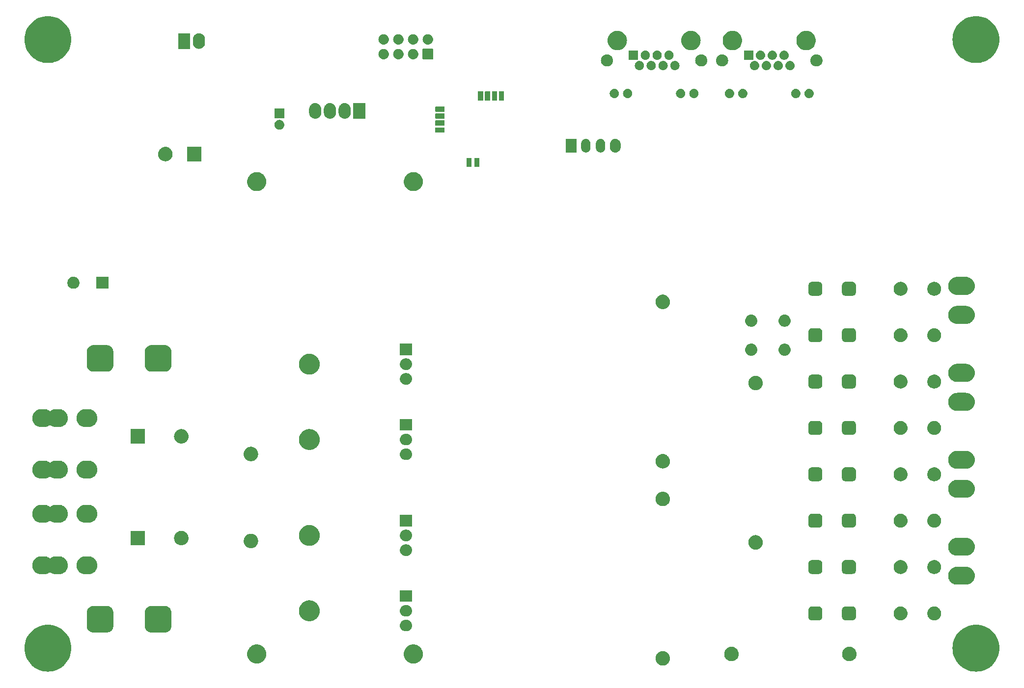
<source format=gbr>
G04 #@! TF.GenerationSoftware,KiCad,Pcbnew,7.99.0-unknown*
G04 #@! TF.CreationDate,2023-05-27T12:11:35+02:00*
G04 #@! TF.ProjectId,driver,64726976-6572-42e6-9b69-6361645f7063,rev?*
G04 #@! TF.SameCoordinates,Original*
G04 #@! TF.FileFunction,Soldermask,Bot*
G04 #@! TF.FilePolarity,Negative*
%FSLAX46Y46*%
G04 Gerber Fmt 4.6, Leading zero omitted, Abs format (unit mm)*
G04 Created by KiCad (PCBNEW 7.99.0-unknown) date 2023-05-27 12:11:35*
%MOMM*%
%LPD*%
G01*
G04 APERTURE LIST*
G04 APERTURE END LIST*
G36*
X60097067Y-143068507D02*
G01*
X60490311Y-143126839D01*
X60875943Y-143223435D01*
X61250251Y-143357364D01*
X61609628Y-143527337D01*
X61950615Y-143731717D01*
X62269927Y-143968535D01*
X62564490Y-144235510D01*
X62831465Y-144530073D01*
X63068283Y-144849385D01*
X63272663Y-145190372D01*
X63442636Y-145549749D01*
X63576565Y-145924057D01*
X63673161Y-146309689D01*
X63731493Y-146702933D01*
X63751000Y-147100000D01*
X63731493Y-147497067D01*
X63673161Y-147890311D01*
X63576565Y-148275943D01*
X63442636Y-148650251D01*
X63272663Y-149009628D01*
X63068283Y-149350615D01*
X62831465Y-149669927D01*
X62564490Y-149964490D01*
X62269927Y-150231465D01*
X61950615Y-150468283D01*
X61609628Y-150672663D01*
X61250251Y-150842636D01*
X60875943Y-150976565D01*
X60490311Y-151073161D01*
X60097067Y-151131493D01*
X59700000Y-151151000D01*
X59302933Y-151131493D01*
X58909689Y-151073161D01*
X58524057Y-150976565D01*
X58149749Y-150842636D01*
X57790372Y-150672663D01*
X57449385Y-150468283D01*
X57130073Y-150231465D01*
X56835510Y-149964490D01*
X56568535Y-149669927D01*
X56331717Y-149350615D01*
X56127337Y-149009628D01*
X55957364Y-148650251D01*
X55823435Y-148275943D01*
X55726839Y-147890311D01*
X55668507Y-147497067D01*
X55649000Y-147100000D01*
X55668507Y-146702933D01*
X55726839Y-146309689D01*
X55823435Y-145924057D01*
X55957364Y-145549749D01*
X56127337Y-145190372D01*
X56331717Y-144849385D01*
X56568535Y-144530073D01*
X56835510Y-144235510D01*
X57130073Y-143968535D01*
X57449385Y-143731717D01*
X57790372Y-143527337D01*
X58149749Y-143357364D01*
X58524057Y-143223435D01*
X58909689Y-143126839D01*
X59302933Y-143068507D01*
X59700000Y-143049000D01*
X60097067Y-143068507D01*
G37*
G36*
X220097067Y-143068507D02*
G01*
X220490311Y-143126839D01*
X220875943Y-143223435D01*
X221250251Y-143357364D01*
X221609628Y-143527337D01*
X221950615Y-143731717D01*
X222269927Y-143968535D01*
X222564490Y-144235510D01*
X222831465Y-144530073D01*
X223068283Y-144849385D01*
X223272663Y-145190372D01*
X223442636Y-145549749D01*
X223576565Y-145924057D01*
X223673161Y-146309689D01*
X223731493Y-146702933D01*
X223751000Y-147100000D01*
X223731493Y-147497067D01*
X223673161Y-147890311D01*
X223576565Y-148275943D01*
X223442636Y-148650251D01*
X223272663Y-149009628D01*
X223068283Y-149350615D01*
X222831465Y-149669927D01*
X222564490Y-149964490D01*
X222269927Y-150231465D01*
X221950615Y-150468283D01*
X221609628Y-150672663D01*
X221250251Y-150842636D01*
X220875943Y-150976565D01*
X220490311Y-151073161D01*
X220097067Y-151131493D01*
X219700000Y-151151000D01*
X219302933Y-151131493D01*
X218909689Y-151073161D01*
X218524057Y-150976565D01*
X218149749Y-150842636D01*
X217790372Y-150672663D01*
X217449385Y-150468283D01*
X217130073Y-150231465D01*
X216835510Y-149964490D01*
X216568535Y-149669927D01*
X216331717Y-149350615D01*
X216127337Y-149009628D01*
X215957364Y-148650251D01*
X215823435Y-148275943D01*
X215726839Y-147890311D01*
X215668507Y-147497067D01*
X215649000Y-147100000D01*
X215668507Y-146702933D01*
X215726839Y-146309689D01*
X215823435Y-145924057D01*
X215957364Y-145549749D01*
X216127337Y-145190372D01*
X216331717Y-144849385D01*
X216568535Y-144530073D01*
X216835510Y-144235510D01*
X217130073Y-143968535D01*
X217449385Y-143731717D01*
X217790372Y-143527337D01*
X218149749Y-143357364D01*
X218524057Y-143223435D01*
X218909689Y-143126839D01*
X219302933Y-143068507D01*
X219700000Y-143049000D01*
X220097067Y-143068507D01*
G37*
G36*
X165753720Y-147603700D02*
G01*
X165803273Y-147603700D01*
X165857891Y-147612814D01*
X165917234Y-147618006D01*
X165963834Y-147630492D01*
X166006997Y-147637695D01*
X166064900Y-147657573D01*
X166127867Y-147674445D01*
X166166438Y-147692430D01*
X166202349Y-147704759D01*
X166261347Y-147736687D01*
X166325500Y-147766602D01*
X166355701Y-147787749D01*
X166383995Y-147803061D01*
X166441590Y-147847889D01*
X166504127Y-147891678D01*
X166526167Y-147913718D01*
X166546987Y-147929923D01*
X166600470Y-147988021D01*
X166658322Y-148045873D01*
X166672924Y-148066727D01*
X166686878Y-148081885D01*
X166733430Y-148153139D01*
X166783398Y-148224500D01*
X166791738Y-148242385D01*
X166799843Y-148254791D01*
X166836635Y-148338668D01*
X166875555Y-148422133D01*
X166879179Y-148435658D01*
X166882813Y-148443943D01*
X166907144Y-148540025D01*
X166931994Y-148632766D01*
X166932714Y-148641000D01*
X166933515Y-148644162D01*
X166942893Y-148757345D01*
X166951000Y-148850000D01*
X166942891Y-148942681D01*
X166933515Y-149055837D01*
X166932714Y-149058997D01*
X166931994Y-149067234D01*
X166907139Y-149159991D01*
X166882813Y-149256056D01*
X166879179Y-149264338D01*
X166875555Y-149277867D01*
X166836627Y-149361347D01*
X166799843Y-149445208D01*
X166791739Y-149457611D01*
X166783398Y-149475500D01*
X166733421Y-149546874D01*
X166686878Y-149618114D01*
X166672927Y-149633268D01*
X166658322Y-149654127D01*
X166600458Y-149711990D01*
X166546987Y-149770076D01*
X166526172Y-149786276D01*
X166504127Y-149808322D01*
X166441577Y-149852119D01*
X166383995Y-149896938D01*
X166355707Y-149912246D01*
X166325500Y-149933398D01*
X166261334Y-149963318D01*
X166202349Y-149995240D01*
X166166446Y-150007565D01*
X166127867Y-150025555D01*
X166064887Y-150042430D01*
X166006997Y-150062304D01*
X165963842Y-150069505D01*
X165917234Y-150081994D01*
X165857888Y-150087186D01*
X165803273Y-150096300D01*
X165753720Y-150096300D01*
X165700000Y-150101000D01*
X165646280Y-150096300D01*
X165596727Y-150096300D01*
X165542111Y-150087186D01*
X165482766Y-150081994D01*
X165436159Y-150069505D01*
X165393002Y-150062304D01*
X165335108Y-150042429D01*
X165272133Y-150025555D01*
X165233556Y-150007566D01*
X165197650Y-149995240D01*
X165138658Y-149963315D01*
X165074500Y-149933398D01*
X165044295Y-149912248D01*
X165016004Y-149896938D01*
X164958412Y-149852112D01*
X164895873Y-149808322D01*
X164873831Y-149786280D01*
X164853012Y-149770076D01*
X164799528Y-149711977D01*
X164741678Y-149654127D01*
X164727075Y-149633273D01*
X164713121Y-149618114D01*
X164666563Y-149546852D01*
X164616602Y-149475500D01*
X164608262Y-149457616D01*
X164600156Y-149445208D01*
X164563355Y-149361311D01*
X164524445Y-149277867D01*
X164520821Y-149264344D01*
X164517186Y-149256056D01*
X164492842Y-149159923D01*
X164468006Y-149067234D01*
X164467285Y-149059003D01*
X164466484Y-149055837D01*
X164457089Y-148942456D01*
X164449000Y-148850000D01*
X164457088Y-148757551D01*
X164466484Y-148644162D01*
X164467286Y-148640994D01*
X164468006Y-148632766D01*
X164492837Y-148540093D01*
X164517186Y-148443943D01*
X164520822Y-148435653D01*
X164524445Y-148422133D01*
X164563348Y-148338704D01*
X164600156Y-148254791D01*
X164608264Y-148242380D01*
X164616602Y-148224500D01*
X164666554Y-148153160D01*
X164713121Y-148081885D01*
X164727078Y-148066722D01*
X164741678Y-148045873D01*
X164799517Y-147988033D01*
X164853012Y-147929923D01*
X164873835Y-147913715D01*
X164895873Y-147891678D01*
X164958399Y-147847896D01*
X165016004Y-147803061D01*
X165044301Y-147787746D01*
X165074500Y-147766602D01*
X165138644Y-147736690D01*
X165197650Y-147704759D01*
X165233564Y-147692429D01*
X165272133Y-147674445D01*
X165335095Y-147657574D01*
X165393002Y-147637695D01*
X165436166Y-147630492D01*
X165482766Y-147618006D01*
X165542107Y-147612814D01*
X165596727Y-147603700D01*
X165646280Y-147603700D01*
X165700000Y-147599000D01*
X165753720Y-147603700D01*
G37*
G36*
X95763098Y-146453966D02*
G01*
X95823353Y-146453966D01*
X95889199Y-146463890D01*
X95958273Y-146469327D01*
X96013947Y-146482693D01*
X96067302Y-146490735D01*
X96137021Y-146512240D01*
X96210187Y-146529806D01*
X96257495Y-146549401D01*
X96303052Y-146563454D01*
X96374569Y-146597895D01*
X96449538Y-146628948D01*
X96488022Y-146652531D01*
X96525322Y-146670494D01*
X96596271Y-146718866D01*
X96670433Y-146764313D01*
X96700127Y-146789674D01*
X96729162Y-146809470D01*
X96796956Y-146872374D01*
X96867433Y-146932567D01*
X96888834Y-146957625D01*
X96910011Y-146977274D01*
X96971925Y-147054911D01*
X97035687Y-147129567D01*
X97049709Y-147152449D01*
X97063830Y-147170156D01*
X97117087Y-147262399D01*
X97171052Y-147350462D01*
X97178977Y-147369597D01*
X97187185Y-147383812D01*
X97229038Y-147490454D01*
X97270194Y-147589813D01*
X97273597Y-147603991D01*
X97277314Y-147613460D01*
X97305157Y-147735446D01*
X97330673Y-147841727D01*
X97331334Y-147850133D01*
X97332214Y-147853986D01*
X97343684Y-148007043D01*
X97351000Y-148100000D01*
X97343681Y-148192988D01*
X97332214Y-148346013D01*
X97331334Y-148349865D01*
X97330673Y-148358273D01*
X97305152Y-148464573D01*
X97277314Y-148586539D01*
X97273598Y-148596005D01*
X97270194Y-148610187D01*
X97229031Y-148709563D01*
X97187185Y-148816187D01*
X97178979Y-148830399D01*
X97171052Y-148849538D01*
X97117077Y-148937616D01*
X97063830Y-149029843D01*
X97049712Y-149047546D01*
X97035687Y-149070433D01*
X96971913Y-149145102D01*
X96910011Y-149222725D01*
X96888838Y-149242369D01*
X96867433Y-149267433D01*
X96796942Y-149327637D01*
X96729162Y-149390529D01*
X96700133Y-149410320D01*
X96670433Y-149435687D01*
X96596257Y-149481142D01*
X96525322Y-149529505D01*
X96488030Y-149547463D01*
X96449538Y-149571052D01*
X96374554Y-149602110D01*
X96303052Y-149636545D01*
X96257504Y-149650594D01*
X96210187Y-149670194D01*
X96137007Y-149687762D01*
X96067302Y-149709264D01*
X96013955Y-149717304D01*
X95958273Y-149730673D01*
X95889195Y-149736109D01*
X95823353Y-149746034D01*
X95763098Y-149746034D01*
X95700000Y-149751000D01*
X95636902Y-149746034D01*
X95576647Y-149746034D01*
X95510803Y-149736109D01*
X95441727Y-149730673D01*
X95386045Y-149717305D01*
X95332697Y-149709264D01*
X95262988Y-149687761D01*
X95189813Y-149670194D01*
X95142498Y-149650595D01*
X95096947Y-149636545D01*
X95025438Y-149602107D01*
X94950462Y-149571052D01*
X94911972Y-149547465D01*
X94874675Y-149529504D01*
X94803726Y-149481131D01*
X94729567Y-149435687D01*
X94699873Y-149410326D01*
X94670839Y-149390531D01*
X94603043Y-149327625D01*
X94532567Y-149267433D01*
X94511164Y-149242374D01*
X94489988Y-149222725D01*
X94428071Y-149145084D01*
X94364313Y-149070433D01*
X94350291Y-149047551D01*
X94336169Y-149029843D01*
X94282905Y-148937588D01*
X94228948Y-148849538D01*
X94221023Y-148830405D01*
X94212814Y-148816187D01*
X94170949Y-148709517D01*
X94129806Y-148610187D01*
X94126402Y-148596012D01*
X94122685Y-148586539D01*
X94094827Y-148464488D01*
X94069327Y-148358273D01*
X94068665Y-148349871D01*
X94067785Y-148346013D01*
X94056297Y-148192722D01*
X94049000Y-148100000D01*
X94056295Y-148007309D01*
X94067785Y-147853986D01*
X94068665Y-147850126D01*
X94069327Y-147841727D01*
X94094822Y-147735530D01*
X94122685Y-147613460D01*
X94126403Y-147603984D01*
X94129806Y-147589813D01*
X94170942Y-147490500D01*
X94212814Y-147383812D01*
X94221024Y-147369590D01*
X94228948Y-147350462D01*
X94282895Y-147262427D01*
X94336169Y-147170156D01*
X94350293Y-147152443D01*
X94364313Y-147129567D01*
X94428059Y-147054929D01*
X94489988Y-146977274D01*
X94511169Y-146957620D01*
X94532567Y-146932567D01*
X94603029Y-146872386D01*
X94670839Y-146809468D01*
X94699879Y-146789668D01*
X94729567Y-146764313D01*
X94803711Y-146718876D01*
X94874675Y-146670495D01*
X94911980Y-146652529D01*
X94950462Y-146628948D01*
X95025423Y-146597898D01*
X95096947Y-146563454D01*
X95142507Y-146549400D01*
X95189813Y-146529806D01*
X95262973Y-146512241D01*
X95332697Y-146490735D01*
X95386054Y-146482692D01*
X95441727Y-146469327D01*
X95510799Y-146463890D01*
X95576647Y-146453966D01*
X95636902Y-146453966D01*
X95700000Y-146449000D01*
X95763098Y-146453966D01*
G37*
G36*
X122763098Y-146453966D02*
G01*
X122823353Y-146453966D01*
X122889199Y-146463890D01*
X122958273Y-146469327D01*
X123013947Y-146482693D01*
X123067302Y-146490735D01*
X123137021Y-146512240D01*
X123210187Y-146529806D01*
X123257495Y-146549401D01*
X123303052Y-146563454D01*
X123374569Y-146597895D01*
X123449538Y-146628948D01*
X123488022Y-146652531D01*
X123525322Y-146670494D01*
X123596271Y-146718866D01*
X123670433Y-146764313D01*
X123700127Y-146789674D01*
X123729162Y-146809470D01*
X123796956Y-146872374D01*
X123867433Y-146932567D01*
X123888834Y-146957625D01*
X123910011Y-146977274D01*
X123971925Y-147054911D01*
X124035687Y-147129567D01*
X124049709Y-147152449D01*
X124063830Y-147170156D01*
X124117087Y-147262399D01*
X124171052Y-147350462D01*
X124178977Y-147369597D01*
X124187185Y-147383812D01*
X124229038Y-147490454D01*
X124270194Y-147589813D01*
X124273597Y-147603991D01*
X124277314Y-147613460D01*
X124305157Y-147735446D01*
X124330673Y-147841727D01*
X124331334Y-147850133D01*
X124332214Y-147853986D01*
X124343684Y-148007043D01*
X124351000Y-148100000D01*
X124343681Y-148192988D01*
X124332214Y-148346013D01*
X124331334Y-148349865D01*
X124330673Y-148358273D01*
X124305152Y-148464573D01*
X124277314Y-148586539D01*
X124273598Y-148596005D01*
X124270194Y-148610187D01*
X124229031Y-148709563D01*
X124187185Y-148816187D01*
X124178979Y-148830399D01*
X124171052Y-148849538D01*
X124117077Y-148937616D01*
X124063830Y-149029843D01*
X124049712Y-149047546D01*
X124035687Y-149070433D01*
X123971913Y-149145102D01*
X123910011Y-149222725D01*
X123888838Y-149242369D01*
X123867433Y-149267433D01*
X123796942Y-149327637D01*
X123729162Y-149390529D01*
X123700133Y-149410320D01*
X123670433Y-149435687D01*
X123596257Y-149481142D01*
X123525322Y-149529505D01*
X123488030Y-149547463D01*
X123449538Y-149571052D01*
X123374554Y-149602110D01*
X123303052Y-149636545D01*
X123257504Y-149650594D01*
X123210187Y-149670194D01*
X123137007Y-149687762D01*
X123067302Y-149709264D01*
X123013955Y-149717304D01*
X122958273Y-149730673D01*
X122889195Y-149736109D01*
X122823353Y-149746034D01*
X122763098Y-149746034D01*
X122700000Y-149751000D01*
X122636902Y-149746034D01*
X122576647Y-149746034D01*
X122510803Y-149736109D01*
X122441727Y-149730673D01*
X122386045Y-149717305D01*
X122332697Y-149709264D01*
X122262988Y-149687761D01*
X122189813Y-149670194D01*
X122142498Y-149650595D01*
X122096947Y-149636545D01*
X122025438Y-149602107D01*
X121950462Y-149571052D01*
X121911972Y-149547465D01*
X121874675Y-149529504D01*
X121803726Y-149481131D01*
X121729567Y-149435687D01*
X121699873Y-149410326D01*
X121670839Y-149390531D01*
X121603043Y-149327625D01*
X121532567Y-149267433D01*
X121511164Y-149242374D01*
X121489988Y-149222725D01*
X121428071Y-149145084D01*
X121364313Y-149070433D01*
X121350291Y-149047551D01*
X121336169Y-149029843D01*
X121282905Y-148937588D01*
X121228948Y-148849538D01*
X121221023Y-148830405D01*
X121212814Y-148816187D01*
X121170949Y-148709517D01*
X121129806Y-148610187D01*
X121126402Y-148596012D01*
X121122685Y-148586539D01*
X121094827Y-148464488D01*
X121069327Y-148358273D01*
X121068665Y-148349871D01*
X121067785Y-148346013D01*
X121056297Y-148192722D01*
X121049000Y-148100000D01*
X121056295Y-148007309D01*
X121067785Y-147853986D01*
X121068665Y-147850126D01*
X121069327Y-147841727D01*
X121094822Y-147735530D01*
X121122685Y-147613460D01*
X121126403Y-147603984D01*
X121129806Y-147589813D01*
X121170942Y-147490500D01*
X121212814Y-147383812D01*
X121221024Y-147369590D01*
X121228948Y-147350462D01*
X121282895Y-147262427D01*
X121336169Y-147170156D01*
X121350293Y-147152443D01*
X121364313Y-147129567D01*
X121428059Y-147054929D01*
X121489988Y-146977274D01*
X121511169Y-146957620D01*
X121532567Y-146932567D01*
X121603029Y-146872386D01*
X121670839Y-146809468D01*
X121699879Y-146789668D01*
X121729567Y-146764313D01*
X121803711Y-146718876D01*
X121874675Y-146670495D01*
X121911980Y-146652529D01*
X121950462Y-146628948D01*
X122025423Y-146597898D01*
X122096947Y-146563454D01*
X122142507Y-146549400D01*
X122189813Y-146529806D01*
X122262973Y-146512241D01*
X122332697Y-146490735D01*
X122386054Y-146482692D01*
X122441727Y-146469327D01*
X122510799Y-146463890D01*
X122576647Y-146453966D01*
X122636902Y-146453966D01*
X122700000Y-146449000D01*
X122763098Y-146453966D01*
G37*
G36*
X177593720Y-146853700D02*
G01*
X177643273Y-146853700D01*
X177697891Y-146862814D01*
X177757234Y-146868006D01*
X177803834Y-146880492D01*
X177846997Y-146887695D01*
X177904900Y-146907573D01*
X177967867Y-146924445D01*
X178006438Y-146942430D01*
X178042349Y-146954759D01*
X178101347Y-146986687D01*
X178165500Y-147016602D01*
X178195701Y-147037749D01*
X178223995Y-147053061D01*
X178281590Y-147097889D01*
X178344127Y-147141678D01*
X178366167Y-147163718D01*
X178386987Y-147179923D01*
X178440470Y-147238021D01*
X178498322Y-147295873D01*
X178512924Y-147316727D01*
X178526878Y-147331885D01*
X178573430Y-147403139D01*
X178623398Y-147474500D01*
X178631738Y-147492385D01*
X178639843Y-147504791D01*
X178676635Y-147588668D01*
X178715555Y-147672133D01*
X178719179Y-147685658D01*
X178722813Y-147693943D01*
X178747144Y-147790025D01*
X178771994Y-147882766D01*
X178772714Y-147891000D01*
X178773515Y-147894162D01*
X178782892Y-148007335D01*
X178791000Y-148100000D01*
X178782892Y-148192672D01*
X178773515Y-148305837D01*
X178772714Y-148308997D01*
X178771994Y-148317234D01*
X178747139Y-148409991D01*
X178722813Y-148506056D01*
X178719179Y-148514338D01*
X178715555Y-148527867D01*
X178676627Y-148611347D01*
X178639843Y-148695208D01*
X178631739Y-148707611D01*
X178623398Y-148725500D01*
X178573421Y-148796874D01*
X178526878Y-148868114D01*
X178512927Y-148883268D01*
X178498322Y-148904127D01*
X178440458Y-148961990D01*
X178386987Y-149020076D01*
X178366172Y-149036276D01*
X178344127Y-149058322D01*
X178281577Y-149102119D01*
X178223995Y-149146938D01*
X178195707Y-149162246D01*
X178165500Y-149183398D01*
X178101334Y-149213318D01*
X178042349Y-149245240D01*
X178006446Y-149257565D01*
X177967867Y-149275555D01*
X177904887Y-149292430D01*
X177846997Y-149312304D01*
X177803842Y-149319505D01*
X177757234Y-149331994D01*
X177697888Y-149337186D01*
X177643273Y-149346300D01*
X177593720Y-149346300D01*
X177540000Y-149351000D01*
X177486280Y-149346300D01*
X177436727Y-149346300D01*
X177382111Y-149337186D01*
X177322766Y-149331994D01*
X177276159Y-149319505D01*
X177233002Y-149312304D01*
X177175108Y-149292429D01*
X177112133Y-149275555D01*
X177073556Y-149257566D01*
X177037650Y-149245240D01*
X176978658Y-149213315D01*
X176914500Y-149183398D01*
X176884295Y-149162248D01*
X176856004Y-149146938D01*
X176798412Y-149102112D01*
X176735873Y-149058322D01*
X176713831Y-149036280D01*
X176693012Y-149020076D01*
X176639528Y-148961977D01*
X176581678Y-148904127D01*
X176567075Y-148883273D01*
X176553121Y-148868114D01*
X176506563Y-148796852D01*
X176456602Y-148725500D01*
X176448262Y-148707616D01*
X176440156Y-148695208D01*
X176403355Y-148611311D01*
X176364445Y-148527867D01*
X176360821Y-148514344D01*
X176357186Y-148506056D01*
X176332842Y-148409923D01*
X176308006Y-148317234D01*
X176307285Y-148309003D01*
X176306484Y-148305837D01*
X176297089Y-148192456D01*
X176289000Y-148100000D01*
X176297088Y-148007551D01*
X176306484Y-147894162D01*
X176307286Y-147890994D01*
X176308006Y-147882766D01*
X176332837Y-147790093D01*
X176357186Y-147693943D01*
X176360822Y-147685653D01*
X176364445Y-147672133D01*
X176403348Y-147588704D01*
X176440156Y-147504791D01*
X176448264Y-147492380D01*
X176456602Y-147474500D01*
X176506554Y-147403160D01*
X176553121Y-147331885D01*
X176567078Y-147316722D01*
X176581678Y-147295873D01*
X176639517Y-147238033D01*
X176693012Y-147179923D01*
X176713835Y-147163715D01*
X176735873Y-147141678D01*
X176798399Y-147097896D01*
X176856004Y-147053061D01*
X176884301Y-147037746D01*
X176914500Y-147016602D01*
X176978644Y-146986690D01*
X177037650Y-146954759D01*
X177073564Y-146942429D01*
X177112133Y-146924445D01*
X177175095Y-146907574D01*
X177233002Y-146887695D01*
X177276166Y-146880492D01*
X177322766Y-146868006D01*
X177382107Y-146862814D01*
X177436727Y-146853700D01*
X177486280Y-146853700D01*
X177540000Y-146849000D01*
X177593720Y-146853700D01*
G37*
G36*
X197913720Y-146853700D02*
G01*
X197963273Y-146853700D01*
X198017891Y-146862814D01*
X198077234Y-146868006D01*
X198123834Y-146880492D01*
X198166997Y-146887695D01*
X198224900Y-146907573D01*
X198287867Y-146924445D01*
X198326438Y-146942430D01*
X198362349Y-146954759D01*
X198421347Y-146986687D01*
X198485500Y-147016602D01*
X198515701Y-147037749D01*
X198543995Y-147053061D01*
X198601590Y-147097889D01*
X198664127Y-147141678D01*
X198686167Y-147163718D01*
X198706987Y-147179923D01*
X198760470Y-147238021D01*
X198818322Y-147295873D01*
X198832924Y-147316727D01*
X198846878Y-147331885D01*
X198893430Y-147403139D01*
X198943398Y-147474500D01*
X198951738Y-147492385D01*
X198959843Y-147504791D01*
X198996635Y-147588668D01*
X199035555Y-147672133D01*
X199039179Y-147685658D01*
X199042813Y-147693943D01*
X199067144Y-147790025D01*
X199091994Y-147882766D01*
X199092714Y-147891000D01*
X199093515Y-147894162D01*
X199102893Y-148007345D01*
X199111000Y-148100000D01*
X199102891Y-148192681D01*
X199093515Y-148305837D01*
X199092714Y-148308997D01*
X199091994Y-148317234D01*
X199067139Y-148409991D01*
X199042813Y-148506056D01*
X199039179Y-148514338D01*
X199035555Y-148527867D01*
X198996627Y-148611347D01*
X198959843Y-148695208D01*
X198951739Y-148707611D01*
X198943398Y-148725500D01*
X198893421Y-148796874D01*
X198846878Y-148868114D01*
X198832927Y-148883268D01*
X198818322Y-148904127D01*
X198760458Y-148961990D01*
X198706987Y-149020076D01*
X198686172Y-149036276D01*
X198664127Y-149058322D01*
X198601577Y-149102119D01*
X198543995Y-149146938D01*
X198515707Y-149162246D01*
X198485500Y-149183398D01*
X198421334Y-149213318D01*
X198362349Y-149245240D01*
X198326446Y-149257565D01*
X198287867Y-149275555D01*
X198224887Y-149292430D01*
X198166997Y-149312304D01*
X198123842Y-149319505D01*
X198077234Y-149331994D01*
X198017888Y-149337186D01*
X197963273Y-149346300D01*
X197913720Y-149346300D01*
X197860000Y-149351000D01*
X197806280Y-149346300D01*
X197756727Y-149346300D01*
X197702111Y-149337186D01*
X197642766Y-149331994D01*
X197596159Y-149319505D01*
X197553002Y-149312304D01*
X197495108Y-149292429D01*
X197432133Y-149275555D01*
X197393556Y-149257566D01*
X197357650Y-149245240D01*
X197298658Y-149213315D01*
X197234500Y-149183398D01*
X197204295Y-149162248D01*
X197176004Y-149146938D01*
X197118412Y-149102112D01*
X197055873Y-149058322D01*
X197033831Y-149036280D01*
X197013012Y-149020076D01*
X196959528Y-148961977D01*
X196901678Y-148904127D01*
X196887075Y-148883273D01*
X196873121Y-148868114D01*
X196826563Y-148796852D01*
X196776602Y-148725500D01*
X196768262Y-148707616D01*
X196760156Y-148695208D01*
X196723355Y-148611311D01*
X196684445Y-148527867D01*
X196680821Y-148514344D01*
X196677186Y-148506056D01*
X196652842Y-148409923D01*
X196628006Y-148317234D01*
X196627285Y-148309003D01*
X196626484Y-148305837D01*
X196617089Y-148192456D01*
X196609000Y-148100000D01*
X196617088Y-148007551D01*
X196626484Y-147894162D01*
X196627286Y-147890994D01*
X196628006Y-147882766D01*
X196652837Y-147790093D01*
X196677186Y-147693943D01*
X196680822Y-147685653D01*
X196684445Y-147672133D01*
X196723348Y-147588704D01*
X196760156Y-147504791D01*
X196768264Y-147492380D01*
X196776602Y-147474500D01*
X196826554Y-147403160D01*
X196873121Y-147331885D01*
X196887078Y-147316722D01*
X196901678Y-147295873D01*
X196959517Y-147238033D01*
X197013012Y-147179923D01*
X197033835Y-147163715D01*
X197055873Y-147141678D01*
X197118399Y-147097896D01*
X197176004Y-147053061D01*
X197204301Y-147037746D01*
X197234500Y-147016602D01*
X197298644Y-146986690D01*
X197357650Y-146954759D01*
X197393564Y-146942429D01*
X197432133Y-146924445D01*
X197495095Y-146907574D01*
X197553002Y-146887695D01*
X197596166Y-146880492D01*
X197642766Y-146868006D01*
X197702107Y-146862814D01*
X197756727Y-146853700D01*
X197806280Y-146853700D01*
X197860000Y-146849000D01*
X197913720Y-146853700D01*
G37*
G36*
X69987472Y-139810277D02*
G01*
X70010584Y-139815713D01*
X70029124Y-139817335D01*
X70112733Y-139839738D01*
X70198723Y-139859963D01*
X70214947Y-139867126D01*
X70227051Y-139870370D01*
X70311910Y-139909940D01*
X70397247Y-139947620D01*
X70406907Y-139954237D01*
X70412763Y-139956968D01*
X70497027Y-140015971D01*
X70576284Y-140070263D01*
X70580302Y-140074281D01*
X70580609Y-140074496D01*
X70725503Y-140219390D01*
X70725717Y-140219696D01*
X70729737Y-140223716D01*
X70784042Y-140302992D01*
X70843031Y-140387236D01*
X70845760Y-140393090D01*
X70852380Y-140402753D01*
X70890069Y-140488110D01*
X70929629Y-140572948D01*
X70932871Y-140585048D01*
X70940037Y-140601277D01*
X70960266Y-140687288D01*
X70982664Y-140770875D01*
X70984285Y-140789409D01*
X70989723Y-140812528D01*
X71001000Y-140975000D01*
X71001000Y-143225000D01*
X70989723Y-143387472D01*
X70984285Y-143410591D01*
X70982664Y-143429124D01*
X70960268Y-143512703D01*
X70940037Y-143598723D01*
X70932870Y-143614953D01*
X70929629Y-143627051D01*
X70890077Y-143711870D01*
X70852380Y-143797247D01*
X70845759Y-143806911D01*
X70843031Y-143812763D01*
X70784073Y-143896961D01*
X70729737Y-143976284D01*
X70725715Y-143980305D01*
X70725503Y-143980609D01*
X70580609Y-144125503D01*
X70580305Y-144125715D01*
X70576284Y-144129737D01*
X70496961Y-144184073D01*
X70412763Y-144243031D01*
X70406911Y-144245759D01*
X70397247Y-144252380D01*
X70311870Y-144290077D01*
X70227051Y-144329629D01*
X70214953Y-144332870D01*
X70198723Y-144340037D01*
X70112703Y-144360268D01*
X70029124Y-144382664D01*
X70010591Y-144384285D01*
X69987472Y-144389723D01*
X69825000Y-144401000D01*
X67575000Y-144401000D01*
X67412528Y-144389723D01*
X67389409Y-144384285D01*
X67370875Y-144382664D01*
X67287288Y-144360266D01*
X67201277Y-144340037D01*
X67185048Y-144332871D01*
X67172948Y-144329629D01*
X67088110Y-144290069D01*
X67002753Y-144252380D01*
X66993090Y-144245760D01*
X66987236Y-144243031D01*
X66902992Y-144184042D01*
X66823716Y-144129737D01*
X66819696Y-144125717D01*
X66819390Y-144125503D01*
X66674496Y-143980609D01*
X66674281Y-143980302D01*
X66670263Y-143976284D01*
X66615971Y-143897027D01*
X66556968Y-143812763D01*
X66554237Y-143806907D01*
X66547620Y-143797247D01*
X66509940Y-143711910D01*
X66470370Y-143627051D01*
X66467126Y-143614947D01*
X66459963Y-143598723D01*
X66439738Y-143512733D01*
X66417335Y-143429124D01*
X66415713Y-143410584D01*
X66410277Y-143387472D01*
X66399000Y-143225000D01*
X66399000Y-140975000D01*
X66410277Y-140812528D01*
X66415712Y-140789415D01*
X66417335Y-140770875D01*
X66439740Y-140687258D01*
X66459963Y-140601277D01*
X66467126Y-140585053D01*
X66470370Y-140572948D01*
X66509948Y-140488070D01*
X66547620Y-140402753D01*
X66554236Y-140393094D01*
X66556968Y-140387236D01*
X66616002Y-140302926D01*
X66670263Y-140223716D01*
X66674278Y-140219700D01*
X66674496Y-140219390D01*
X66819390Y-140074496D01*
X66819700Y-140074278D01*
X66823716Y-140070263D01*
X66902926Y-140016002D01*
X66987236Y-139956968D01*
X66993094Y-139954236D01*
X67002753Y-139947620D01*
X67088070Y-139909948D01*
X67172948Y-139870370D01*
X67185053Y-139867126D01*
X67201277Y-139859963D01*
X67287258Y-139839740D01*
X67370875Y-139817335D01*
X67389415Y-139815712D01*
X67412528Y-139810277D01*
X67575000Y-139799000D01*
X69825000Y-139799000D01*
X69987472Y-139810277D01*
G37*
G36*
X79987472Y-139810277D02*
G01*
X80010584Y-139815713D01*
X80029124Y-139817335D01*
X80112733Y-139839738D01*
X80198723Y-139859963D01*
X80214947Y-139867126D01*
X80227051Y-139870370D01*
X80311910Y-139909940D01*
X80397247Y-139947620D01*
X80406907Y-139954237D01*
X80412763Y-139956968D01*
X80497027Y-140015971D01*
X80576284Y-140070263D01*
X80580302Y-140074281D01*
X80580609Y-140074496D01*
X80725503Y-140219390D01*
X80725717Y-140219696D01*
X80729737Y-140223716D01*
X80784042Y-140302992D01*
X80843031Y-140387236D01*
X80845760Y-140393090D01*
X80852380Y-140402753D01*
X80890069Y-140488110D01*
X80929629Y-140572948D01*
X80932871Y-140585048D01*
X80940037Y-140601277D01*
X80960266Y-140687288D01*
X80982664Y-140770875D01*
X80984285Y-140789409D01*
X80989723Y-140812528D01*
X81001000Y-140975000D01*
X81001000Y-143225000D01*
X80989723Y-143387472D01*
X80984285Y-143410591D01*
X80982664Y-143429124D01*
X80960268Y-143512703D01*
X80940037Y-143598723D01*
X80932870Y-143614953D01*
X80929629Y-143627051D01*
X80890077Y-143711870D01*
X80852380Y-143797247D01*
X80845759Y-143806911D01*
X80843031Y-143812763D01*
X80784073Y-143896961D01*
X80729737Y-143976284D01*
X80725715Y-143980305D01*
X80725503Y-143980609D01*
X80580609Y-144125503D01*
X80580305Y-144125715D01*
X80576284Y-144129737D01*
X80496961Y-144184073D01*
X80412763Y-144243031D01*
X80406911Y-144245759D01*
X80397247Y-144252380D01*
X80311870Y-144290077D01*
X80227051Y-144329629D01*
X80214953Y-144332870D01*
X80198723Y-144340037D01*
X80112703Y-144360268D01*
X80029124Y-144382664D01*
X80010591Y-144384285D01*
X79987472Y-144389723D01*
X79825000Y-144401000D01*
X77575000Y-144401000D01*
X77412528Y-144389723D01*
X77389409Y-144384285D01*
X77370875Y-144382664D01*
X77287288Y-144360266D01*
X77201277Y-144340037D01*
X77185048Y-144332871D01*
X77172948Y-144329629D01*
X77088110Y-144290069D01*
X77002753Y-144252380D01*
X76993090Y-144245760D01*
X76987236Y-144243031D01*
X76902992Y-144184042D01*
X76823716Y-144129737D01*
X76819696Y-144125717D01*
X76819390Y-144125503D01*
X76674496Y-143980609D01*
X76674281Y-143980302D01*
X76670263Y-143976284D01*
X76615971Y-143897027D01*
X76556968Y-143812763D01*
X76554237Y-143806907D01*
X76547620Y-143797247D01*
X76509940Y-143711910D01*
X76470370Y-143627051D01*
X76467126Y-143614947D01*
X76459963Y-143598723D01*
X76439738Y-143512733D01*
X76417335Y-143429124D01*
X76415713Y-143410584D01*
X76410277Y-143387472D01*
X76399000Y-143225000D01*
X76399000Y-140975000D01*
X76410277Y-140812528D01*
X76415712Y-140789415D01*
X76417335Y-140770875D01*
X76439740Y-140687258D01*
X76459963Y-140601277D01*
X76467126Y-140585053D01*
X76470370Y-140572948D01*
X76509948Y-140488070D01*
X76547620Y-140402753D01*
X76554236Y-140393094D01*
X76556968Y-140387236D01*
X76616002Y-140302926D01*
X76670263Y-140223716D01*
X76674278Y-140219700D01*
X76674496Y-140219390D01*
X76819390Y-140074496D01*
X76819700Y-140074278D01*
X76823716Y-140070263D01*
X76902926Y-140016002D01*
X76987236Y-139956968D01*
X76993094Y-139954236D01*
X77002753Y-139947620D01*
X77088070Y-139909948D01*
X77172948Y-139870370D01*
X77185053Y-139867126D01*
X77201277Y-139859963D01*
X77287258Y-139839740D01*
X77370875Y-139817335D01*
X77389415Y-139815712D01*
X77412528Y-139810277D01*
X77575000Y-139799000D01*
X79825000Y-139799000D01*
X79987472Y-139810277D01*
G37*
G36*
X121523278Y-142188821D02*
G01*
X121569891Y-142191042D01*
X121570904Y-142191237D01*
X121579022Y-142191649D01*
X121669298Y-142210201D01*
X121760057Y-142227693D01*
X121766005Y-142230074D01*
X121777911Y-142232521D01*
X121858481Y-142267096D01*
X121937068Y-142298558D01*
X121947664Y-142305367D01*
X121964501Y-142312593D01*
X122031872Y-142359485D01*
X122097473Y-142401644D01*
X122111069Y-142414607D01*
X122131152Y-142428586D01*
X122183644Y-142483807D01*
X122235466Y-142533220D01*
X122249955Y-142553567D01*
X122271043Y-142575752D01*
X122308185Y-142635341D01*
X122346063Y-142688533D01*
X122359006Y-142716874D01*
X122378447Y-142748064D01*
X122400741Y-142808260D01*
X122425271Y-142861973D01*
X122434076Y-142898268D01*
X122448965Y-142938470D01*
X122457766Y-142995919D01*
X122470223Y-143047268D01*
X122472294Y-143090755D01*
X122479712Y-143139174D01*
X122477076Y-143191142D01*
X122479295Y-143237716D01*
X122472218Y-143286935D01*
X122469428Y-143341958D01*
X122457913Y-143386429D01*
X122452159Y-143426453D01*
X122433864Y-143479312D01*
X122418534Y-143538521D01*
X122401001Y-143574263D01*
X122389798Y-143606634D01*
X122358714Y-143660472D01*
X122329115Y-143720815D01*
X122308496Y-143747452D01*
X122294465Y-143771755D01*
X122249658Y-143823463D01*
X122204830Y-143881378D01*
X122183925Y-143899323D01*
X122169603Y-143915853D01*
X122110851Y-143962055D01*
X122050768Y-144013636D01*
X122032054Y-144024022D01*
X122019725Y-144033719D01*
X121947521Y-144070942D01*
X121873236Y-144112174D01*
X121858690Y-144116737D01*
X121850252Y-144121088D01*
X121765636Y-144145933D01*
X121679503Y-144172958D01*
X121670472Y-144173876D01*
X121667303Y-144174807D01*
X121569191Y-144184175D01*
X121477500Y-144193500D01*
X121471546Y-144193500D01*
X121385467Y-144193500D01*
X121382500Y-144193500D01*
X121336562Y-144191170D01*
X121290108Y-144188957D01*
X121289101Y-144188763D01*
X121280978Y-144188351D01*
X121190637Y-144169785D01*
X121099942Y-144152306D01*
X121093997Y-144149926D01*
X121082089Y-144147479D01*
X121001497Y-144112894D01*
X120922931Y-144081441D01*
X120912337Y-144074632D01*
X120895499Y-144067407D01*
X120828120Y-144020510D01*
X120762526Y-143978355D01*
X120748931Y-143965392D01*
X120728848Y-143951414D01*
X120676355Y-143896191D01*
X120624533Y-143846779D01*
X120610043Y-143826430D01*
X120588957Y-143804248D01*
X120551816Y-143744661D01*
X120513936Y-143691466D01*
X120500991Y-143663122D01*
X120481553Y-143631936D01*
X120459261Y-143571745D01*
X120434728Y-143518026D01*
X120425921Y-143481725D01*
X120411035Y-143441530D01*
X120402235Y-143384088D01*
X120389776Y-143332731D01*
X120387704Y-143289235D01*
X120380288Y-143240826D01*
X120382923Y-143188867D01*
X120380704Y-143142283D01*
X120387782Y-143093052D01*
X120390572Y-143038042D01*
X120402083Y-142993580D01*
X120407840Y-142953546D01*
X120426139Y-142900672D01*
X120441466Y-142841479D01*
X120458994Y-142805745D01*
X120470201Y-142773365D01*
X120501294Y-142719509D01*
X120530885Y-142659185D01*
X120551497Y-142632555D01*
X120565534Y-142608244D01*
X120610356Y-142556515D01*
X120655170Y-142498622D01*
X120676066Y-142480682D01*
X120690396Y-142464146D01*
X120749172Y-142417923D01*
X120809232Y-142366364D01*
X120827937Y-142355981D01*
X120840274Y-142346280D01*
X120912517Y-142309036D01*
X120986764Y-142267826D01*
X121001301Y-142263264D01*
X121009747Y-142258911D01*
X121094428Y-142234046D01*
X121180497Y-142207042D01*
X121189520Y-142206124D01*
X121192696Y-142205192D01*
X121290896Y-142195815D01*
X121382500Y-142186500D01*
X121477500Y-142186500D01*
X121523278Y-142188821D01*
G37*
G36*
X104835951Y-138854036D02*
G01*
X104904589Y-138854036D01*
X104966570Y-138863378D01*
X105026269Y-138867648D01*
X105097044Y-138883044D01*
X105170760Y-138894155D01*
X105224924Y-138910862D01*
X105277305Y-138922257D01*
X105351110Y-138949785D01*
X105427979Y-138973496D01*
X105473658Y-138995493D01*
X105518030Y-139012044D01*
X105592770Y-139052855D01*
X105670500Y-139090288D01*
X105707412Y-139115454D01*
X105743522Y-139135172D01*
X105816907Y-139190107D01*
X105892905Y-139241922D01*
X105921220Y-139268194D01*
X105949192Y-139289134D01*
X106018708Y-139358650D01*
X106090226Y-139425009D01*
X106110540Y-139450482D01*
X106130865Y-139470807D01*
X106193896Y-139555007D01*
X106258056Y-139635461D01*
X106271317Y-139658429D01*
X106284827Y-139676477D01*
X106338719Y-139775173D01*
X106392645Y-139868575D01*
X106400119Y-139887618D01*
X106407955Y-139901969D01*
X106450138Y-140015066D01*
X106490987Y-140119146D01*
X106494184Y-140133157D01*
X106497742Y-140142694D01*
X106525789Y-140271626D01*
X106550884Y-140381575D01*
X106551502Y-140389830D01*
X106552351Y-140393730D01*
X106563985Y-140556395D01*
X106571000Y-140650000D01*
X106563984Y-140743612D01*
X106552351Y-140906269D01*
X106551502Y-140910168D01*
X106550884Y-140918425D01*
X106525784Y-141028393D01*
X106497742Y-141157305D01*
X106494185Y-141166840D01*
X106490987Y-141180854D01*
X106450131Y-141284952D01*
X106407955Y-141398030D01*
X106400120Y-141412377D01*
X106392645Y-141431425D01*
X106338709Y-141524843D01*
X106284827Y-141623522D01*
X106271319Y-141641565D01*
X106258056Y-141664539D01*
X106193884Y-141745007D01*
X106130865Y-141829192D01*
X106110544Y-141849512D01*
X106090226Y-141874991D01*
X106018694Y-141941362D01*
X105949192Y-142010865D01*
X105921225Y-142031800D01*
X105892905Y-142058078D01*
X105816892Y-142109902D01*
X105743522Y-142164827D01*
X105707420Y-142184540D01*
X105670500Y-142209712D01*
X105592755Y-142247151D01*
X105518030Y-142287955D01*
X105473667Y-142304501D01*
X105427979Y-142326504D01*
X105351094Y-142350219D01*
X105277305Y-142377742D01*
X105224935Y-142389134D01*
X105170760Y-142405845D01*
X105097029Y-142416958D01*
X105026269Y-142432351D01*
X104966582Y-142436619D01*
X104904589Y-142445964D01*
X104835937Y-142445964D01*
X104769999Y-142450680D01*
X104704062Y-142445964D01*
X104635411Y-142445964D01*
X104573418Y-142436620D01*
X104513730Y-142432351D01*
X104442967Y-142416957D01*
X104369240Y-142405845D01*
X104315066Y-142389134D01*
X104262694Y-142377742D01*
X104188899Y-142350217D01*
X104112021Y-142326504D01*
X104066336Y-142304503D01*
X104021969Y-142287955D01*
X103947236Y-142247147D01*
X103869500Y-142209712D01*
X103832583Y-142184542D01*
X103796477Y-142164827D01*
X103723095Y-142109894D01*
X103647095Y-142058078D01*
X103618778Y-142031803D01*
X103590807Y-142010865D01*
X103521291Y-141941349D01*
X103449774Y-141874991D01*
X103429459Y-141849517D01*
X103409134Y-141829192D01*
X103346099Y-141744986D01*
X103281944Y-141664539D01*
X103268683Y-141641571D01*
X103255172Y-141623522D01*
X103201272Y-141524812D01*
X103147355Y-141431425D01*
X103139882Y-141412384D01*
X103132044Y-141398030D01*
X103089848Y-141284901D01*
X103049013Y-141180854D01*
X103045816Y-141166847D01*
X103042257Y-141157305D01*
X103014193Y-141028300D01*
X102989116Y-140918425D01*
X102988497Y-140910175D01*
X102987648Y-140906269D01*
X102975994Y-140743332D01*
X102969000Y-140650000D01*
X102975991Y-140556701D01*
X102987648Y-140393730D01*
X102988497Y-140389823D01*
X102989116Y-140381575D01*
X103014189Y-140271720D01*
X103042257Y-140142694D01*
X103045816Y-140133150D01*
X103049013Y-140119146D01*
X103089840Y-140015118D01*
X103132044Y-139901969D01*
X103139883Y-139887612D01*
X103147355Y-139868575D01*
X103201262Y-139775205D01*
X103255172Y-139676477D01*
X103268686Y-139658424D01*
X103281944Y-139635461D01*
X103346086Y-139555028D01*
X103409134Y-139470807D01*
X103429463Y-139450477D01*
X103449774Y-139425009D01*
X103521277Y-139358663D01*
X103590807Y-139289134D01*
X103618783Y-139268190D01*
X103647095Y-139241922D01*
X103723080Y-139190115D01*
X103796477Y-139135172D01*
X103832591Y-139115452D01*
X103869500Y-139090288D01*
X103947220Y-139052859D01*
X104021969Y-139012044D01*
X104066345Y-138995492D01*
X104112021Y-138973496D01*
X104188884Y-138949787D01*
X104262694Y-138922257D01*
X104315077Y-138910861D01*
X104369240Y-138894155D01*
X104442952Y-138883044D01*
X104513730Y-138867648D01*
X104573430Y-138863378D01*
X104635411Y-138854036D01*
X104704048Y-138854036D01*
X104769999Y-138849319D01*
X104835951Y-138854036D01*
G37*
G36*
X192672928Y-139906707D02*
G01*
X192688576Y-139911253D01*
X192700544Y-139912476D01*
X192755741Y-139930766D01*
X192823615Y-139950486D01*
X192834275Y-139956790D01*
X192839196Y-139958421D01*
X192889544Y-139989476D01*
X192958680Y-140030363D01*
X193069637Y-140141320D01*
X193110532Y-140210470D01*
X193141578Y-140260803D01*
X193143208Y-140265722D01*
X193149514Y-140276385D01*
X193169237Y-140344274D01*
X193187523Y-140399455D01*
X193188745Y-140411418D01*
X193193293Y-140427072D01*
X193201000Y-140525000D01*
X193201000Y-141675000D01*
X193193293Y-141772928D01*
X193188744Y-141788582D01*
X193187523Y-141800544D01*
X193169240Y-141855717D01*
X193149514Y-141923615D01*
X193143207Y-141934279D01*
X193141578Y-141939196D01*
X193110546Y-141989505D01*
X193069637Y-142058680D01*
X192958680Y-142169637D01*
X192889505Y-142210546D01*
X192839196Y-142241578D01*
X192834279Y-142243207D01*
X192823615Y-142249514D01*
X192755717Y-142269240D01*
X192700544Y-142287523D01*
X192688582Y-142288744D01*
X192672928Y-142293293D01*
X192575000Y-142301000D01*
X191425000Y-142301000D01*
X191327072Y-142293293D01*
X191311418Y-142288745D01*
X191299455Y-142287523D01*
X191244274Y-142269237D01*
X191176385Y-142249514D01*
X191165722Y-142243208D01*
X191160803Y-142241578D01*
X191110470Y-142210532D01*
X191041320Y-142169637D01*
X190930363Y-142058680D01*
X190889476Y-141989544D01*
X190858421Y-141939196D01*
X190856790Y-141934275D01*
X190850486Y-141923615D01*
X190830766Y-141855741D01*
X190812476Y-141800544D01*
X190811253Y-141788576D01*
X190806707Y-141772928D01*
X190799000Y-141675000D01*
X190799000Y-140525000D01*
X190806707Y-140427072D01*
X190811253Y-140411423D01*
X190812476Y-140399455D01*
X190830769Y-140344250D01*
X190850486Y-140276385D01*
X190856789Y-140265726D01*
X190858421Y-140260803D01*
X190889491Y-140210430D01*
X190930363Y-140141320D01*
X191041320Y-140030363D01*
X191110430Y-139989491D01*
X191160803Y-139958421D01*
X191165726Y-139956789D01*
X191176385Y-139950486D01*
X191244250Y-139930769D01*
X191299455Y-139912476D01*
X191311423Y-139911253D01*
X191327072Y-139906707D01*
X191425000Y-139899000D01*
X192575000Y-139899000D01*
X192672928Y-139906707D01*
G37*
G36*
X198472928Y-139906707D02*
G01*
X198488576Y-139911253D01*
X198500544Y-139912476D01*
X198555741Y-139930766D01*
X198623615Y-139950486D01*
X198634275Y-139956790D01*
X198639196Y-139958421D01*
X198689544Y-139989476D01*
X198758680Y-140030363D01*
X198869637Y-140141320D01*
X198910532Y-140210470D01*
X198941578Y-140260803D01*
X198943208Y-140265722D01*
X198949514Y-140276385D01*
X198969237Y-140344274D01*
X198987523Y-140399455D01*
X198988745Y-140411418D01*
X198993293Y-140427072D01*
X199001000Y-140525000D01*
X199001000Y-141675000D01*
X198993293Y-141772928D01*
X198988744Y-141788582D01*
X198987523Y-141800544D01*
X198969240Y-141855717D01*
X198949514Y-141923615D01*
X198943207Y-141934279D01*
X198941578Y-141939196D01*
X198910546Y-141989505D01*
X198869637Y-142058680D01*
X198758680Y-142169637D01*
X198689505Y-142210546D01*
X198639196Y-142241578D01*
X198634279Y-142243207D01*
X198623615Y-142249514D01*
X198555717Y-142269240D01*
X198500544Y-142287523D01*
X198488582Y-142288744D01*
X198472928Y-142293293D01*
X198375000Y-142301000D01*
X197225000Y-142301000D01*
X197127072Y-142293293D01*
X197111418Y-142288745D01*
X197099455Y-142287523D01*
X197044274Y-142269237D01*
X196976385Y-142249514D01*
X196965722Y-142243208D01*
X196960803Y-142241578D01*
X196910470Y-142210532D01*
X196841320Y-142169637D01*
X196730363Y-142058680D01*
X196689476Y-141989544D01*
X196658421Y-141939196D01*
X196656790Y-141934275D01*
X196650486Y-141923615D01*
X196630766Y-141855741D01*
X196612476Y-141800544D01*
X196611253Y-141788576D01*
X196606707Y-141772928D01*
X196599000Y-141675000D01*
X196599000Y-140525000D01*
X196606707Y-140427072D01*
X196611253Y-140411423D01*
X196612476Y-140399455D01*
X196630769Y-140344250D01*
X196650486Y-140276385D01*
X196656789Y-140265726D01*
X196658421Y-140260803D01*
X196689491Y-140210430D01*
X196730363Y-140141320D01*
X196841320Y-140030363D01*
X196910430Y-139989491D01*
X196960803Y-139958421D01*
X196965726Y-139956789D01*
X196976385Y-139950486D01*
X197044250Y-139930769D01*
X197099455Y-139912476D01*
X197111423Y-139911253D01*
X197127072Y-139906707D01*
X197225000Y-139899000D01*
X198375000Y-139899000D01*
X198472928Y-139906707D01*
G37*
G36*
X206753105Y-139904123D02*
G01*
X206810814Y-139904123D01*
X206861584Y-139913613D01*
X206908464Y-139917715D01*
X206966005Y-139933133D01*
X207028669Y-139944847D01*
X207071169Y-139961311D01*
X207110603Y-139971878D01*
X207170306Y-139999717D01*
X207235332Y-140024909D01*
X207268892Y-140045688D01*
X207300261Y-140060316D01*
X207359433Y-140101749D01*
X207423764Y-140141581D01*
X207448423Y-140164061D01*
X207471679Y-140180345D01*
X207527308Y-140235974D01*
X207587550Y-140290892D01*
X207603971Y-140312637D01*
X207619656Y-140328322D01*
X207668581Y-140398194D01*
X207721111Y-140467755D01*
X207730522Y-140486655D01*
X207739680Y-140499734D01*
X207778674Y-140583357D01*
X207819899Y-140666149D01*
X207823998Y-140680557D01*
X207828121Y-140689398D01*
X207854100Y-140786354D01*
X207880551Y-140879317D01*
X207881365Y-140888107D01*
X207882284Y-140891535D01*
X207892441Y-141007636D01*
X207901000Y-141100000D01*
X207892440Y-141192370D01*
X207882284Y-141308464D01*
X207881365Y-141311891D01*
X207880551Y-141320683D01*
X207854100Y-141413644D01*
X207828121Y-141510603D01*
X207823997Y-141519445D01*
X207819899Y-141533851D01*
X207778683Y-141616623D01*
X207739683Y-141700261D01*
X207730523Y-141713341D01*
X207721111Y-141732245D01*
X207668568Y-141801822D01*
X207619654Y-141871679D01*
X207603974Y-141887358D01*
X207587550Y-141909108D01*
X207527297Y-141964035D01*
X207471679Y-142019654D01*
X207448428Y-142035934D01*
X207423764Y-142058419D01*
X207359420Y-142098258D01*
X207300261Y-142139683D01*
X207268899Y-142154307D01*
X207235332Y-142175091D01*
X207170293Y-142200287D01*
X207110603Y-142228121D01*
X207071177Y-142238684D01*
X207028669Y-142255153D01*
X206965993Y-142266869D01*
X206908464Y-142282284D01*
X206861594Y-142286384D01*
X206810814Y-142295877D01*
X206753093Y-142295877D01*
X206700000Y-142300522D01*
X206646906Y-142295877D01*
X206589186Y-142295877D01*
X206538405Y-142286384D01*
X206491535Y-142282284D01*
X206434003Y-142266868D01*
X206371331Y-142255153D01*
X206328824Y-142238685D01*
X206289396Y-142228121D01*
X206229700Y-142200284D01*
X206164668Y-142175091D01*
X206131103Y-142154308D01*
X206099738Y-142139683D01*
X206040570Y-142098253D01*
X205976236Y-142058419D01*
X205951574Y-142035937D01*
X205928320Y-142019654D01*
X205872691Y-141964025D01*
X205812450Y-141909108D01*
X205796028Y-141887362D01*
X205780345Y-141871679D01*
X205731418Y-141801804D01*
X205678889Y-141732245D01*
X205669478Y-141713346D01*
X205660316Y-141700261D01*
X205621301Y-141616592D01*
X205580101Y-141533851D01*
X205576003Y-141519450D01*
X205571878Y-141510603D01*
X205545881Y-141413584D01*
X205519449Y-141320683D01*
X205518634Y-141311896D01*
X205517715Y-141308464D01*
X205507541Y-141192177D01*
X205499000Y-141100000D01*
X205507540Y-141007829D01*
X205517715Y-140891535D01*
X205518635Y-140888101D01*
X205519449Y-140879317D01*
X205545882Y-140786414D01*
X205571878Y-140689398D01*
X205576003Y-140680551D01*
X205580101Y-140666149D01*
X205621310Y-140583389D01*
X205660319Y-140499734D01*
X205669480Y-140486650D01*
X205678889Y-140467755D01*
X205731404Y-140398212D01*
X205780343Y-140328322D01*
X205796031Y-140312633D01*
X205812450Y-140290892D01*
X205872680Y-140235984D01*
X205928322Y-140180343D01*
X205951581Y-140164056D01*
X205976236Y-140141581D01*
X206040557Y-140101755D01*
X206099734Y-140060319D01*
X206131103Y-140045691D01*
X206164668Y-140024909D01*
X206229700Y-139999715D01*
X206289398Y-139971878D01*
X206328829Y-139961312D01*
X206371331Y-139944847D01*
X206433993Y-139933133D01*
X206491535Y-139917715D01*
X206538416Y-139913613D01*
X206589186Y-139904123D01*
X206646895Y-139904123D01*
X206700000Y-139899477D01*
X206753105Y-139904123D01*
G37*
G36*
X212553105Y-139904123D02*
G01*
X212610814Y-139904123D01*
X212661584Y-139913613D01*
X212708464Y-139917715D01*
X212766005Y-139933133D01*
X212828669Y-139944847D01*
X212871169Y-139961311D01*
X212910603Y-139971878D01*
X212970306Y-139999717D01*
X213035332Y-140024909D01*
X213068892Y-140045688D01*
X213100261Y-140060316D01*
X213159433Y-140101749D01*
X213223764Y-140141581D01*
X213248423Y-140164061D01*
X213271679Y-140180345D01*
X213327308Y-140235974D01*
X213387550Y-140290892D01*
X213403971Y-140312637D01*
X213419656Y-140328322D01*
X213468581Y-140398194D01*
X213521111Y-140467755D01*
X213530522Y-140486655D01*
X213539680Y-140499734D01*
X213578674Y-140583357D01*
X213619899Y-140666149D01*
X213623998Y-140680557D01*
X213628121Y-140689398D01*
X213654100Y-140786354D01*
X213680551Y-140879317D01*
X213681365Y-140888107D01*
X213682284Y-140891535D01*
X213692441Y-141007636D01*
X213701000Y-141100000D01*
X213692440Y-141192370D01*
X213682284Y-141308464D01*
X213681365Y-141311891D01*
X213680551Y-141320683D01*
X213654100Y-141413644D01*
X213628121Y-141510603D01*
X213623997Y-141519445D01*
X213619899Y-141533851D01*
X213578683Y-141616623D01*
X213539683Y-141700261D01*
X213530523Y-141713341D01*
X213521111Y-141732245D01*
X213468568Y-141801822D01*
X213419654Y-141871679D01*
X213403974Y-141887358D01*
X213387550Y-141909108D01*
X213327297Y-141964035D01*
X213271679Y-142019654D01*
X213248428Y-142035934D01*
X213223764Y-142058419D01*
X213159420Y-142098258D01*
X213100261Y-142139683D01*
X213068899Y-142154307D01*
X213035332Y-142175091D01*
X212970293Y-142200287D01*
X212910603Y-142228121D01*
X212871177Y-142238684D01*
X212828669Y-142255153D01*
X212765993Y-142266869D01*
X212708464Y-142282284D01*
X212661594Y-142286384D01*
X212610814Y-142295877D01*
X212553093Y-142295877D01*
X212500000Y-142300522D01*
X212446906Y-142295877D01*
X212389186Y-142295877D01*
X212338405Y-142286384D01*
X212291535Y-142282284D01*
X212234003Y-142266868D01*
X212171331Y-142255153D01*
X212128824Y-142238685D01*
X212089396Y-142228121D01*
X212029700Y-142200284D01*
X211964668Y-142175091D01*
X211931103Y-142154308D01*
X211899738Y-142139683D01*
X211840570Y-142098253D01*
X211776236Y-142058419D01*
X211751574Y-142035937D01*
X211728320Y-142019654D01*
X211672691Y-141964025D01*
X211612450Y-141909108D01*
X211596028Y-141887362D01*
X211580345Y-141871679D01*
X211531418Y-141801804D01*
X211478889Y-141732245D01*
X211469478Y-141713346D01*
X211460316Y-141700261D01*
X211421301Y-141616592D01*
X211380101Y-141533851D01*
X211376003Y-141519450D01*
X211371878Y-141510603D01*
X211345881Y-141413584D01*
X211319449Y-141320683D01*
X211318634Y-141311896D01*
X211317715Y-141308464D01*
X211307541Y-141192177D01*
X211299000Y-141100000D01*
X211307540Y-141007829D01*
X211317715Y-140891535D01*
X211318635Y-140888101D01*
X211319449Y-140879317D01*
X211345882Y-140786414D01*
X211371878Y-140689398D01*
X211376003Y-140680551D01*
X211380101Y-140666149D01*
X211421310Y-140583389D01*
X211460319Y-140499734D01*
X211469480Y-140486650D01*
X211478889Y-140467755D01*
X211531404Y-140398212D01*
X211580343Y-140328322D01*
X211596031Y-140312633D01*
X211612450Y-140290892D01*
X211672680Y-140235984D01*
X211728322Y-140180343D01*
X211751581Y-140164056D01*
X211776236Y-140141581D01*
X211840557Y-140101755D01*
X211899734Y-140060319D01*
X211931103Y-140045691D01*
X211964668Y-140024909D01*
X212029700Y-139999715D01*
X212089398Y-139971878D01*
X212128829Y-139961312D01*
X212171331Y-139944847D01*
X212233993Y-139933133D01*
X212291535Y-139917715D01*
X212338416Y-139913613D01*
X212389186Y-139904123D01*
X212446895Y-139904123D01*
X212500000Y-139899477D01*
X212553105Y-139904123D01*
G37*
G36*
X121523278Y-139648821D02*
G01*
X121569891Y-139651042D01*
X121570904Y-139651237D01*
X121579022Y-139651649D01*
X121669298Y-139670201D01*
X121760057Y-139687693D01*
X121766005Y-139690074D01*
X121777911Y-139692521D01*
X121858481Y-139727096D01*
X121937068Y-139758558D01*
X121947664Y-139765367D01*
X121964501Y-139772593D01*
X122031872Y-139819485D01*
X122097473Y-139861644D01*
X122111069Y-139874607D01*
X122131152Y-139888586D01*
X122183644Y-139943807D01*
X122235466Y-139993220D01*
X122249955Y-140013567D01*
X122271043Y-140035752D01*
X122308185Y-140095341D01*
X122346063Y-140148533D01*
X122359006Y-140176874D01*
X122378447Y-140208064D01*
X122400741Y-140268260D01*
X122425271Y-140321973D01*
X122434076Y-140358268D01*
X122448965Y-140398470D01*
X122457766Y-140455919D01*
X122470223Y-140507268D01*
X122472294Y-140550755D01*
X122479712Y-140599174D01*
X122477076Y-140651142D01*
X122479295Y-140697716D01*
X122472218Y-140746935D01*
X122469428Y-140801958D01*
X122457913Y-140846429D01*
X122452159Y-140886453D01*
X122433864Y-140939312D01*
X122418534Y-140998521D01*
X122401001Y-141034263D01*
X122389798Y-141066634D01*
X122358714Y-141120472D01*
X122329115Y-141180815D01*
X122308496Y-141207452D01*
X122294465Y-141231755D01*
X122249658Y-141283463D01*
X122204830Y-141341378D01*
X122183925Y-141359323D01*
X122169603Y-141375853D01*
X122110851Y-141422055D01*
X122050768Y-141473636D01*
X122032054Y-141484022D01*
X122019725Y-141493719D01*
X121947521Y-141530942D01*
X121873236Y-141572174D01*
X121858690Y-141576737D01*
X121850252Y-141581088D01*
X121765636Y-141605933D01*
X121679503Y-141632958D01*
X121670472Y-141633876D01*
X121667303Y-141634807D01*
X121569191Y-141644175D01*
X121477500Y-141653500D01*
X121471546Y-141653500D01*
X121385467Y-141653500D01*
X121382500Y-141653500D01*
X121336562Y-141651170D01*
X121290108Y-141648957D01*
X121289101Y-141648763D01*
X121280978Y-141648351D01*
X121190637Y-141629785D01*
X121099942Y-141612306D01*
X121093997Y-141609926D01*
X121082089Y-141607479D01*
X121001497Y-141572894D01*
X120922931Y-141541441D01*
X120912337Y-141534632D01*
X120895499Y-141527407D01*
X120828120Y-141480510D01*
X120762526Y-141438355D01*
X120748931Y-141425392D01*
X120728848Y-141411414D01*
X120676355Y-141356191D01*
X120624533Y-141306779D01*
X120610043Y-141286430D01*
X120588957Y-141264248D01*
X120551816Y-141204661D01*
X120513936Y-141151466D01*
X120500991Y-141123122D01*
X120481553Y-141091936D01*
X120459261Y-141031745D01*
X120434728Y-140978026D01*
X120425921Y-140941725D01*
X120411035Y-140901530D01*
X120402235Y-140844088D01*
X120389776Y-140792731D01*
X120387704Y-140749235D01*
X120380288Y-140700826D01*
X120382923Y-140648867D01*
X120380704Y-140602283D01*
X120387782Y-140553052D01*
X120390572Y-140498042D01*
X120402083Y-140453580D01*
X120407840Y-140413546D01*
X120426139Y-140360672D01*
X120441466Y-140301479D01*
X120458994Y-140265745D01*
X120470201Y-140233365D01*
X120501294Y-140179509D01*
X120530885Y-140119185D01*
X120551497Y-140092555D01*
X120565534Y-140068244D01*
X120610356Y-140016515D01*
X120655170Y-139958622D01*
X120676066Y-139940682D01*
X120690396Y-139924146D01*
X120749172Y-139877923D01*
X120809232Y-139826364D01*
X120827937Y-139815981D01*
X120840274Y-139806280D01*
X120912517Y-139769036D01*
X120986764Y-139727826D01*
X121001301Y-139723264D01*
X121009747Y-139718911D01*
X121094428Y-139694046D01*
X121180497Y-139667042D01*
X121189520Y-139666124D01*
X121192696Y-139665192D01*
X121290896Y-139655815D01*
X121382500Y-139646500D01*
X121477500Y-139646500D01*
X121523278Y-139648821D01*
G37*
G36*
X122449517Y-137110382D02*
G01*
X122466062Y-137121438D01*
X122477118Y-137137983D01*
X122481000Y-137157500D01*
X122481000Y-139062500D01*
X122477118Y-139082017D01*
X122466062Y-139098562D01*
X122449517Y-139109618D01*
X122430000Y-139113500D01*
X120430000Y-139113500D01*
X120410483Y-139109618D01*
X120393938Y-139098562D01*
X120382882Y-139082017D01*
X120379000Y-139062500D01*
X120379000Y-137157500D01*
X120382882Y-137137983D01*
X120393938Y-137121438D01*
X120410483Y-137110382D01*
X120430000Y-137106500D01*
X122430000Y-137106500D01*
X122449517Y-137110382D01*
G37*
G36*
X217996560Y-133050876D02*
G01*
X218066320Y-133053550D01*
X218067521Y-133053735D01*
X218074804Y-133054029D01*
X218177950Y-133070791D01*
X218303313Y-133090155D01*
X218309876Y-133092232D01*
X218321179Y-133094069D01*
X218421305Y-133127496D01*
X218529655Y-133161786D01*
X218541330Y-133167566D01*
X218557940Y-133173112D01*
X218648096Y-133220429D01*
X218742404Y-133267124D01*
X218758097Y-133278162D01*
X218778956Y-133289110D01*
X218856434Y-133347331D01*
X218936575Y-133403701D01*
X218954835Y-133421274D01*
X218978503Y-133439060D01*
X219041945Y-133505110D01*
X219107627Y-133568323D01*
X219126718Y-133593368D01*
X219151412Y-133619077D01*
X219200252Y-133689834D01*
X219251550Y-133757130D01*
X219269544Y-133790221D01*
X219293205Y-133824500D01*
X219327598Y-133896981D01*
X219364954Y-133965679D01*
X219379771Y-134006934D01*
X219400210Y-134050008D01*
X219420914Y-134121487D01*
X219445202Y-134189111D01*
X219454725Y-134238217D01*
X219469655Y-134289760D01*
X219477916Y-134357797D01*
X219490401Y-134422173D01*
X219492554Y-134478353D01*
X219499742Y-134537548D01*
X219497221Y-134600099D01*
X219499494Y-134659393D01*
X219492331Y-134721435D01*
X219489691Y-134786952D01*
X219478359Y-134842457D01*
X219472268Y-134895223D01*
X219454064Y-134961465D01*
X219439764Y-135031515D01*
X219421793Y-135078899D01*
X219409361Y-135124141D01*
X219378678Y-135192584D01*
X219351252Y-135264902D01*
X219328917Y-135303587D01*
X219312251Y-135340764D01*
X219268016Y-135409069D01*
X219226448Y-135481068D01*
X219201996Y-135511015D01*
X219183203Y-135540036D01*
X219124753Y-135605620D01*
X219068585Y-135674415D01*
X219044159Y-135696054D01*
X219025259Y-135717262D01*
X218952359Y-135777381D01*
X218881751Y-135839936D01*
X218859274Y-135854149D01*
X218842106Y-135868308D01*
X218754875Y-135920167D01*
X218670786Y-135973342D01*
X218651888Y-135981393D01*
X218638046Y-135989623D01*
X218536778Y-136030437D01*
X218441152Y-136071180D01*
X218427087Y-136074646D01*
X218417859Y-136078366D01*
X218302003Y-136105477D01*
X218198798Y-136130915D01*
X218190401Y-136131592D01*
X218186700Y-136132459D01*
X218043078Y-136143485D01*
X217950000Y-136151000D01*
X217945211Y-136151000D01*
X216452388Y-136151000D01*
X216450000Y-136151000D01*
X216403236Y-136149115D01*
X216333679Y-136146449D01*
X216332486Y-136146264D01*
X216325196Y-136145971D01*
X216221944Y-136129190D01*
X216096686Y-136109844D01*
X216090128Y-136107768D01*
X216078821Y-136105931D01*
X215978655Y-136072490D01*
X215870344Y-136038213D01*
X215858672Y-136032434D01*
X215842060Y-136026888D01*
X215751886Y-135979561D01*
X215657595Y-135932875D01*
X215641903Y-135921838D01*
X215621044Y-135910890D01*
X215543559Y-135852664D01*
X215463424Y-135796298D01*
X215445164Y-135778725D01*
X215421497Y-135760940D01*
X215358053Y-135694888D01*
X215292372Y-135631676D01*
X215273280Y-135606630D01*
X215248588Y-135580923D01*
X215199749Y-135510168D01*
X215148449Y-135442869D01*
X215130453Y-135409774D01*
X215106795Y-135375500D01*
X215072405Y-135303024D01*
X215035045Y-135234320D01*
X215020225Y-135193059D01*
X214999790Y-135149992D01*
X214979088Y-135078521D01*
X214954797Y-135010888D01*
X214945272Y-134961774D01*
X214930345Y-134910240D01*
X214922085Y-134842214D01*
X214909598Y-134777826D01*
X214907444Y-134721634D01*
X214900258Y-134662452D01*
X214902778Y-134599912D01*
X214900505Y-134540606D01*
X214907669Y-134478549D01*
X214910309Y-134413048D01*
X214921637Y-134357554D01*
X214927731Y-134304776D01*
X214945939Y-134238516D01*
X214960236Y-134168485D01*
X214978201Y-134121112D01*
X214990638Y-134075858D01*
X215021329Y-134007394D01*
X215048748Y-133935098D01*
X215071076Y-133896424D01*
X215087748Y-133859235D01*
X215131997Y-133790906D01*
X215173552Y-133718932D01*
X215197995Y-133688994D01*
X215216796Y-133659963D01*
X215275267Y-133594353D01*
X215331415Y-133525585D01*
X215355831Y-133503953D01*
X215374740Y-133482737D01*
X215447669Y-133422591D01*
X215518249Y-133360064D01*
X215540716Y-133345856D01*
X215557893Y-133331691D01*
X215645166Y-133279806D01*
X215729214Y-133226658D01*
X215748101Y-133218610D01*
X215761953Y-133210376D01*
X215863282Y-133169536D01*
X215958848Y-133128820D01*
X215972903Y-133125355D01*
X215982140Y-133121633D01*
X216098095Y-133094498D01*
X216201202Y-133069085D01*
X216209590Y-133068407D01*
X216213299Y-133067540D01*
X216357031Y-133056505D01*
X216450000Y-133049000D01*
X217950000Y-133049000D01*
X217996560Y-133050876D01*
G37*
G36*
X59097425Y-131250876D02*
G01*
X59167185Y-131253550D01*
X59168386Y-131253735D01*
X59175669Y-131254029D01*
X59278815Y-131270791D01*
X59404178Y-131290155D01*
X59410741Y-131292232D01*
X59422044Y-131294069D01*
X59522170Y-131327496D01*
X59630520Y-131361786D01*
X59642195Y-131367566D01*
X59658805Y-131373112D01*
X59748961Y-131420429D01*
X59843269Y-131467124D01*
X59858962Y-131478162D01*
X59879821Y-131489110D01*
X59957318Y-131547345D01*
X60033966Y-131601259D01*
X60116170Y-131598108D01*
X60159114Y-131560064D01*
X60181581Y-131545856D01*
X60198758Y-131531691D01*
X60286031Y-131479806D01*
X60370079Y-131426658D01*
X60388966Y-131418610D01*
X60402818Y-131410376D01*
X60504147Y-131369536D01*
X60599713Y-131328820D01*
X60613768Y-131325355D01*
X60623005Y-131321633D01*
X60738960Y-131294498D01*
X60842067Y-131269085D01*
X60850455Y-131268407D01*
X60854164Y-131267540D01*
X60997896Y-131256505D01*
X61090865Y-131249000D01*
X61590865Y-131249000D01*
X61637425Y-131250876D01*
X61707185Y-131253550D01*
X61708386Y-131253735D01*
X61715669Y-131254029D01*
X61818815Y-131270791D01*
X61944178Y-131290155D01*
X61950741Y-131292232D01*
X61962044Y-131294069D01*
X62062170Y-131327496D01*
X62170520Y-131361786D01*
X62182195Y-131367566D01*
X62198805Y-131373112D01*
X62288961Y-131420429D01*
X62383269Y-131467124D01*
X62398962Y-131478162D01*
X62419821Y-131489110D01*
X62497299Y-131547331D01*
X62577440Y-131603701D01*
X62595700Y-131621274D01*
X62619368Y-131639060D01*
X62682810Y-131705110D01*
X62748492Y-131768323D01*
X62767583Y-131793368D01*
X62792277Y-131819077D01*
X62841117Y-131889834D01*
X62892415Y-131957130D01*
X62910409Y-131990221D01*
X62934070Y-132024500D01*
X62968463Y-132096981D01*
X63005819Y-132165679D01*
X63020636Y-132206934D01*
X63041075Y-132250008D01*
X63061779Y-132321487D01*
X63086067Y-132389111D01*
X63095590Y-132438217D01*
X63110520Y-132489760D01*
X63118781Y-132557797D01*
X63131266Y-132622173D01*
X63133419Y-132678353D01*
X63140607Y-132737548D01*
X63138086Y-132800099D01*
X63140359Y-132859393D01*
X63133196Y-132921435D01*
X63130556Y-132986952D01*
X63119224Y-133042457D01*
X63113133Y-133095223D01*
X63094929Y-133161465D01*
X63080629Y-133231515D01*
X63062658Y-133278899D01*
X63050226Y-133324141D01*
X63019543Y-133392584D01*
X62992117Y-133464902D01*
X62969782Y-133503587D01*
X62953116Y-133540764D01*
X62908881Y-133609069D01*
X62867313Y-133681068D01*
X62842861Y-133711015D01*
X62824068Y-133740036D01*
X62765618Y-133805620D01*
X62709450Y-133874415D01*
X62685024Y-133896054D01*
X62666124Y-133917262D01*
X62593224Y-133977381D01*
X62522616Y-134039936D01*
X62500139Y-134054149D01*
X62482971Y-134068308D01*
X62395740Y-134120167D01*
X62311651Y-134173342D01*
X62292753Y-134181393D01*
X62278911Y-134189623D01*
X62177643Y-134230437D01*
X62082017Y-134271180D01*
X62067952Y-134274646D01*
X62058724Y-134278366D01*
X61942868Y-134305477D01*
X61839663Y-134330915D01*
X61831266Y-134331592D01*
X61827565Y-134332459D01*
X61683943Y-134343485D01*
X61590865Y-134351000D01*
X61586076Y-134351000D01*
X61093253Y-134351000D01*
X61090865Y-134351000D01*
X61044101Y-134349115D01*
X60974544Y-134346449D01*
X60973351Y-134346264D01*
X60966061Y-134345971D01*
X60862809Y-134329190D01*
X60737551Y-134309844D01*
X60730993Y-134307768D01*
X60719686Y-134305931D01*
X60619520Y-134272490D01*
X60511209Y-134238213D01*
X60499537Y-134232434D01*
X60482925Y-134226888D01*
X60392761Y-134179566D01*
X60298463Y-134132877D01*
X60282769Y-134121838D01*
X60261909Y-134110890D01*
X60184413Y-134052655D01*
X60107762Y-133998740D01*
X60025559Y-134001891D01*
X59982616Y-134039936D01*
X59960133Y-134054153D01*
X59942967Y-134068310D01*
X59855746Y-134120163D01*
X59771651Y-134173342D01*
X59752753Y-134181393D01*
X59738911Y-134189623D01*
X59637643Y-134230437D01*
X59542017Y-134271180D01*
X59527952Y-134274646D01*
X59518724Y-134278366D01*
X59402868Y-134305477D01*
X59299663Y-134330915D01*
X59291266Y-134331592D01*
X59287565Y-134332459D01*
X59143943Y-134343485D01*
X59050865Y-134351000D01*
X59046076Y-134351000D01*
X58553253Y-134351000D01*
X58550865Y-134351000D01*
X58504101Y-134349115D01*
X58434544Y-134346449D01*
X58433351Y-134346264D01*
X58426061Y-134345971D01*
X58322809Y-134329190D01*
X58197551Y-134309844D01*
X58190993Y-134307768D01*
X58179686Y-134305931D01*
X58079520Y-134272490D01*
X57971209Y-134238213D01*
X57959537Y-134232434D01*
X57942925Y-134226888D01*
X57852751Y-134179561D01*
X57758460Y-134132875D01*
X57742768Y-134121838D01*
X57721909Y-134110890D01*
X57644424Y-134052664D01*
X57564289Y-133996298D01*
X57546029Y-133978725D01*
X57522362Y-133960940D01*
X57458918Y-133894888D01*
X57393237Y-133831676D01*
X57374145Y-133806630D01*
X57349453Y-133780923D01*
X57300614Y-133710168D01*
X57249314Y-133642869D01*
X57231318Y-133609774D01*
X57207660Y-133575500D01*
X57173270Y-133503024D01*
X57135910Y-133434320D01*
X57121090Y-133393059D01*
X57100655Y-133349992D01*
X57079953Y-133278521D01*
X57055662Y-133210888D01*
X57046137Y-133161774D01*
X57031210Y-133110240D01*
X57022950Y-133042214D01*
X57010463Y-132977826D01*
X57008309Y-132921634D01*
X57001123Y-132862452D01*
X57003643Y-132799912D01*
X57001370Y-132740606D01*
X57008534Y-132678549D01*
X57011174Y-132613048D01*
X57022502Y-132557554D01*
X57028596Y-132504776D01*
X57046804Y-132438516D01*
X57061101Y-132368485D01*
X57079066Y-132321112D01*
X57091503Y-132275858D01*
X57122194Y-132207394D01*
X57149613Y-132135098D01*
X57171941Y-132096424D01*
X57188613Y-132059235D01*
X57232862Y-131990906D01*
X57274417Y-131918932D01*
X57298860Y-131888994D01*
X57317661Y-131859963D01*
X57376132Y-131794353D01*
X57432280Y-131725585D01*
X57456696Y-131703953D01*
X57475605Y-131682737D01*
X57548534Y-131622591D01*
X57619114Y-131560064D01*
X57641581Y-131545856D01*
X57658758Y-131531691D01*
X57746031Y-131479806D01*
X57830079Y-131426658D01*
X57848966Y-131418610D01*
X57862818Y-131410376D01*
X57964147Y-131369536D01*
X58059713Y-131328820D01*
X58073768Y-131325355D01*
X58083005Y-131321633D01*
X58198960Y-131294498D01*
X58302067Y-131269085D01*
X58310455Y-131268407D01*
X58314164Y-131267540D01*
X58457896Y-131256505D01*
X58550865Y-131249000D01*
X59050865Y-131249000D01*
X59097425Y-131250876D01*
G37*
G36*
X66717425Y-131250876D02*
G01*
X66787185Y-131253550D01*
X66788386Y-131253735D01*
X66795669Y-131254029D01*
X66898815Y-131270791D01*
X67024178Y-131290155D01*
X67030741Y-131292232D01*
X67042044Y-131294069D01*
X67142170Y-131327496D01*
X67250520Y-131361786D01*
X67262195Y-131367566D01*
X67278805Y-131373112D01*
X67368961Y-131420429D01*
X67463269Y-131467124D01*
X67478962Y-131478162D01*
X67499821Y-131489110D01*
X67577299Y-131547331D01*
X67657440Y-131603701D01*
X67675700Y-131621274D01*
X67699368Y-131639060D01*
X67762810Y-131705110D01*
X67828492Y-131768323D01*
X67847583Y-131793368D01*
X67872277Y-131819077D01*
X67921117Y-131889834D01*
X67972415Y-131957130D01*
X67990409Y-131990221D01*
X68014070Y-132024500D01*
X68048463Y-132096981D01*
X68085819Y-132165679D01*
X68100636Y-132206934D01*
X68121075Y-132250008D01*
X68141779Y-132321487D01*
X68166067Y-132389111D01*
X68175590Y-132438217D01*
X68190520Y-132489760D01*
X68198781Y-132557797D01*
X68211266Y-132622173D01*
X68213419Y-132678353D01*
X68220607Y-132737548D01*
X68218086Y-132800099D01*
X68220359Y-132859393D01*
X68213196Y-132921435D01*
X68210556Y-132986952D01*
X68199224Y-133042457D01*
X68193133Y-133095223D01*
X68174929Y-133161465D01*
X68160629Y-133231515D01*
X68142658Y-133278899D01*
X68130226Y-133324141D01*
X68099543Y-133392584D01*
X68072117Y-133464902D01*
X68049782Y-133503587D01*
X68033116Y-133540764D01*
X67988881Y-133609069D01*
X67947313Y-133681068D01*
X67922861Y-133711015D01*
X67904068Y-133740036D01*
X67845618Y-133805620D01*
X67789450Y-133874415D01*
X67765024Y-133896054D01*
X67746124Y-133917262D01*
X67673224Y-133977381D01*
X67602616Y-134039936D01*
X67580139Y-134054149D01*
X67562971Y-134068308D01*
X67475740Y-134120167D01*
X67391651Y-134173342D01*
X67372753Y-134181393D01*
X67358911Y-134189623D01*
X67257643Y-134230437D01*
X67162017Y-134271180D01*
X67147952Y-134274646D01*
X67138724Y-134278366D01*
X67022868Y-134305477D01*
X66919663Y-134330915D01*
X66911266Y-134331592D01*
X66907565Y-134332459D01*
X66763943Y-134343485D01*
X66670865Y-134351000D01*
X66666076Y-134351000D01*
X66173253Y-134351000D01*
X66170865Y-134351000D01*
X66124101Y-134349115D01*
X66054544Y-134346449D01*
X66053351Y-134346264D01*
X66046061Y-134345971D01*
X65942809Y-134329190D01*
X65817551Y-134309844D01*
X65810993Y-134307768D01*
X65799686Y-134305931D01*
X65699520Y-134272490D01*
X65591209Y-134238213D01*
X65579537Y-134232434D01*
X65562925Y-134226888D01*
X65472751Y-134179561D01*
X65378460Y-134132875D01*
X65362768Y-134121838D01*
X65341909Y-134110890D01*
X65264424Y-134052664D01*
X65184289Y-133996298D01*
X65166029Y-133978725D01*
X65142362Y-133960940D01*
X65078918Y-133894888D01*
X65013237Y-133831676D01*
X64994145Y-133806630D01*
X64969453Y-133780923D01*
X64920614Y-133710168D01*
X64869314Y-133642869D01*
X64851318Y-133609774D01*
X64827660Y-133575500D01*
X64793270Y-133503024D01*
X64755910Y-133434320D01*
X64741090Y-133393059D01*
X64720655Y-133349992D01*
X64699953Y-133278521D01*
X64675662Y-133210888D01*
X64666137Y-133161774D01*
X64651210Y-133110240D01*
X64642950Y-133042214D01*
X64630463Y-132977826D01*
X64628309Y-132921634D01*
X64621123Y-132862452D01*
X64623643Y-132799912D01*
X64621370Y-132740606D01*
X64628534Y-132678549D01*
X64631174Y-132613048D01*
X64642502Y-132557554D01*
X64648596Y-132504776D01*
X64666804Y-132438516D01*
X64681101Y-132368485D01*
X64699066Y-132321112D01*
X64711503Y-132275858D01*
X64742194Y-132207394D01*
X64769613Y-132135098D01*
X64791941Y-132096424D01*
X64808613Y-132059235D01*
X64852862Y-131990906D01*
X64894417Y-131918932D01*
X64918860Y-131888994D01*
X64937661Y-131859963D01*
X64996132Y-131794353D01*
X65052280Y-131725585D01*
X65076696Y-131703953D01*
X65095605Y-131682737D01*
X65168534Y-131622591D01*
X65239114Y-131560064D01*
X65261581Y-131545856D01*
X65278758Y-131531691D01*
X65366031Y-131479806D01*
X65450079Y-131426658D01*
X65468966Y-131418610D01*
X65482818Y-131410376D01*
X65584147Y-131369536D01*
X65679713Y-131328820D01*
X65693768Y-131325355D01*
X65703005Y-131321633D01*
X65818960Y-131294498D01*
X65922067Y-131269085D01*
X65930455Y-131268407D01*
X65934164Y-131267540D01*
X66077896Y-131256505D01*
X66170865Y-131249000D01*
X66670865Y-131249000D01*
X66717425Y-131250876D01*
G37*
G36*
X192672928Y-131906707D02*
G01*
X192688576Y-131911253D01*
X192700544Y-131912476D01*
X192755741Y-131930766D01*
X192823615Y-131950486D01*
X192834275Y-131956790D01*
X192839196Y-131958421D01*
X192889544Y-131989476D01*
X192958680Y-132030363D01*
X193069637Y-132141320D01*
X193110532Y-132210470D01*
X193141578Y-132260803D01*
X193143208Y-132265722D01*
X193149514Y-132276385D01*
X193169237Y-132344274D01*
X193187523Y-132399455D01*
X193188745Y-132411418D01*
X193193293Y-132427072D01*
X193201000Y-132525000D01*
X193201000Y-133675000D01*
X193193293Y-133772928D01*
X193188744Y-133788582D01*
X193187523Y-133800544D01*
X193169240Y-133855717D01*
X193149514Y-133923615D01*
X193143207Y-133934279D01*
X193141578Y-133939196D01*
X193110546Y-133989505D01*
X193069637Y-134058680D01*
X192958680Y-134169637D01*
X192889505Y-134210546D01*
X192839196Y-134241578D01*
X192834279Y-134243207D01*
X192823615Y-134249514D01*
X192755717Y-134269240D01*
X192700544Y-134287523D01*
X192688582Y-134288744D01*
X192672928Y-134293293D01*
X192575000Y-134301000D01*
X191425000Y-134301000D01*
X191327072Y-134293293D01*
X191311418Y-134288745D01*
X191299455Y-134287523D01*
X191244274Y-134269237D01*
X191176385Y-134249514D01*
X191165722Y-134243208D01*
X191160803Y-134241578D01*
X191110470Y-134210532D01*
X191041320Y-134169637D01*
X190930363Y-134058680D01*
X190889476Y-133989544D01*
X190858421Y-133939196D01*
X190856790Y-133934275D01*
X190850486Y-133923615D01*
X190830766Y-133855741D01*
X190812476Y-133800544D01*
X190811253Y-133788576D01*
X190806707Y-133772928D01*
X190799000Y-133675000D01*
X190799000Y-132525000D01*
X190806707Y-132427072D01*
X190811253Y-132411423D01*
X190812476Y-132399455D01*
X190830769Y-132344250D01*
X190850486Y-132276385D01*
X190856789Y-132265726D01*
X190858421Y-132260803D01*
X190889491Y-132210430D01*
X190930363Y-132141320D01*
X191041320Y-132030363D01*
X191110430Y-131989491D01*
X191160803Y-131958421D01*
X191165726Y-131956789D01*
X191176385Y-131950486D01*
X191244250Y-131930769D01*
X191299455Y-131912476D01*
X191311423Y-131911253D01*
X191327072Y-131906707D01*
X191425000Y-131899000D01*
X192575000Y-131899000D01*
X192672928Y-131906707D01*
G37*
G36*
X198472928Y-131906707D02*
G01*
X198488576Y-131911253D01*
X198500544Y-131912476D01*
X198555741Y-131930766D01*
X198623615Y-131950486D01*
X198634275Y-131956790D01*
X198639196Y-131958421D01*
X198689544Y-131989476D01*
X198758680Y-132030363D01*
X198869637Y-132141320D01*
X198910532Y-132210470D01*
X198941578Y-132260803D01*
X198943208Y-132265722D01*
X198949514Y-132276385D01*
X198969237Y-132344274D01*
X198987523Y-132399455D01*
X198988745Y-132411418D01*
X198993293Y-132427072D01*
X199001000Y-132525000D01*
X199001000Y-133675000D01*
X198993293Y-133772928D01*
X198988744Y-133788582D01*
X198987523Y-133800544D01*
X198969240Y-133855717D01*
X198949514Y-133923615D01*
X198943207Y-133934279D01*
X198941578Y-133939196D01*
X198910546Y-133989505D01*
X198869637Y-134058680D01*
X198758680Y-134169637D01*
X198689505Y-134210546D01*
X198639196Y-134241578D01*
X198634279Y-134243207D01*
X198623615Y-134249514D01*
X198555717Y-134269240D01*
X198500544Y-134287523D01*
X198488582Y-134288744D01*
X198472928Y-134293293D01*
X198375000Y-134301000D01*
X197225000Y-134301000D01*
X197127072Y-134293293D01*
X197111418Y-134288745D01*
X197099455Y-134287523D01*
X197044274Y-134269237D01*
X196976385Y-134249514D01*
X196965722Y-134243208D01*
X196960803Y-134241578D01*
X196910470Y-134210532D01*
X196841320Y-134169637D01*
X196730363Y-134058680D01*
X196689476Y-133989544D01*
X196658421Y-133939196D01*
X196656790Y-133934275D01*
X196650486Y-133923615D01*
X196630766Y-133855741D01*
X196612476Y-133800544D01*
X196611253Y-133788576D01*
X196606707Y-133772928D01*
X196599000Y-133675000D01*
X196599000Y-132525000D01*
X196606707Y-132427072D01*
X196611253Y-132411423D01*
X196612476Y-132399455D01*
X196630769Y-132344250D01*
X196650486Y-132276385D01*
X196656789Y-132265726D01*
X196658421Y-132260803D01*
X196689491Y-132210430D01*
X196730363Y-132141320D01*
X196841320Y-132030363D01*
X196910430Y-131989491D01*
X196960803Y-131958421D01*
X196965726Y-131956789D01*
X196976385Y-131950486D01*
X197044250Y-131930769D01*
X197099455Y-131912476D01*
X197111423Y-131911253D01*
X197127072Y-131906707D01*
X197225000Y-131899000D01*
X198375000Y-131899000D01*
X198472928Y-131906707D01*
G37*
G36*
X206753105Y-131904123D02*
G01*
X206810814Y-131904123D01*
X206861584Y-131913613D01*
X206908464Y-131917715D01*
X206966005Y-131933133D01*
X207028669Y-131944847D01*
X207071169Y-131961311D01*
X207110603Y-131971878D01*
X207170306Y-131999717D01*
X207235332Y-132024909D01*
X207268892Y-132045688D01*
X207300261Y-132060316D01*
X207359433Y-132101749D01*
X207423764Y-132141581D01*
X207448423Y-132164061D01*
X207471679Y-132180345D01*
X207527308Y-132235974D01*
X207587550Y-132290892D01*
X207603971Y-132312637D01*
X207619656Y-132328322D01*
X207668581Y-132398194D01*
X207721111Y-132467755D01*
X207730522Y-132486655D01*
X207739680Y-132499734D01*
X207778674Y-132583357D01*
X207819899Y-132666149D01*
X207823998Y-132680557D01*
X207828121Y-132689398D01*
X207854100Y-132786354D01*
X207880551Y-132879317D01*
X207881365Y-132888107D01*
X207882284Y-132891535D01*
X207892441Y-133007636D01*
X207901000Y-133100000D01*
X207892440Y-133192370D01*
X207882284Y-133308464D01*
X207881365Y-133311891D01*
X207880551Y-133320683D01*
X207854100Y-133413644D01*
X207828121Y-133510603D01*
X207823997Y-133519445D01*
X207819899Y-133533851D01*
X207778683Y-133616623D01*
X207739683Y-133700261D01*
X207730523Y-133713341D01*
X207721111Y-133732245D01*
X207668568Y-133801822D01*
X207619654Y-133871679D01*
X207603974Y-133887358D01*
X207587550Y-133909108D01*
X207527297Y-133964035D01*
X207471679Y-134019654D01*
X207448428Y-134035934D01*
X207423764Y-134058419D01*
X207359420Y-134098258D01*
X207300261Y-134139683D01*
X207268899Y-134154307D01*
X207235332Y-134175091D01*
X207170293Y-134200287D01*
X207110603Y-134228121D01*
X207071177Y-134238684D01*
X207028669Y-134255153D01*
X206965993Y-134266869D01*
X206908464Y-134282284D01*
X206861594Y-134286384D01*
X206810814Y-134295877D01*
X206753093Y-134295877D01*
X206700000Y-134300522D01*
X206646906Y-134295877D01*
X206589186Y-134295877D01*
X206538405Y-134286384D01*
X206491535Y-134282284D01*
X206434003Y-134266868D01*
X206371331Y-134255153D01*
X206328824Y-134238685D01*
X206289396Y-134228121D01*
X206229700Y-134200284D01*
X206164668Y-134175091D01*
X206131103Y-134154308D01*
X206099738Y-134139683D01*
X206040570Y-134098253D01*
X205976236Y-134058419D01*
X205951574Y-134035937D01*
X205928320Y-134019654D01*
X205872691Y-133964025D01*
X205812450Y-133909108D01*
X205796028Y-133887362D01*
X205780345Y-133871679D01*
X205731418Y-133801804D01*
X205678889Y-133732245D01*
X205669478Y-133713346D01*
X205660316Y-133700261D01*
X205621301Y-133616592D01*
X205580101Y-133533851D01*
X205576003Y-133519450D01*
X205571878Y-133510603D01*
X205545881Y-133413584D01*
X205519449Y-133320683D01*
X205518634Y-133311896D01*
X205517715Y-133308464D01*
X205507542Y-133192186D01*
X205499000Y-133100000D01*
X205507539Y-133007839D01*
X205517715Y-132891535D01*
X205518635Y-132888101D01*
X205519449Y-132879317D01*
X205545882Y-132786414D01*
X205571878Y-132689398D01*
X205576003Y-132680551D01*
X205580101Y-132666149D01*
X205621310Y-132583389D01*
X205660319Y-132499734D01*
X205669480Y-132486650D01*
X205678889Y-132467755D01*
X205731404Y-132398212D01*
X205780343Y-132328322D01*
X205796031Y-132312633D01*
X205812450Y-132290892D01*
X205872680Y-132235984D01*
X205928322Y-132180343D01*
X205951581Y-132164056D01*
X205976236Y-132141581D01*
X206040557Y-132101755D01*
X206099734Y-132060319D01*
X206131103Y-132045691D01*
X206164668Y-132024909D01*
X206229700Y-131999715D01*
X206289398Y-131971878D01*
X206328829Y-131961312D01*
X206371331Y-131944847D01*
X206433993Y-131933133D01*
X206491535Y-131917715D01*
X206538416Y-131913613D01*
X206589186Y-131904123D01*
X206646895Y-131904123D01*
X206700000Y-131899477D01*
X206753105Y-131904123D01*
G37*
G36*
X212553105Y-131904123D02*
G01*
X212610814Y-131904123D01*
X212661584Y-131913613D01*
X212708464Y-131917715D01*
X212766005Y-131933133D01*
X212828669Y-131944847D01*
X212871169Y-131961311D01*
X212910603Y-131971878D01*
X212970306Y-131999717D01*
X213035332Y-132024909D01*
X213068892Y-132045688D01*
X213100261Y-132060316D01*
X213159433Y-132101749D01*
X213223764Y-132141581D01*
X213248423Y-132164061D01*
X213271679Y-132180345D01*
X213327308Y-132235974D01*
X213387550Y-132290892D01*
X213403971Y-132312637D01*
X213419656Y-132328322D01*
X213468581Y-132398194D01*
X213521111Y-132467755D01*
X213530522Y-132486655D01*
X213539680Y-132499734D01*
X213578674Y-132583357D01*
X213619899Y-132666149D01*
X213623998Y-132680557D01*
X213628121Y-132689398D01*
X213654100Y-132786354D01*
X213680551Y-132879317D01*
X213681365Y-132888107D01*
X213682284Y-132891535D01*
X213692441Y-133007636D01*
X213701000Y-133100000D01*
X213692440Y-133192370D01*
X213682284Y-133308464D01*
X213681365Y-133311891D01*
X213680551Y-133320683D01*
X213654100Y-133413644D01*
X213628121Y-133510603D01*
X213623997Y-133519445D01*
X213619899Y-133533851D01*
X213578683Y-133616623D01*
X213539683Y-133700261D01*
X213530523Y-133713341D01*
X213521111Y-133732245D01*
X213468568Y-133801822D01*
X213419654Y-133871679D01*
X213403974Y-133887358D01*
X213387550Y-133909108D01*
X213327297Y-133964035D01*
X213271679Y-134019654D01*
X213248428Y-134035934D01*
X213223764Y-134058419D01*
X213159420Y-134098258D01*
X213100261Y-134139683D01*
X213068899Y-134154307D01*
X213035332Y-134175091D01*
X212970293Y-134200287D01*
X212910603Y-134228121D01*
X212871177Y-134238684D01*
X212828669Y-134255153D01*
X212765993Y-134266869D01*
X212708464Y-134282284D01*
X212661594Y-134286384D01*
X212610814Y-134295877D01*
X212553093Y-134295877D01*
X212500000Y-134300522D01*
X212446906Y-134295877D01*
X212389186Y-134295877D01*
X212338405Y-134286384D01*
X212291535Y-134282284D01*
X212234003Y-134266868D01*
X212171331Y-134255153D01*
X212128824Y-134238685D01*
X212089396Y-134228121D01*
X212029700Y-134200284D01*
X211964668Y-134175091D01*
X211931103Y-134154308D01*
X211899738Y-134139683D01*
X211840570Y-134098253D01*
X211776236Y-134058419D01*
X211751574Y-134035937D01*
X211728320Y-134019654D01*
X211672691Y-133964025D01*
X211612450Y-133909108D01*
X211596028Y-133887362D01*
X211580345Y-133871679D01*
X211531418Y-133801804D01*
X211478889Y-133732245D01*
X211469478Y-133713346D01*
X211460316Y-133700261D01*
X211421301Y-133616592D01*
X211380101Y-133533851D01*
X211376003Y-133519450D01*
X211371878Y-133510603D01*
X211345881Y-133413584D01*
X211319449Y-133320683D01*
X211318634Y-133311896D01*
X211317715Y-133308464D01*
X211307542Y-133192186D01*
X211299000Y-133100000D01*
X211307539Y-133007839D01*
X211317715Y-132891535D01*
X211318635Y-132888101D01*
X211319449Y-132879317D01*
X211345882Y-132786414D01*
X211371878Y-132689398D01*
X211376003Y-132680551D01*
X211380101Y-132666149D01*
X211421310Y-132583389D01*
X211460319Y-132499734D01*
X211469480Y-132486650D01*
X211478889Y-132467755D01*
X211531404Y-132398212D01*
X211580343Y-132328322D01*
X211596031Y-132312633D01*
X211612450Y-132290892D01*
X211672680Y-132235984D01*
X211728322Y-132180343D01*
X211751581Y-132164056D01*
X211776236Y-132141581D01*
X211840557Y-132101755D01*
X211899734Y-132060319D01*
X211931103Y-132045691D01*
X211964668Y-132024909D01*
X212029700Y-131999715D01*
X212089398Y-131971878D01*
X212128829Y-131961312D01*
X212171331Y-131944847D01*
X212233993Y-131933133D01*
X212291535Y-131917715D01*
X212338416Y-131913613D01*
X212389186Y-131904123D01*
X212446895Y-131904123D01*
X212500000Y-131899477D01*
X212553105Y-131904123D01*
G37*
G36*
X121523278Y-129188821D02*
G01*
X121569891Y-129191042D01*
X121570904Y-129191237D01*
X121579022Y-129191649D01*
X121669298Y-129210201D01*
X121760057Y-129227693D01*
X121766005Y-129230074D01*
X121777911Y-129232521D01*
X121858481Y-129267096D01*
X121937068Y-129298558D01*
X121947664Y-129305367D01*
X121964501Y-129312593D01*
X122031872Y-129359485D01*
X122097473Y-129401644D01*
X122111069Y-129414607D01*
X122131152Y-129428586D01*
X122183644Y-129483807D01*
X122235466Y-129533220D01*
X122249955Y-129553567D01*
X122271043Y-129575752D01*
X122308185Y-129635341D01*
X122346063Y-129688533D01*
X122359006Y-129716874D01*
X122378447Y-129748064D01*
X122400741Y-129808260D01*
X122425271Y-129861973D01*
X122434076Y-129898268D01*
X122448965Y-129938470D01*
X122457766Y-129995919D01*
X122470223Y-130047268D01*
X122472294Y-130090755D01*
X122479712Y-130139174D01*
X122477076Y-130191142D01*
X122479295Y-130237716D01*
X122472218Y-130286935D01*
X122469428Y-130341958D01*
X122457913Y-130386429D01*
X122452159Y-130426453D01*
X122433864Y-130479312D01*
X122418534Y-130538521D01*
X122401001Y-130574263D01*
X122389798Y-130606634D01*
X122358714Y-130660472D01*
X122329115Y-130720815D01*
X122308496Y-130747452D01*
X122294465Y-130771755D01*
X122249658Y-130823463D01*
X122204830Y-130881378D01*
X122183925Y-130899323D01*
X122169603Y-130915853D01*
X122110851Y-130962055D01*
X122050768Y-131013636D01*
X122032054Y-131024022D01*
X122019725Y-131033719D01*
X121947521Y-131070942D01*
X121873236Y-131112174D01*
X121858690Y-131116737D01*
X121850252Y-131121088D01*
X121765636Y-131145933D01*
X121679503Y-131172958D01*
X121670472Y-131173876D01*
X121667303Y-131174807D01*
X121569191Y-131184175D01*
X121477500Y-131193500D01*
X121471546Y-131193500D01*
X121385467Y-131193500D01*
X121382500Y-131193500D01*
X121336562Y-131191170D01*
X121290108Y-131188957D01*
X121289101Y-131188763D01*
X121280978Y-131188351D01*
X121190637Y-131169785D01*
X121099942Y-131152306D01*
X121093997Y-131149926D01*
X121082089Y-131147479D01*
X121001497Y-131112894D01*
X120922931Y-131081441D01*
X120912337Y-131074632D01*
X120895499Y-131067407D01*
X120828120Y-131020510D01*
X120762526Y-130978355D01*
X120748931Y-130965392D01*
X120728848Y-130951414D01*
X120676355Y-130896191D01*
X120624533Y-130846779D01*
X120610043Y-130826430D01*
X120588957Y-130804248D01*
X120551816Y-130744661D01*
X120513936Y-130691466D01*
X120500991Y-130663122D01*
X120481553Y-130631936D01*
X120459261Y-130571745D01*
X120434728Y-130518026D01*
X120425921Y-130481725D01*
X120411035Y-130441530D01*
X120402235Y-130384088D01*
X120389776Y-130332731D01*
X120387704Y-130289235D01*
X120380288Y-130240826D01*
X120382923Y-130188867D01*
X120380704Y-130142283D01*
X120387782Y-130093052D01*
X120390572Y-130038042D01*
X120402083Y-129993580D01*
X120407840Y-129953546D01*
X120426139Y-129900672D01*
X120441466Y-129841479D01*
X120458994Y-129805745D01*
X120470201Y-129773365D01*
X120501294Y-129719509D01*
X120530885Y-129659185D01*
X120551497Y-129632555D01*
X120565534Y-129608244D01*
X120610356Y-129556515D01*
X120655170Y-129498622D01*
X120676066Y-129480682D01*
X120690396Y-129464146D01*
X120749172Y-129417923D01*
X120809232Y-129366364D01*
X120827937Y-129355981D01*
X120840274Y-129346280D01*
X120912517Y-129309036D01*
X120986764Y-129267826D01*
X121001301Y-129263264D01*
X121009747Y-129258911D01*
X121094428Y-129234046D01*
X121180497Y-129207042D01*
X121189520Y-129206124D01*
X121192696Y-129205192D01*
X121290896Y-129195815D01*
X121382500Y-129186500D01*
X121477500Y-129186500D01*
X121523278Y-129188821D01*
G37*
G36*
X217996560Y-128050876D02*
G01*
X218066320Y-128053550D01*
X218067521Y-128053735D01*
X218074804Y-128054029D01*
X218177950Y-128070791D01*
X218303313Y-128090155D01*
X218309876Y-128092232D01*
X218321179Y-128094069D01*
X218421305Y-128127496D01*
X218529655Y-128161786D01*
X218541330Y-128167566D01*
X218557940Y-128173112D01*
X218648096Y-128220429D01*
X218742404Y-128267124D01*
X218758097Y-128278162D01*
X218778956Y-128289110D01*
X218856434Y-128347331D01*
X218936575Y-128403701D01*
X218954835Y-128421274D01*
X218978503Y-128439060D01*
X219041945Y-128505110D01*
X219107627Y-128568323D01*
X219126718Y-128593368D01*
X219151412Y-128619077D01*
X219200252Y-128689834D01*
X219251550Y-128757130D01*
X219269544Y-128790221D01*
X219293205Y-128824500D01*
X219327598Y-128896981D01*
X219364954Y-128965679D01*
X219379771Y-129006934D01*
X219400210Y-129050008D01*
X219420914Y-129121487D01*
X219445202Y-129189111D01*
X219454725Y-129238217D01*
X219469655Y-129289760D01*
X219477916Y-129357797D01*
X219490401Y-129422173D01*
X219492554Y-129478353D01*
X219499742Y-129537548D01*
X219497221Y-129600099D01*
X219499494Y-129659393D01*
X219492331Y-129721435D01*
X219489691Y-129786952D01*
X219478359Y-129842457D01*
X219472268Y-129895223D01*
X219454064Y-129961465D01*
X219439764Y-130031515D01*
X219421793Y-130078899D01*
X219409361Y-130124141D01*
X219378678Y-130192584D01*
X219351252Y-130264902D01*
X219328917Y-130303587D01*
X219312251Y-130340764D01*
X219268016Y-130409069D01*
X219226448Y-130481068D01*
X219201996Y-130511015D01*
X219183203Y-130540036D01*
X219124753Y-130605620D01*
X219068585Y-130674415D01*
X219044159Y-130696054D01*
X219025259Y-130717262D01*
X218952359Y-130777381D01*
X218881751Y-130839936D01*
X218859274Y-130854149D01*
X218842106Y-130868308D01*
X218754875Y-130920167D01*
X218670786Y-130973342D01*
X218651888Y-130981393D01*
X218638046Y-130989623D01*
X218536778Y-131030437D01*
X218441152Y-131071180D01*
X218427087Y-131074646D01*
X218417859Y-131078366D01*
X218302003Y-131105477D01*
X218198798Y-131130915D01*
X218190401Y-131131592D01*
X218186700Y-131132459D01*
X218043078Y-131143485D01*
X217950000Y-131151000D01*
X217945211Y-131151000D01*
X216452388Y-131151000D01*
X216450000Y-131151000D01*
X216403236Y-131149115D01*
X216333679Y-131146449D01*
X216332486Y-131146264D01*
X216325196Y-131145971D01*
X216221944Y-131129190D01*
X216096686Y-131109844D01*
X216090128Y-131107768D01*
X216078821Y-131105931D01*
X215978655Y-131072490D01*
X215870344Y-131038213D01*
X215858672Y-131032434D01*
X215842060Y-131026888D01*
X215751886Y-130979561D01*
X215657595Y-130932875D01*
X215641903Y-130921838D01*
X215621044Y-130910890D01*
X215543559Y-130852664D01*
X215463424Y-130796298D01*
X215445164Y-130778725D01*
X215421497Y-130760940D01*
X215358053Y-130694888D01*
X215292372Y-130631676D01*
X215273280Y-130606630D01*
X215248588Y-130580923D01*
X215199749Y-130510168D01*
X215148449Y-130442869D01*
X215130453Y-130409774D01*
X215106795Y-130375500D01*
X215072405Y-130303024D01*
X215035045Y-130234320D01*
X215020225Y-130193059D01*
X214999790Y-130149992D01*
X214979088Y-130078521D01*
X214954797Y-130010888D01*
X214945272Y-129961774D01*
X214930345Y-129910240D01*
X214922085Y-129842214D01*
X214909598Y-129777826D01*
X214907444Y-129721634D01*
X214900258Y-129662452D01*
X214902778Y-129599912D01*
X214900505Y-129540606D01*
X214907669Y-129478549D01*
X214910309Y-129413048D01*
X214921637Y-129357554D01*
X214927731Y-129304776D01*
X214945939Y-129238516D01*
X214960236Y-129168485D01*
X214978201Y-129121112D01*
X214990638Y-129075858D01*
X215021329Y-129007394D01*
X215048748Y-128935098D01*
X215071076Y-128896424D01*
X215087748Y-128859235D01*
X215131997Y-128790906D01*
X215173552Y-128718932D01*
X215197995Y-128688994D01*
X215216796Y-128659963D01*
X215275267Y-128594353D01*
X215331415Y-128525585D01*
X215355831Y-128503953D01*
X215374740Y-128482737D01*
X215447669Y-128422591D01*
X215518249Y-128360064D01*
X215540716Y-128345856D01*
X215557893Y-128331691D01*
X215645166Y-128279806D01*
X215729214Y-128226658D01*
X215748101Y-128218610D01*
X215761953Y-128210376D01*
X215863282Y-128169536D01*
X215958848Y-128128820D01*
X215972903Y-128125355D01*
X215982140Y-128121633D01*
X216098095Y-128094498D01*
X216201202Y-128069085D01*
X216209590Y-128068407D01*
X216213299Y-128067540D01*
X216357031Y-128056505D01*
X216450000Y-128049000D01*
X217950000Y-128049000D01*
X217996560Y-128050876D01*
G37*
G36*
X181753720Y-127603700D02*
G01*
X181803273Y-127603700D01*
X181857891Y-127612814D01*
X181917234Y-127618006D01*
X181963834Y-127630492D01*
X182006997Y-127637695D01*
X182064900Y-127657573D01*
X182127867Y-127674445D01*
X182166438Y-127692430D01*
X182202349Y-127704759D01*
X182261347Y-127736687D01*
X182325500Y-127766602D01*
X182355701Y-127787749D01*
X182383995Y-127803061D01*
X182441590Y-127847889D01*
X182504127Y-127891678D01*
X182526167Y-127913718D01*
X182546987Y-127929923D01*
X182600470Y-127988021D01*
X182658322Y-128045873D01*
X182672924Y-128066727D01*
X182686878Y-128081885D01*
X182733430Y-128153139D01*
X182783398Y-128224500D01*
X182791738Y-128242385D01*
X182799843Y-128254791D01*
X182836635Y-128338668D01*
X182875555Y-128422133D01*
X182879179Y-128435658D01*
X182882813Y-128443943D01*
X182907144Y-128540025D01*
X182931994Y-128632766D01*
X182932714Y-128641000D01*
X182933515Y-128644162D01*
X182942893Y-128757345D01*
X182951000Y-128850000D01*
X182942891Y-128942681D01*
X182933515Y-129055837D01*
X182932714Y-129058997D01*
X182931994Y-129067234D01*
X182907139Y-129159991D01*
X182882813Y-129256056D01*
X182879179Y-129264338D01*
X182875555Y-129277867D01*
X182836627Y-129361347D01*
X182799843Y-129445208D01*
X182791739Y-129457611D01*
X182783398Y-129475500D01*
X182733421Y-129546874D01*
X182686878Y-129618114D01*
X182672927Y-129633268D01*
X182658322Y-129654127D01*
X182600458Y-129711990D01*
X182546987Y-129770076D01*
X182526172Y-129786276D01*
X182504127Y-129808322D01*
X182441577Y-129852119D01*
X182383995Y-129896938D01*
X182355707Y-129912246D01*
X182325500Y-129933398D01*
X182261334Y-129963318D01*
X182202349Y-129995240D01*
X182166446Y-130007565D01*
X182127867Y-130025555D01*
X182064887Y-130042430D01*
X182006997Y-130062304D01*
X181963842Y-130069505D01*
X181917234Y-130081994D01*
X181857888Y-130087186D01*
X181803273Y-130096300D01*
X181753720Y-130096300D01*
X181700000Y-130101000D01*
X181646280Y-130096300D01*
X181596727Y-130096300D01*
X181542111Y-130087186D01*
X181482766Y-130081994D01*
X181436159Y-130069505D01*
X181393002Y-130062304D01*
X181335108Y-130042429D01*
X181272133Y-130025555D01*
X181233556Y-130007566D01*
X181197650Y-129995240D01*
X181138658Y-129963315D01*
X181074500Y-129933398D01*
X181044295Y-129912248D01*
X181016004Y-129896938D01*
X180958412Y-129852112D01*
X180895873Y-129808322D01*
X180873831Y-129786280D01*
X180853012Y-129770076D01*
X180799528Y-129711977D01*
X180741678Y-129654127D01*
X180727075Y-129633273D01*
X180713121Y-129618114D01*
X180666563Y-129546852D01*
X180616602Y-129475500D01*
X180608262Y-129457616D01*
X180600156Y-129445208D01*
X180563355Y-129361311D01*
X180524445Y-129277867D01*
X180520821Y-129264344D01*
X180517186Y-129256056D01*
X180492842Y-129159923D01*
X180468006Y-129067234D01*
X180467285Y-129059003D01*
X180466484Y-129055837D01*
X180457089Y-128942465D01*
X180449000Y-128850000D01*
X180457087Y-128757561D01*
X180466484Y-128644162D01*
X180467286Y-128640994D01*
X180468006Y-128632766D01*
X180492837Y-128540093D01*
X180517186Y-128443943D01*
X180520822Y-128435653D01*
X180524445Y-128422133D01*
X180563348Y-128338704D01*
X180600156Y-128254791D01*
X180608264Y-128242380D01*
X180616602Y-128224500D01*
X180666554Y-128153160D01*
X180713121Y-128081885D01*
X180727078Y-128066722D01*
X180741678Y-128045873D01*
X180799517Y-127988033D01*
X180853012Y-127929923D01*
X180873835Y-127913715D01*
X180895873Y-127891678D01*
X180958399Y-127847896D01*
X181016004Y-127803061D01*
X181044301Y-127787746D01*
X181074500Y-127766602D01*
X181138644Y-127736690D01*
X181197650Y-127704759D01*
X181233564Y-127692429D01*
X181272133Y-127674445D01*
X181335095Y-127657574D01*
X181393002Y-127637695D01*
X181436166Y-127630492D01*
X181482766Y-127618006D01*
X181542107Y-127612814D01*
X181596727Y-127603700D01*
X181646280Y-127603700D01*
X181700000Y-127599000D01*
X181753720Y-127603700D01*
G37*
G36*
X94753720Y-127353700D02*
G01*
X94803273Y-127353700D01*
X94857891Y-127362814D01*
X94917234Y-127368006D01*
X94963834Y-127380492D01*
X95006997Y-127387695D01*
X95064900Y-127407573D01*
X95127867Y-127424445D01*
X95166438Y-127442430D01*
X95202349Y-127454759D01*
X95261347Y-127486687D01*
X95325500Y-127516602D01*
X95355701Y-127537749D01*
X95383995Y-127553061D01*
X95441590Y-127597889D01*
X95504127Y-127641678D01*
X95526167Y-127663718D01*
X95546987Y-127679923D01*
X95600470Y-127738021D01*
X95658322Y-127795873D01*
X95672924Y-127816727D01*
X95686878Y-127831885D01*
X95733430Y-127903139D01*
X95783398Y-127974500D01*
X95791738Y-127992385D01*
X95799843Y-128004791D01*
X95836635Y-128088668D01*
X95875555Y-128172133D01*
X95879179Y-128185658D01*
X95882813Y-128193943D01*
X95907144Y-128290025D01*
X95931994Y-128382766D01*
X95932714Y-128391000D01*
X95933515Y-128394162D01*
X95942893Y-128507345D01*
X95951000Y-128600000D01*
X95942891Y-128692681D01*
X95933515Y-128805837D01*
X95932714Y-128808997D01*
X95931994Y-128817234D01*
X95907139Y-128909991D01*
X95882813Y-129006056D01*
X95879179Y-129014338D01*
X95875555Y-129027867D01*
X95836627Y-129111347D01*
X95799843Y-129195208D01*
X95791739Y-129207611D01*
X95783398Y-129225500D01*
X95733421Y-129296874D01*
X95686878Y-129368114D01*
X95672927Y-129383268D01*
X95658322Y-129404127D01*
X95600458Y-129461990D01*
X95546987Y-129520076D01*
X95526172Y-129536276D01*
X95504127Y-129558322D01*
X95441577Y-129602119D01*
X95383995Y-129646938D01*
X95355707Y-129662246D01*
X95325500Y-129683398D01*
X95261334Y-129713318D01*
X95202349Y-129745240D01*
X95166446Y-129757565D01*
X95127867Y-129775555D01*
X95064887Y-129792430D01*
X95006997Y-129812304D01*
X94963842Y-129819505D01*
X94917234Y-129831994D01*
X94857888Y-129837186D01*
X94803273Y-129846300D01*
X94753720Y-129846300D01*
X94700000Y-129851000D01*
X94646280Y-129846300D01*
X94596727Y-129846300D01*
X94542111Y-129837186D01*
X94482766Y-129831994D01*
X94436159Y-129819505D01*
X94393002Y-129812304D01*
X94335108Y-129792429D01*
X94272133Y-129775555D01*
X94233556Y-129757566D01*
X94197650Y-129745240D01*
X94138658Y-129713315D01*
X94074500Y-129683398D01*
X94044295Y-129662248D01*
X94016004Y-129646938D01*
X93958412Y-129602112D01*
X93895873Y-129558322D01*
X93873831Y-129536280D01*
X93853012Y-129520076D01*
X93799528Y-129461977D01*
X93741678Y-129404127D01*
X93727075Y-129383273D01*
X93713121Y-129368114D01*
X93666563Y-129296852D01*
X93616602Y-129225500D01*
X93608262Y-129207616D01*
X93600156Y-129195208D01*
X93563355Y-129111311D01*
X93524445Y-129027867D01*
X93520821Y-129014344D01*
X93517186Y-129006056D01*
X93492842Y-128909923D01*
X93468006Y-128817234D01*
X93467285Y-128809003D01*
X93466484Y-128805837D01*
X93457089Y-128692456D01*
X93449000Y-128600000D01*
X93457088Y-128507551D01*
X93466484Y-128394162D01*
X93467286Y-128390994D01*
X93468006Y-128382766D01*
X93492837Y-128290093D01*
X93517186Y-128193943D01*
X93520822Y-128185653D01*
X93524445Y-128172133D01*
X93563348Y-128088704D01*
X93600156Y-128004791D01*
X93608264Y-127992380D01*
X93616602Y-127974500D01*
X93666554Y-127903160D01*
X93713121Y-127831885D01*
X93727078Y-127816722D01*
X93741678Y-127795873D01*
X93799517Y-127738033D01*
X93853012Y-127679923D01*
X93873835Y-127663715D01*
X93895873Y-127641678D01*
X93958399Y-127597896D01*
X94016004Y-127553061D01*
X94044301Y-127537746D01*
X94074500Y-127516602D01*
X94138644Y-127486690D01*
X94197650Y-127454759D01*
X94233564Y-127442429D01*
X94272133Y-127424445D01*
X94335095Y-127407574D01*
X94393002Y-127387695D01*
X94436166Y-127380492D01*
X94482766Y-127368006D01*
X94542107Y-127362814D01*
X94596727Y-127353700D01*
X94646280Y-127353700D01*
X94700000Y-127349000D01*
X94753720Y-127353700D01*
G37*
G36*
X104835951Y-125854036D02*
G01*
X104904589Y-125854036D01*
X104966570Y-125863378D01*
X105026269Y-125867648D01*
X105097044Y-125883044D01*
X105170760Y-125894155D01*
X105224924Y-125910862D01*
X105277305Y-125922257D01*
X105351110Y-125949785D01*
X105427979Y-125973496D01*
X105473658Y-125995493D01*
X105518030Y-126012044D01*
X105592770Y-126052855D01*
X105670500Y-126090288D01*
X105707412Y-126115454D01*
X105743522Y-126135172D01*
X105816907Y-126190107D01*
X105892905Y-126241922D01*
X105921220Y-126268194D01*
X105949192Y-126289134D01*
X106018708Y-126358650D01*
X106090226Y-126425009D01*
X106110540Y-126450482D01*
X106130865Y-126470807D01*
X106193896Y-126555007D01*
X106258056Y-126635461D01*
X106271317Y-126658429D01*
X106284827Y-126676477D01*
X106338719Y-126775173D01*
X106392645Y-126868575D01*
X106400119Y-126887618D01*
X106407955Y-126901969D01*
X106450138Y-127015066D01*
X106490987Y-127119146D01*
X106494184Y-127133157D01*
X106497742Y-127142694D01*
X106525789Y-127271626D01*
X106550884Y-127381575D01*
X106551502Y-127389830D01*
X106552351Y-127393730D01*
X106563986Y-127556408D01*
X106571000Y-127650000D01*
X106563983Y-127743625D01*
X106552351Y-127906269D01*
X106551502Y-127910168D01*
X106550884Y-127918425D01*
X106525784Y-128028393D01*
X106497742Y-128157305D01*
X106494185Y-128166840D01*
X106490987Y-128180854D01*
X106450131Y-128284952D01*
X106407955Y-128398030D01*
X106400120Y-128412377D01*
X106392645Y-128431425D01*
X106338709Y-128524843D01*
X106284827Y-128623522D01*
X106271319Y-128641565D01*
X106258056Y-128664539D01*
X106193884Y-128745007D01*
X106130865Y-128829192D01*
X106110544Y-128849512D01*
X106090226Y-128874991D01*
X106018694Y-128941362D01*
X105949192Y-129010865D01*
X105921225Y-129031800D01*
X105892905Y-129058078D01*
X105816892Y-129109902D01*
X105743522Y-129164827D01*
X105707420Y-129184540D01*
X105670500Y-129209712D01*
X105592755Y-129247151D01*
X105518030Y-129287955D01*
X105473667Y-129304501D01*
X105427979Y-129326504D01*
X105351094Y-129350219D01*
X105277305Y-129377742D01*
X105224935Y-129389134D01*
X105170760Y-129405845D01*
X105097029Y-129416958D01*
X105026269Y-129432351D01*
X104966582Y-129436619D01*
X104904589Y-129445964D01*
X104835937Y-129445964D01*
X104770000Y-129450680D01*
X104704062Y-129445964D01*
X104635411Y-129445964D01*
X104573418Y-129436620D01*
X104513730Y-129432351D01*
X104442967Y-129416957D01*
X104369240Y-129405845D01*
X104315066Y-129389134D01*
X104262694Y-129377742D01*
X104188899Y-129350217D01*
X104112021Y-129326504D01*
X104066336Y-129304503D01*
X104021969Y-129287955D01*
X103947236Y-129247147D01*
X103869500Y-129209712D01*
X103832583Y-129184542D01*
X103796477Y-129164827D01*
X103723095Y-129109894D01*
X103647095Y-129058078D01*
X103618778Y-129031803D01*
X103590807Y-129010865D01*
X103521291Y-128941349D01*
X103449774Y-128874991D01*
X103429459Y-128849517D01*
X103409134Y-128829192D01*
X103346099Y-128744986D01*
X103281944Y-128664539D01*
X103268683Y-128641571D01*
X103255172Y-128623522D01*
X103201272Y-128524812D01*
X103147355Y-128431425D01*
X103139882Y-128412384D01*
X103132044Y-128398030D01*
X103089848Y-128284901D01*
X103049013Y-128180854D01*
X103045816Y-128166847D01*
X103042257Y-128157305D01*
X103014193Y-128028300D01*
X102989116Y-127918425D01*
X102988497Y-127910175D01*
X102987648Y-127906269D01*
X102975993Y-127743319D01*
X102969000Y-127650000D01*
X102975992Y-127556687D01*
X102987648Y-127393730D01*
X102988497Y-127389823D01*
X102989116Y-127381575D01*
X103014189Y-127271720D01*
X103042257Y-127142694D01*
X103045816Y-127133150D01*
X103049013Y-127119146D01*
X103089840Y-127015118D01*
X103132044Y-126901969D01*
X103139883Y-126887612D01*
X103147355Y-126868575D01*
X103201262Y-126775205D01*
X103255172Y-126676477D01*
X103268686Y-126658424D01*
X103281944Y-126635461D01*
X103346086Y-126555028D01*
X103409134Y-126470807D01*
X103429463Y-126450477D01*
X103449774Y-126425009D01*
X103521277Y-126358663D01*
X103590807Y-126289134D01*
X103618783Y-126268190D01*
X103647095Y-126241922D01*
X103723080Y-126190115D01*
X103796477Y-126135172D01*
X103832591Y-126115452D01*
X103869500Y-126090288D01*
X103947220Y-126052859D01*
X104021969Y-126012044D01*
X104066345Y-125995492D01*
X104112021Y-125973496D01*
X104188884Y-125949787D01*
X104262694Y-125922257D01*
X104315077Y-125910861D01*
X104369240Y-125894155D01*
X104442952Y-125883044D01*
X104513730Y-125867648D01*
X104573430Y-125863378D01*
X104635411Y-125854036D01*
X104704048Y-125854036D01*
X104769999Y-125849319D01*
X104835951Y-125854036D01*
G37*
G36*
X76419517Y-126852882D02*
G01*
X76436062Y-126863938D01*
X76447118Y-126880483D01*
X76451000Y-126900000D01*
X76451000Y-129300000D01*
X76447118Y-129319517D01*
X76436062Y-129336062D01*
X76419517Y-129347118D01*
X76400000Y-129351000D01*
X74000000Y-129351000D01*
X73980483Y-129347118D01*
X73963938Y-129336062D01*
X73952882Y-129319517D01*
X73949000Y-129300000D01*
X73949000Y-126900000D01*
X73952882Y-126880483D01*
X73963938Y-126863938D01*
X73980483Y-126852882D01*
X74000000Y-126849000D01*
X76400000Y-126849000D01*
X76419517Y-126852882D01*
G37*
G36*
X82753720Y-126853700D02*
G01*
X82803273Y-126853700D01*
X82857891Y-126862814D01*
X82917234Y-126868006D01*
X82963834Y-126880492D01*
X83006997Y-126887695D01*
X83064900Y-126907573D01*
X83127867Y-126924445D01*
X83166438Y-126942430D01*
X83202349Y-126954759D01*
X83261347Y-126986687D01*
X83325500Y-127016602D01*
X83355701Y-127037749D01*
X83383995Y-127053061D01*
X83441590Y-127097889D01*
X83504127Y-127141678D01*
X83526167Y-127163718D01*
X83546987Y-127179923D01*
X83600470Y-127238021D01*
X83658322Y-127295873D01*
X83672924Y-127316727D01*
X83686878Y-127331885D01*
X83733430Y-127403139D01*
X83783398Y-127474500D01*
X83791738Y-127492385D01*
X83799843Y-127504791D01*
X83836635Y-127588668D01*
X83875555Y-127672133D01*
X83879179Y-127685658D01*
X83882813Y-127693943D01*
X83907144Y-127790025D01*
X83931994Y-127882766D01*
X83932714Y-127891000D01*
X83933515Y-127894162D01*
X83942893Y-128007345D01*
X83951000Y-128100000D01*
X83942891Y-128192681D01*
X83933515Y-128305837D01*
X83932714Y-128308997D01*
X83931994Y-128317234D01*
X83907139Y-128409991D01*
X83882813Y-128506056D01*
X83879179Y-128514338D01*
X83875555Y-128527867D01*
X83836627Y-128611347D01*
X83799843Y-128695208D01*
X83791739Y-128707611D01*
X83783398Y-128725500D01*
X83733421Y-128796874D01*
X83686878Y-128868114D01*
X83672927Y-128883268D01*
X83658322Y-128904127D01*
X83600458Y-128961990D01*
X83546987Y-129020076D01*
X83526172Y-129036276D01*
X83504127Y-129058322D01*
X83441577Y-129102119D01*
X83383995Y-129146938D01*
X83355707Y-129162246D01*
X83325500Y-129183398D01*
X83261334Y-129213318D01*
X83202349Y-129245240D01*
X83166446Y-129257565D01*
X83127867Y-129275555D01*
X83064887Y-129292430D01*
X83006997Y-129312304D01*
X82963842Y-129319505D01*
X82917234Y-129331994D01*
X82857888Y-129337186D01*
X82803273Y-129346300D01*
X82753720Y-129346300D01*
X82700000Y-129351000D01*
X82646280Y-129346300D01*
X82596727Y-129346300D01*
X82542111Y-129337186D01*
X82482766Y-129331994D01*
X82436159Y-129319505D01*
X82393002Y-129312304D01*
X82335108Y-129292429D01*
X82272133Y-129275555D01*
X82233556Y-129257566D01*
X82197650Y-129245240D01*
X82138658Y-129213315D01*
X82074500Y-129183398D01*
X82044295Y-129162248D01*
X82016004Y-129146938D01*
X81958412Y-129102112D01*
X81895873Y-129058322D01*
X81873831Y-129036280D01*
X81853012Y-129020076D01*
X81799528Y-128961977D01*
X81741678Y-128904127D01*
X81727075Y-128883273D01*
X81713121Y-128868114D01*
X81666563Y-128796852D01*
X81616602Y-128725500D01*
X81608262Y-128707616D01*
X81600156Y-128695208D01*
X81563355Y-128611311D01*
X81524445Y-128527867D01*
X81520821Y-128514344D01*
X81517186Y-128506056D01*
X81492842Y-128409923D01*
X81468006Y-128317234D01*
X81467285Y-128309003D01*
X81466484Y-128305837D01*
X81457089Y-128192456D01*
X81449000Y-128100000D01*
X81457088Y-128007551D01*
X81466484Y-127894162D01*
X81467286Y-127890994D01*
X81468006Y-127882766D01*
X81492837Y-127790093D01*
X81517186Y-127693943D01*
X81520822Y-127685653D01*
X81524445Y-127672133D01*
X81563348Y-127588704D01*
X81600156Y-127504791D01*
X81608264Y-127492380D01*
X81616602Y-127474500D01*
X81666554Y-127403160D01*
X81713121Y-127331885D01*
X81727078Y-127316722D01*
X81741678Y-127295873D01*
X81799517Y-127238033D01*
X81853012Y-127179923D01*
X81873835Y-127163715D01*
X81895873Y-127141678D01*
X81958399Y-127097896D01*
X82016004Y-127053061D01*
X82044301Y-127037746D01*
X82074500Y-127016602D01*
X82138644Y-126986690D01*
X82197650Y-126954759D01*
X82233564Y-126942429D01*
X82272133Y-126924445D01*
X82335095Y-126907574D01*
X82393002Y-126887695D01*
X82436166Y-126880492D01*
X82482766Y-126868006D01*
X82542107Y-126862814D01*
X82596727Y-126853700D01*
X82646280Y-126853700D01*
X82700000Y-126849000D01*
X82753720Y-126853700D01*
G37*
G36*
X121523278Y-126648821D02*
G01*
X121569891Y-126651042D01*
X121570904Y-126651237D01*
X121579022Y-126651649D01*
X121669298Y-126670201D01*
X121760057Y-126687693D01*
X121766005Y-126690074D01*
X121777911Y-126692521D01*
X121858481Y-126727096D01*
X121937068Y-126758558D01*
X121947664Y-126765367D01*
X121964501Y-126772593D01*
X122031872Y-126819485D01*
X122097473Y-126861644D01*
X122111069Y-126874607D01*
X122131152Y-126888586D01*
X122183644Y-126943807D01*
X122235466Y-126993220D01*
X122249955Y-127013567D01*
X122271043Y-127035752D01*
X122308185Y-127095341D01*
X122346063Y-127148533D01*
X122359006Y-127176874D01*
X122378447Y-127208064D01*
X122400741Y-127268260D01*
X122425271Y-127321973D01*
X122434076Y-127358268D01*
X122448965Y-127398470D01*
X122457766Y-127455919D01*
X122470223Y-127507268D01*
X122472294Y-127550755D01*
X122479712Y-127599174D01*
X122477076Y-127651142D01*
X122479295Y-127697716D01*
X122472218Y-127746935D01*
X122469428Y-127801958D01*
X122457913Y-127846429D01*
X122452159Y-127886453D01*
X122433864Y-127939312D01*
X122418534Y-127998521D01*
X122401001Y-128034263D01*
X122389798Y-128066634D01*
X122358714Y-128120472D01*
X122329115Y-128180815D01*
X122308496Y-128207452D01*
X122294465Y-128231755D01*
X122249658Y-128283463D01*
X122204830Y-128341378D01*
X122183925Y-128359323D01*
X122169603Y-128375853D01*
X122110851Y-128422055D01*
X122050768Y-128473636D01*
X122032054Y-128484022D01*
X122019725Y-128493719D01*
X121947521Y-128530942D01*
X121873236Y-128572174D01*
X121858690Y-128576737D01*
X121850252Y-128581088D01*
X121765636Y-128605933D01*
X121679503Y-128632958D01*
X121670472Y-128633876D01*
X121667303Y-128634807D01*
X121569191Y-128644175D01*
X121477500Y-128653500D01*
X121471546Y-128653500D01*
X121385467Y-128653500D01*
X121382500Y-128653500D01*
X121336562Y-128651170D01*
X121290108Y-128648957D01*
X121289101Y-128648763D01*
X121280978Y-128648351D01*
X121190637Y-128629785D01*
X121099942Y-128612306D01*
X121093997Y-128609926D01*
X121082089Y-128607479D01*
X121001497Y-128572894D01*
X120922931Y-128541441D01*
X120912337Y-128534632D01*
X120895499Y-128527407D01*
X120828120Y-128480510D01*
X120762526Y-128438355D01*
X120748931Y-128425392D01*
X120728848Y-128411414D01*
X120676355Y-128356191D01*
X120624533Y-128306779D01*
X120610043Y-128286430D01*
X120588957Y-128264248D01*
X120551816Y-128204661D01*
X120513936Y-128151466D01*
X120500991Y-128123122D01*
X120481553Y-128091936D01*
X120459261Y-128031745D01*
X120434728Y-127978026D01*
X120425921Y-127941725D01*
X120411035Y-127901530D01*
X120402235Y-127844088D01*
X120389776Y-127792731D01*
X120387704Y-127749235D01*
X120380288Y-127700826D01*
X120382923Y-127648867D01*
X120380704Y-127602283D01*
X120387782Y-127553052D01*
X120390572Y-127498042D01*
X120402083Y-127453580D01*
X120407840Y-127413546D01*
X120426139Y-127360672D01*
X120441466Y-127301479D01*
X120458994Y-127265745D01*
X120470201Y-127233365D01*
X120501294Y-127179509D01*
X120530885Y-127119185D01*
X120551497Y-127092555D01*
X120565534Y-127068244D01*
X120610356Y-127016515D01*
X120655170Y-126958622D01*
X120676066Y-126940682D01*
X120690396Y-126924146D01*
X120749172Y-126877923D01*
X120809232Y-126826364D01*
X120827937Y-126815981D01*
X120840274Y-126806280D01*
X120912517Y-126769036D01*
X120986764Y-126727826D01*
X121001301Y-126723264D01*
X121009747Y-126718911D01*
X121094428Y-126694046D01*
X121180497Y-126667042D01*
X121189520Y-126666124D01*
X121192696Y-126665192D01*
X121290896Y-126655815D01*
X121382500Y-126646500D01*
X121477500Y-126646500D01*
X121523278Y-126648821D01*
G37*
G36*
X192672928Y-123906707D02*
G01*
X192688576Y-123911253D01*
X192700544Y-123912476D01*
X192755741Y-123930766D01*
X192823615Y-123950486D01*
X192834275Y-123956790D01*
X192839196Y-123958421D01*
X192889544Y-123989476D01*
X192958680Y-124030363D01*
X193069637Y-124141320D01*
X193110532Y-124210470D01*
X193141578Y-124260803D01*
X193143208Y-124265722D01*
X193149514Y-124276385D01*
X193169237Y-124344274D01*
X193187523Y-124399455D01*
X193188745Y-124411418D01*
X193193293Y-124427072D01*
X193201000Y-124525000D01*
X193201000Y-125675000D01*
X193193293Y-125772928D01*
X193188744Y-125788582D01*
X193187523Y-125800544D01*
X193169240Y-125855717D01*
X193149514Y-125923615D01*
X193143207Y-125934279D01*
X193141578Y-125939196D01*
X193110546Y-125989505D01*
X193069637Y-126058680D01*
X192958680Y-126169637D01*
X192889505Y-126210546D01*
X192839196Y-126241578D01*
X192834279Y-126243207D01*
X192823615Y-126249514D01*
X192755717Y-126269240D01*
X192700544Y-126287523D01*
X192688582Y-126288744D01*
X192672928Y-126293293D01*
X192575000Y-126301000D01*
X191425000Y-126301000D01*
X191327072Y-126293293D01*
X191311418Y-126288745D01*
X191299455Y-126287523D01*
X191244274Y-126269237D01*
X191176385Y-126249514D01*
X191165722Y-126243208D01*
X191160803Y-126241578D01*
X191110470Y-126210532D01*
X191041320Y-126169637D01*
X190930363Y-126058680D01*
X190889476Y-125989544D01*
X190858421Y-125939196D01*
X190856790Y-125934275D01*
X190850486Y-125923615D01*
X190830766Y-125855741D01*
X190812476Y-125800544D01*
X190811253Y-125788576D01*
X190806707Y-125772928D01*
X190799000Y-125675000D01*
X190799000Y-124525000D01*
X190806707Y-124427072D01*
X190811253Y-124411423D01*
X190812476Y-124399455D01*
X190830769Y-124344250D01*
X190850486Y-124276385D01*
X190856789Y-124265726D01*
X190858421Y-124260803D01*
X190889491Y-124210430D01*
X190930363Y-124141320D01*
X191041320Y-124030363D01*
X191110430Y-123989491D01*
X191160803Y-123958421D01*
X191165726Y-123956789D01*
X191176385Y-123950486D01*
X191244250Y-123930769D01*
X191299455Y-123912476D01*
X191311423Y-123911253D01*
X191327072Y-123906707D01*
X191425000Y-123899000D01*
X192575000Y-123899000D01*
X192672928Y-123906707D01*
G37*
G36*
X198472928Y-123906707D02*
G01*
X198488576Y-123911253D01*
X198500544Y-123912476D01*
X198555741Y-123930766D01*
X198623615Y-123950486D01*
X198634275Y-123956790D01*
X198639196Y-123958421D01*
X198689544Y-123989476D01*
X198758680Y-124030363D01*
X198869637Y-124141320D01*
X198910532Y-124210470D01*
X198941578Y-124260803D01*
X198943208Y-124265722D01*
X198949514Y-124276385D01*
X198969237Y-124344274D01*
X198987523Y-124399455D01*
X198988745Y-124411418D01*
X198993293Y-124427072D01*
X199001000Y-124525000D01*
X199001000Y-125675000D01*
X198993293Y-125772928D01*
X198988744Y-125788582D01*
X198987523Y-125800544D01*
X198969240Y-125855717D01*
X198949514Y-125923615D01*
X198943207Y-125934279D01*
X198941578Y-125939196D01*
X198910546Y-125989505D01*
X198869637Y-126058680D01*
X198758680Y-126169637D01*
X198689505Y-126210546D01*
X198639196Y-126241578D01*
X198634279Y-126243207D01*
X198623615Y-126249514D01*
X198555717Y-126269240D01*
X198500544Y-126287523D01*
X198488582Y-126288744D01*
X198472928Y-126293293D01*
X198375000Y-126301000D01*
X197225000Y-126301000D01*
X197127072Y-126293293D01*
X197111418Y-126288745D01*
X197099455Y-126287523D01*
X197044274Y-126269237D01*
X196976385Y-126249514D01*
X196965722Y-126243208D01*
X196960803Y-126241578D01*
X196910470Y-126210532D01*
X196841320Y-126169637D01*
X196730363Y-126058680D01*
X196689476Y-125989544D01*
X196658421Y-125939196D01*
X196656790Y-125934275D01*
X196650486Y-125923615D01*
X196630766Y-125855741D01*
X196612476Y-125800544D01*
X196611253Y-125788576D01*
X196606707Y-125772928D01*
X196599000Y-125675000D01*
X196599000Y-124525000D01*
X196606707Y-124427072D01*
X196611253Y-124411423D01*
X196612476Y-124399455D01*
X196630769Y-124344250D01*
X196650486Y-124276385D01*
X196656789Y-124265726D01*
X196658421Y-124260803D01*
X196689491Y-124210430D01*
X196730363Y-124141320D01*
X196841320Y-124030363D01*
X196910430Y-123989491D01*
X196960803Y-123958421D01*
X196965726Y-123956789D01*
X196976385Y-123950486D01*
X197044250Y-123930769D01*
X197099455Y-123912476D01*
X197111423Y-123911253D01*
X197127072Y-123906707D01*
X197225000Y-123899000D01*
X198375000Y-123899000D01*
X198472928Y-123906707D01*
G37*
G36*
X206753105Y-123904123D02*
G01*
X206810814Y-123904123D01*
X206861584Y-123913613D01*
X206908464Y-123917715D01*
X206966005Y-123933133D01*
X207028669Y-123944847D01*
X207071169Y-123961311D01*
X207110603Y-123971878D01*
X207170306Y-123999717D01*
X207235332Y-124024909D01*
X207268892Y-124045688D01*
X207300261Y-124060316D01*
X207359433Y-124101749D01*
X207423764Y-124141581D01*
X207448423Y-124164061D01*
X207471679Y-124180345D01*
X207527308Y-124235974D01*
X207587550Y-124290892D01*
X207603971Y-124312637D01*
X207619656Y-124328322D01*
X207668581Y-124398194D01*
X207721111Y-124467755D01*
X207730522Y-124486655D01*
X207739680Y-124499734D01*
X207778674Y-124583357D01*
X207819899Y-124666149D01*
X207823998Y-124680557D01*
X207828121Y-124689398D01*
X207854100Y-124786354D01*
X207880551Y-124879317D01*
X207881365Y-124888107D01*
X207882284Y-124891535D01*
X207892441Y-125007636D01*
X207901000Y-125100000D01*
X207892440Y-125192370D01*
X207882284Y-125308464D01*
X207881365Y-125311891D01*
X207880551Y-125320683D01*
X207854100Y-125413644D01*
X207828121Y-125510603D01*
X207823997Y-125519445D01*
X207819899Y-125533851D01*
X207778683Y-125616623D01*
X207739683Y-125700261D01*
X207730523Y-125713341D01*
X207721111Y-125732245D01*
X207668568Y-125801822D01*
X207619654Y-125871679D01*
X207603974Y-125887358D01*
X207587550Y-125909108D01*
X207527297Y-125964035D01*
X207471679Y-126019654D01*
X207448428Y-126035934D01*
X207423764Y-126058419D01*
X207359420Y-126098258D01*
X207300261Y-126139683D01*
X207268899Y-126154307D01*
X207235332Y-126175091D01*
X207170293Y-126200287D01*
X207110603Y-126228121D01*
X207071177Y-126238684D01*
X207028669Y-126255153D01*
X206965993Y-126266869D01*
X206908464Y-126282284D01*
X206861594Y-126286384D01*
X206810814Y-126295877D01*
X206753093Y-126295877D01*
X206700000Y-126300522D01*
X206646906Y-126295877D01*
X206589186Y-126295877D01*
X206538405Y-126286384D01*
X206491535Y-126282284D01*
X206434003Y-126266868D01*
X206371331Y-126255153D01*
X206328824Y-126238685D01*
X206289396Y-126228121D01*
X206229700Y-126200284D01*
X206164668Y-126175091D01*
X206131103Y-126154308D01*
X206099738Y-126139683D01*
X206040570Y-126098253D01*
X205976236Y-126058419D01*
X205951574Y-126035937D01*
X205928320Y-126019654D01*
X205872691Y-125964025D01*
X205812450Y-125909108D01*
X205796028Y-125887362D01*
X205780345Y-125871679D01*
X205731418Y-125801804D01*
X205678889Y-125732245D01*
X205669478Y-125713346D01*
X205660316Y-125700261D01*
X205621301Y-125616592D01*
X205580101Y-125533851D01*
X205576003Y-125519450D01*
X205571878Y-125510603D01*
X205545881Y-125413584D01*
X205519449Y-125320683D01*
X205518634Y-125311896D01*
X205517715Y-125308464D01*
X205507541Y-125192177D01*
X205499000Y-125100000D01*
X205507540Y-125007829D01*
X205517715Y-124891535D01*
X205518635Y-124888101D01*
X205519449Y-124879317D01*
X205545882Y-124786414D01*
X205571878Y-124689398D01*
X205576003Y-124680551D01*
X205580101Y-124666149D01*
X205621310Y-124583389D01*
X205660319Y-124499734D01*
X205669480Y-124486650D01*
X205678889Y-124467755D01*
X205731404Y-124398212D01*
X205780343Y-124328322D01*
X205796031Y-124312633D01*
X205812450Y-124290892D01*
X205872680Y-124235984D01*
X205928322Y-124180343D01*
X205951581Y-124164056D01*
X205976236Y-124141581D01*
X206040557Y-124101755D01*
X206099734Y-124060319D01*
X206131103Y-124045691D01*
X206164668Y-124024909D01*
X206229700Y-123999715D01*
X206289398Y-123971878D01*
X206328829Y-123961312D01*
X206371331Y-123944847D01*
X206433993Y-123933133D01*
X206491535Y-123917715D01*
X206538416Y-123913613D01*
X206589186Y-123904123D01*
X206646895Y-123904123D01*
X206700000Y-123899477D01*
X206753105Y-123904123D01*
G37*
G36*
X212553105Y-123904123D02*
G01*
X212610814Y-123904123D01*
X212661584Y-123913613D01*
X212708464Y-123917715D01*
X212766005Y-123933133D01*
X212828669Y-123944847D01*
X212871169Y-123961311D01*
X212910603Y-123971878D01*
X212970306Y-123999717D01*
X213035332Y-124024909D01*
X213068892Y-124045688D01*
X213100261Y-124060316D01*
X213159433Y-124101749D01*
X213223764Y-124141581D01*
X213248423Y-124164061D01*
X213271679Y-124180345D01*
X213327308Y-124235974D01*
X213387550Y-124290892D01*
X213403971Y-124312637D01*
X213419656Y-124328322D01*
X213468581Y-124398194D01*
X213521111Y-124467755D01*
X213530522Y-124486655D01*
X213539680Y-124499734D01*
X213578674Y-124583357D01*
X213619899Y-124666149D01*
X213623998Y-124680557D01*
X213628121Y-124689398D01*
X213654100Y-124786354D01*
X213680551Y-124879317D01*
X213681365Y-124888107D01*
X213682284Y-124891535D01*
X213692441Y-125007636D01*
X213701000Y-125100000D01*
X213692440Y-125192370D01*
X213682284Y-125308464D01*
X213681365Y-125311891D01*
X213680551Y-125320683D01*
X213654100Y-125413644D01*
X213628121Y-125510603D01*
X213623997Y-125519445D01*
X213619899Y-125533851D01*
X213578683Y-125616623D01*
X213539683Y-125700261D01*
X213530523Y-125713341D01*
X213521111Y-125732245D01*
X213468568Y-125801822D01*
X213419654Y-125871679D01*
X213403974Y-125887358D01*
X213387550Y-125909108D01*
X213327297Y-125964035D01*
X213271679Y-126019654D01*
X213248428Y-126035934D01*
X213223764Y-126058419D01*
X213159420Y-126098258D01*
X213100261Y-126139683D01*
X213068899Y-126154307D01*
X213035332Y-126175091D01*
X212970293Y-126200287D01*
X212910603Y-126228121D01*
X212871177Y-126238684D01*
X212828669Y-126255153D01*
X212765993Y-126266869D01*
X212708464Y-126282284D01*
X212661594Y-126286384D01*
X212610814Y-126295877D01*
X212553093Y-126295877D01*
X212500000Y-126300522D01*
X212446906Y-126295877D01*
X212389186Y-126295877D01*
X212338405Y-126286384D01*
X212291535Y-126282284D01*
X212234003Y-126266868D01*
X212171331Y-126255153D01*
X212128824Y-126238685D01*
X212089396Y-126228121D01*
X212029700Y-126200284D01*
X211964668Y-126175091D01*
X211931103Y-126154308D01*
X211899738Y-126139683D01*
X211840570Y-126098253D01*
X211776236Y-126058419D01*
X211751574Y-126035937D01*
X211728320Y-126019654D01*
X211672691Y-125964025D01*
X211612450Y-125909108D01*
X211596028Y-125887362D01*
X211580345Y-125871679D01*
X211531418Y-125801804D01*
X211478889Y-125732245D01*
X211469478Y-125713346D01*
X211460316Y-125700261D01*
X211421301Y-125616592D01*
X211380101Y-125533851D01*
X211376003Y-125519450D01*
X211371878Y-125510603D01*
X211345881Y-125413584D01*
X211319449Y-125320683D01*
X211318634Y-125311896D01*
X211317715Y-125308464D01*
X211307541Y-125192177D01*
X211299000Y-125100000D01*
X211307540Y-125007829D01*
X211317715Y-124891535D01*
X211318635Y-124888101D01*
X211319449Y-124879317D01*
X211345882Y-124786414D01*
X211371878Y-124689398D01*
X211376003Y-124680551D01*
X211380101Y-124666149D01*
X211421310Y-124583389D01*
X211460319Y-124499734D01*
X211469480Y-124486650D01*
X211478889Y-124467755D01*
X211531404Y-124398212D01*
X211580343Y-124328322D01*
X211596031Y-124312633D01*
X211612450Y-124290892D01*
X211672680Y-124235984D01*
X211728322Y-124180343D01*
X211751581Y-124164056D01*
X211776236Y-124141581D01*
X211840557Y-124101755D01*
X211899734Y-124060319D01*
X211931103Y-124045691D01*
X211964668Y-124024909D01*
X212029700Y-123999715D01*
X212089398Y-123971878D01*
X212128829Y-123961312D01*
X212171331Y-123944847D01*
X212233993Y-123933133D01*
X212291535Y-123917715D01*
X212338416Y-123913613D01*
X212389186Y-123904123D01*
X212446895Y-123904123D01*
X212500000Y-123899477D01*
X212553105Y-123904123D01*
G37*
G36*
X122449517Y-124110382D02*
G01*
X122466062Y-124121438D01*
X122477118Y-124137983D01*
X122481000Y-124157500D01*
X122481000Y-126062500D01*
X122477118Y-126082017D01*
X122466062Y-126098562D01*
X122449517Y-126109618D01*
X122430000Y-126113500D01*
X120430000Y-126113500D01*
X120410483Y-126109618D01*
X120393938Y-126098562D01*
X120382882Y-126082017D01*
X120379000Y-126062500D01*
X120379000Y-124157500D01*
X120382882Y-124137983D01*
X120393938Y-124121438D01*
X120410483Y-124110382D01*
X120430000Y-124106500D01*
X122430000Y-124106500D01*
X122449517Y-124110382D01*
G37*
G36*
X59097425Y-122360876D02*
G01*
X59167185Y-122363550D01*
X59168386Y-122363735D01*
X59175669Y-122364029D01*
X59278815Y-122380791D01*
X59404178Y-122400155D01*
X59410741Y-122402232D01*
X59422044Y-122404069D01*
X59522170Y-122437496D01*
X59630520Y-122471786D01*
X59642195Y-122477566D01*
X59658805Y-122483112D01*
X59748961Y-122530429D01*
X59843269Y-122577124D01*
X59858962Y-122588162D01*
X59879821Y-122599110D01*
X59957318Y-122657345D01*
X60033966Y-122711259D01*
X60116170Y-122708108D01*
X60159114Y-122670064D01*
X60181581Y-122655856D01*
X60198758Y-122641691D01*
X60286031Y-122589806D01*
X60370079Y-122536658D01*
X60388966Y-122528610D01*
X60402818Y-122520376D01*
X60504147Y-122479536D01*
X60599713Y-122438820D01*
X60613768Y-122435355D01*
X60623005Y-122431633D01*
X60738960Y-122404498D01*
X60842067Y-122379085D01*
X60850455Y-122378407D01*
X60854164Y-122377540D01*
X60997896Y-122366505D01*
X61090865Y-122359000D01*
X61590865Y-122359000D01*
X61637425Y-122360876D01*
X61707185Y-122363550D01*
X61708386Y-122363735D01*
X61715669Y-122364029D01*
X61818815Y-122380791D01*
X61944178Y-122400155D01*
X61950741Y-122402232D01*
X61962044Y-122404069D01*
X62062170Y-122437496D01*
X62170520Y-122471786D01*
X62182195Y-122477566D01*
X62198805Y-122483112D01*
X62288961Y-122530429D01*
X62383269Y-122577124D01*
X62398962Y-122588162D01*
X62419821Y-122599110D01*
X62497299Y-122657331D01*
X62577440Y-122713701D01*
X62595700Y-122731274D01*
X62619368Y-122749060D01*
X62682810Y-122815110D01*
X62748492Y-122878323D01*
X62767583Y-122903368D01*
X62792277Y-122929077D01*
X62841117Y-122999834D01*
X62892415Y-123067130D01*
X62910409Y-123100221D01*
X62934070Y-123134500D01*
X62968463Y-123206981D01*
X63005819Y-123275679D01*
X63020636Y-123316934D01*
X63041075Y-123360008D01*
X63061779Y-123431487D01*
X63086067Y-123499111D01*
X63095590Y-123548217D01*
X63110520Y-123599760D01*
X63118781Y-123667797D01*
X63131266Y-123732173D01*
X63133419Y-123788353D01*
X63140607Y-123847548D01*
X63138086Y-123910099D01*
X63140359Y-123969393D01*
X63133196Y-124031435D01*
X63130556Y-124096952D01*
X63119224Y-124152457D01*
X63113133Y-124205223D01*
X63094929Y-124271465D01*
X63080629Y-124341515D01*
X63062658Y-124388899D01*
X63050226Y-124434141D01*
X63019543Y-124502584D01*
X62992117Y-124574902D01*
X62969782Y-124613587D01*
X62953116Y-124650764D01*
X62908881Y-124719069D01*
X62867313Y-124791068D01*
X62842861Y-124821015D01*
X62824068Y-124850036D01*
X62765618Y-124915620D01*
X62709450Y-124984415D01*
X62685024Y-125006054D01*
X62666124Y-125027262D01*
X62593224Y-125087381D01*
X62522616Y-125149936D01*
X62500139Y-125164149D01*
X62482971Y-125178308D01*
X62395740Y-125230167D01*
X62311651Y-125283342D01*
X62292753Y-125291393D01*
X62278911Y-125299623D01*
X62177643Y-125340437D01*
X62082017Y-125381180D01*
X62067952Y-125384646D01*
X62058724Y-125388366D01*
X61942868Y-125415477D01*
X61839663Y-125440915D01*
X61831266Y-125441592D01*
X61827565Y-125442459D01*
X61683943Y-125453485D01*
X61590865Y-125461000D01*
X61586076Y-125461000D01*
X61093253Y-125461000D01*
X61090865Y-125461000D01*
X61044101Y-125459115D01*
X60974544Y-125456449D01*
X60973351Y-125456264D01*
X60966061Y-125455971D01*
X60862809Y-125439190D01*
X60737551Y-125419844D01*
X60730993Y-125417768D01*
X60719686Y-125415931D01*
X60619520Y-125382490D01*
X60511209Y-125348213D01*
X60499537Y-125342434D01*
X60482925Y-125336888D01*
X60392761Y-125289566D01*
X60298463Y-125242877D01*
X60282769Y-125231838D01*
X60261909Y-125220890D01*
X60184413Y-125162655D01*
X60107762Y-125108740D01*
X60025559Y-125111891D01*
X59982616Y-125149936D01*
X59960133Y-125164153D01*
X59942967Y-125178310D01*
X59855746Y-125230163D01*
X59771651Y-125283342D01*
X59752753Y-125291393D01*
X59738911Y-125299623D01*
X59637643Y-125340437D01*
X59542017Y-125381180D01*
X59527952Y-125384646D01*
X59518724Y-125388366D01*
X59402868Y-125415477D01*
X59299663Y-125440915D01*
X59291266Y-125441592D01*
X59287565Y-125442459D01*
X59143943Y-125453485D01*
X59050865Y-125461000D01*
X59046076Y-125461000D01*
X58553253Y-125461000D01*
X58550865Y-125461000D01*
X58504101Y-125459115D01*
X58434544Y-125456449D01*
X58433351Y-125456264D01*
X58426061Y-125455971D01*
X58322809Y-125439190D01*
X58197551Y-125419844D01*
X58190993Y-125417768D01*
X58179686Y-125415931D01*
X58079520Y-125382490D01*
X57971209Y-125348213D01*
X57959537Y-125342434D01*
X57942925Y-125336888D01*
X57852751Y-125289561D01*
X57758460Y-125242875D01*
X57742768Y-125231838D01*
X57721909Y-125220890D01*
X57644424Y-125162664D01*
X57564289Y-125106298D01*
X57546029Y-125088725D01*
X57522362Y-125070940D01*
X57458918Y-125004888D01*
X57393237Y-124941676D01*
X57374145Y-124916630D01*
X57349453Y-124890923D01*
X57300614Y-124820168D01*
X57249314Y-124752869D01*
X57231318Y-124719774D01*
X57207660Y-124685500D01*
X57173270Y-124613024D01*
X57135910Y-124544320D01*
X57121090Y-124503059D01*
X57100655Y-124459992D01*
X57079953Y-124388521D01*
X57055662Y-124320888D01*
X57046137Y-124271774D01*
X57031210Y-124220240D01*
X57022950Y-124152214D01*
X57010463Y-124087826D01*
X57008309Y-124031634D01*
X57001123Y-123972452D01*
X57003643Y-123909912D01*
X57001370Y-123850606D01*
X57008534Y-123788549D01*
X57011174Y-123723048D01*
X57022502Y-123667554D01*
X57028596Y-123614776D01*
X57046804Y-123548516D01*
X57061101Y-123478485D01*
X57079066Y-123431112D01*
X57091503Y-123385858D01*
X57122194Y-123317394D01*
X57149613Y-123245098D01*
X57171941Y-123206424D01*
X57188613Y-123169235D01*
X57232862Y-123100906D01*
X57274417Y-123028932D01*
X57298860Y-122998994D01*
X57317661Y-122969963D01*
X57376132Y-122904353D01*
X57432280Y-122835585D01*
X57456696Y-122813953D01*
X57475605Y-122792737D01*
X57548534Y-122732591D01*
X57619114Y-122670064D01*
X57641581Y-122655856D01*
X57658758Y-122641691D01*
X57746031Y-122589806D01*
X57830079Y-122536658D01*
X57848966Y-122528610D01*
X57862818Y-122520376D01*
X57964147Y-122479536D01*
X58059713Y-122438820D01*
X58073768Y-122435355D01*
X58083005Y-122431633D01*
X58198960Y-122404498D01*
X58302067Y-122379085D01*
X58310455Y-122378407D01*
X58314164Y-122377540D01*
X58457896Y-122366505D01*
X58550865Y-122359000D01*
X59050865Y-122359000D01*
X59097425Y-122360876D01*
G37*
G36*
X66717425Y-122360876D02*
G01*
X66787185Y-122363550D01*
X66788386Y-122363735D01*
X66795669Y-122364029D01*
X66898815Y-122380791D01*
X67024178Y-122400155D01*
X67030741Y-122402232D01*
X67042044Y-122404069D01*
X67142170Y-122437496D01*
X67250520Y-122471786D01*
X67262195Y-122477566D01*
X67278805Y-122483112D01*
X67368961Y-122530429D01*
X67463269Y-122577124D01*
X67478962Y-122588162D01*
X67499821Y-122599110D01*
X67577299Y-122657331D01*
X67657440Y-122713701D01*
X67675700Y-122731274D01*
X67699368Y-122749060D01*
X67762810Y-122815110D01*
X67828492Y-122878323D01*
X67847583Y-122903368D01*
X67872277Y-122929077D01*
X67921117Y-122999834D01*
X67972415Y-123067130D01*
X67990409Y-123100221D01*
X68014070Y-123134500D01*
X68048463Y-123206981D01*
X68085819Y-123275679D01*
X68100636Y-123316934D01*
X68121075Y-123360008D01*
X68141779Y-123431487D01*
X68166067Y-123499111D01*
X68175590Y-123548217D01*
X68190520Y-123599760D01*
X68198781Y-123667797D01*
X68211266Y-123732173D01*
X68213419Y-123788353D01*
X68220607Y-123847548D01*
X68218086Y-123910099D01*
X68220359Y-123969393D01*
X68213196Y-124031435D01*
X68210556Y-124096952D01*
X68199224Y-124152457D01*
X68193133Y-124205223D01*
X68174929Y-124271465D01*
X68160629Y-124341515D01*
X68142658Y-124388899D01*
X68130226Y-124434141D01*
X68099543Y-124502584D01*
X68072117Y-124574902D01*
X68049782Y-124613587D01*
X68033116Y-124650764D01*
X67988881Y-124719069D01*
X67947313Y-124791068D01*
X67922861Y-124821015D01*
X67904068Y-124850036D01*
X67845618Y-124915620D01*
X67789450Y-124984415D01*
X67765024Y-125006054D01*
X67746124Y-125027262D01*
X67673224Y-125087381D01*
X67602616Y-125149936D01*
X67580139Y-125164149D01*
X67562971Y-125178308D01*
X67475740Y-125230167D01*
X67391651Y-125283342D01*
X67372753Y-125291393D01*
X67358911Y-125299623D01*
X67257643Y-125340437D01*
X67162017Y-125381180D01*
X67147952Y-125384646D01*
X67138724Y-125388366D01*
X67022868Y-125415477D01*
X66919663Y-125440915D01*
X66911266Y-125441592D01*
X66907565Y-125442459D01*
X66763943Y-125453485D01*
X66670865Y-125461000D01*
X66666076Y-125461000D01*
X66173253Y-125461000D01*
X66170865Y-125461000D01*
X66124101Y-125459115D01*
X66054544Y-125456449D01*
X66053351Y-125456264D01*
X66046061Y-125455971D01*
X65942809Y-125439190D01*
X65817551Y-125419844D01*
X65810993Y-125417768D01*
X65799686Y-125415931D01*
X65699520Y-125382490D01*
X65591209Y-125348213D01*
X65579537Y-125342434D01*
X65562925Y-125336888D01*
X65472751Y-125289561D01*
X65378460Y-125242875D01*
X65362768Y-125231838D01*
X65341909Y-125220890D01*
X65264424Y-125162664D01*
X65184289Y-125106298D01*
X65166029Y-125088725D01*
X65142362Y-125070940D01*
X65078918Y-125004888D01*
X65013237Y-124941676D01*
X64994145Y-124916630D01*
X64969453Y-124890923D01*
X64920614Y-124820168D01*
X64869314Y-124752869D01*
X64851318Y-124719774D01*
X64827660Y-124685500D01*
X64793270Y-124613024D01*
X64755910Y-124544320D01*
X64741090Y-124503059D01*
X64720655Y-124459992D01*
X64699953Y-124388521D01*
X64675662Y-124320888D01*
X64666137Y-124271774D01*
X64651210Y-124220240D01*
X64642950Y-124152214D01*
X64630463Y-124087826D01*
X64628309Y-124031634D01*
X64621123Y-123972452D01*
X64623643Y-123909912D01*
X64621370Y-123850606D01*
X64628534Y-123788549D01*
X64631174Y-123723048D01*
X64642502Y-123667554D01*
X64648596Y-123614776D01*
X64666804Y-123548516D01*
X64681101Y-123478485D01*
X64699066Y-123431112D01*
X64711503Y-123385858D01*
X64742194Y-123317394D01*
X64769613Y-123245098D01*
X64791941Y-123206424D01*
X64808613Y-123169235D01*
X64852862Y-123100906D01*
X64894417Y-123028932D01*
X64918860Y-122998994D01*
X64937661Y-122969963D01*
X64996132Y-122904353D01*
X65052280Y-122835585D01*
X65076696Y-122813953D01*
X65095605Y-122792737D01*
X65168534Y-122732591D01*
X65239114Y-122670064D01*
X65261581Y-122655856D01*
X65278758Y-122641691D01*
X65366031Y-122589806D01*
X65450079Y-122536658D01*
X65468966Y-122528610D01*
X65482818Y-122520376D01*
X65584147Y-122479536D01*
X65679713Y-122438820D01*
X65693768Y-122435355D01*
X65703005Y-122431633D01*
X65818960Y-122404498D01*
X65922067Y-122379085D01*
X65930455Y-122378407D01*
X65934164Y-122377540D01*
X66077896Y-122366505D01*
X66170865Y-122359000D01*
X66670865Y-122359000D01*
X66717425Y-122360876D01*
G37*
G36*
X165753720Y-120103700D02*
G01*
X165803273Y-120103700D01*
X165857891Y-120112814D01*
X165917234Y-120118006D01*
X165963834Y-120130492D01*
X166006997Y-120137695D01*
X166064900Y-120157573D01*
X166127867Y-120174445D01*
X166166438Y-120192430D01*
X166202349Y-120204759D01*
X166261347Y-120236687D01*
X166325500Y-120266602D01*
X166355701Y-120287749D01*
X166383995Y-120303061D01*
X166441590Y-120347889D01*
X166504127Y-120391678D01*
X166526167Y-120413718D01*
X166546987Y-120429923D01*
X166600470Y-120488021D01*
X166658322Y-120545873D01*
X166672924Y-120566727D01*
X166686878Y-120581885D01*
X166733430Y-120653139D01*
X166783398Y-120724500D01*
X166791738Y-120742385D01*
X166799843Y-120754791D01*
X166836635Y-120838668D01*
X166875555Y-120922133D01*
X166879179Y-120935658D01*
X166882813Y-120943943D01*
X166907144Y-121040025D01*
X166931994Y-121132766D01*
X166932714Y-121141000D01*
X166933515Y-121144162D01*
X166942893Y-121257345D01*
X166951000Y-121350000D01*
X166942891Y-121442681D01*
X166933515Y-121555837D01*
X166932714Y-121558997D01*
X166931994Y-121567234D01*
X166907139Y-121659991D01*
X166882813Y-121756056D01*
X166879179Y-121764338D01*
X166875555Y-121777867D01*
X166836627Y-121861347D01*
X166799843Y-121945208D01*
X166791739Y-121957611D01*
X166783398Y-121975500D01*
X166733421Y-122046874D01*
X166686878Y-122118114D01*
X166672927Y-122133268D01*
X166658322Y-122154127D01*
X166600458Y-122211990D01*
X166546987Y-122270076D01*
X166526172Y-122286276D01*
X166504127Y-122308322D01*
X166441577Y-122352119D01*
X166383995Y-122396938D01*
X166355707Y-122412246D01*
X166325500Y-122433398D01*
X166261334Y-122463318D01*
X166202349Y-122495240D01*
X166166446Y-122507565D01*
X166127867Y-122525555D01*
X166064887Y-122542430D01*
X166006997Y-122562304D01*
X165963842Y-122569505D01*
X165917234Y-122581994D01*
X165857888Y-122587186D01*
X165803273Y-122596300D01*
X165753720Y-122596300D01*
X165700000Y-122601000D01*
X165646280Y-122596300D01*
X165596727Y-122596300D01*
X165542111Y-122587186D01*
X165482766Y-122581994D01*
X165436159Y-122569505D01*
X165393002Y-122562304D01*
X165335108Y-122542429D01*
X165272133Y-122525555D01*
X165233556Y-122507566D01*
X165197650Y-122495240D01*
X165138658Y-122463315D01*
X165074500Y-122433398D01*
X165044295Y-122412248D01*
X165016004Y-122396938D01*
X164958412Y-122352112D01*
X164895873Y-122308322D01*
X164873831Y-122286280D01*
X164853012Y-122270076D01*
X164799528Y-122211977D01*
X164741678Y-122154127D01*
X164727075Y-122133273D01*
X164713121Y-122118114D01*
X164666563Y-122046852D01*
X164616602Y-121975500D01*
X164608262Y-121957616D01*
X164600156Y-121945208D01*
X164563355Y-121861311D01*
X164524445Y-121777867D01*
X164520821Y-121764344D01*
X164517186Y-121756056D01*
X164492842Y-121659923D01*
X164468006Y-121567234D01*
X164467285Y-121559003D01*
X164466484Y-121555837D01*
X164457089Y-121442465D01*
X164449000Y-121350000D01*
X164457087Y-121257561D01*
X164466484Y-121144162D01*
X164467286Y-121140994D01*
X164468006Y-121132766D01*
X164492837Y-121040093D01*
X164517186Y-120943943D01*
X164520822Y-120935653D01*
X164524445Y-120922133D01*
X164563348Y-120838704D01*
X164600156Y-120754791D01*
X164608264Y-120742380D01*
X164616602Y-120724500D01*
X164666554Y-120653160D01*
X164713121Y-120581885D01*
X164727078Y-120566722D01*
X164741678Y-120545873D01*
X164799517Y-120488033D01*
X164853012Y-120429923D01*
X164873835Y-120413715D01*
X164895873Y-120391678D01*
X164958399Y-120347896D01*
X165016004Y-120303061D01*
X165044301Y-120287746D01*
X165074500Y-120266602D01*
X165138644Y-120236690D01*
X165197650Y-120204759D01*
X165233564Y-120192429D01*
X165272133Y-120174445D01*
X165335095Y-120157574D01*
X165393002Y-120137695D01*
X165436166Y-120130492D01*
X165482766Y-120118006D01*
X165542107Y-120112814D01*
X165596727Y-120103700D01*
X165646280Y-120103700D01*
X165700000Y-120099000D01*
X165753720Y-120103700D01*
G37*
G36*
X217996560Y-118050876D02*
G01*
X218066320Y-118053550D01*
X218067521Y-118053735D01*
X218074804Y-118054029D01*
X218177950Y-118070791D01*
X218303313Y-118090155D01*
X218309876Y-118092232D01*
X218321179Y-118094069D01*
X218421305Y-118127496D01*
X218529655Y-118161786D01*
X218541330Y-118167566D01*
X218557940Y-118173112D01*
X218648096Y-118220429D01*
X218742404Y-118267124D01*
X218758097Y-118278162D01*
X218778956Y-118289110D01*
X218856434Y-118347331D01*
X218936575Y-118403701D01*
X218954835Y-118421274D01*
X218978503Y-118439060D01*
X219041945Y-118505110D01*
X219107627Y-118568323D01*
X219126718Y-118593368D01*
X219151412Y-118619077D01*
X219200252Y-118689834D01*
X219251550Y-118757130D01*
X219269544Y-118790221D01*
X219293205Y-118824500D01*
X219327598Y-118896981D01*
X219364954Y-118965679D01*
X219379771Y-119006934D01*
X219400210Y-119050008D01*
X219420914Y-119121487D01*
X219445202Y-119189111D01*
X219454725Y-119238217D01*
X219469655Y-119289760D01*
X219477916Y-119357797D01*
X219490401Y-119422173D01*
X219492554Y-119478353D01*
X219499742Y-119537548D01*
X219497221Y-119600099D01*
X219499494Y-119659393D01*
X219492331Y-119721435D01*
X219489691Y-119786952D01*
X219478359Y-119842457D01*
X219472268Y-119895223D01*
X219454064Y-119961465D01*
X219439764Y-120031515D01*
X219421793Y-120078899D01*
X219409361Y-120124141D01*
X219378678Y-120192584D01*
X219351252Y-120264902D01*
X219328917Y-120303587D01*
X219312251Y-120340764D01*
X219268016Y-120409069D01*
X219226448Y-120481068D01*
X219201996Y-120511015D01*
X219183203Y-120540036D01*
X219124753Y-120605620D01*
X219068585Y-120674415D01*
X219044159Y-120696054D01*
X219025259Y-120717262D01*
X218952359Y-120777381D01*
X218881751Y-120839936D01*
X218859274Y-120854149D01*
X218842106Y-120868308D01*
X218754875Y-120920167D01*
X218670786Y-120973342D01*
X218651888Y-120981393D01*
X218638046Y-120989623D01*
X218536778Y-121030437D01*
X218441152Y-121071180D01*
X218427087Y-121074646D01*
X218417859Y-121078366D01*
X218302003Y-121105477D01*
X218198798Y-121130915D01*
X218190401Y-121131592D01*
X218186700Y-121132459D01*
X218043078Y-121143485D01*
X217950000Y-121151000D01*
X217945211Y-121151000D01*
X216452388Y-121151000D01*
X216450000Y-121151000D01*
X216403236Y-121149115D01*
X216333679Y-121146449D01*
X216332486Y-121146264D01*
X216325196Y-121145971D01*
X216221944Y-121129190D01*
X216096686Y-121109844D01*
X216090128Y-121107768D01*
X216078821Y-121105931D01*
X215978655Y-121072490D01*
X215870344Y-121038213D01*
X215858672Y-121032434D01*
X215842060Y-121026888D01*
X215751886Y-120979561D01*
X215657595Y-120932875D01*
X215641903Y-120921838D01*
X215621044Y-120910890D01*
X215543559Y-120852664D01*
X215463424Y-120796298D01*
X215445164Y-120778725D01*
X215421497Y-120760940D01*
X215358053Y-120694888D01*
X215292372Y-120631676D01*
X215273280Y-120606630D01*
X215248588Y-120580923D01*
X215199749Y-120510168D01*
X215148449Y-120442869D01*
X215130453Y-120409774D01*
X215106795Y-120375500D01*
X215072405Y-120303024D01*
X215035045Y-120234320D01*
X215020225Y-120193059D01*
X214999790Y-120149992D01*
X214979088Y-120078521D01*
X214954797Y-120010888D01*
X214945272Y-119961774D01*
X214930345Y-119910240D01*
X214922085Y-119842214D01*
X214909598Y-119777826D01*
X214907444Y-119721634D01*
X214900258Y-119662452D01*
X214902778Y-119599912D01*
X214900505Y-119540606D01*
X214907669Y-119478549D01*
X214910309Y-119413048D01*
X214921637Y-119357554D01*
X214927731Y-119304776D01*
X214945939Y-119238516D01*
X214960236Y-119168485D01*
X214978201Y-119121112D01*
X214990638Y-119075858D01*
X215021329Y-119007394D01*
X215048748Y-118935098D01*
X215071076Y-118896424D01*
X215087748Y-118859235D01*
X215131997Y-118790906D01*
X215173552Y-118718932D01*
X215197995Y-118688994D01*
X215216796Y-118659963D01*
X215275267Y-118594353D01*
X215331415Y-118525585D01*
X215355831Y-118503953D01*
X215374740Y-118482737D01*
X215447669Y-118422591D01*
X215518249Y-118360064D01*
X215540716Y-118345856D01*
X215557893Y-118331691D01*
X215645166Y-118279806D01*
X215729214Y-118226658D01*
X215748101Y-118218610D01*
X215761953Y-118210376D01*
X215863282Y-118169536D01*
X215958848Y-118128820D01*
X215972903Y-118125355D01*
X215982140Y-118121633D01*
X216098095Y-118094498D01*
X216201202Y-118069085D01*
X216209590Y-118068407D01*
X216213299Y-118067540D01*
X216357031Y-118056505D01*
X216450000Y-118049000D01*
X217950000Y-118049000D01*
X217996560Y-118050876D01*
G37*
G36*
X192672928Y-115906707D02*
G01*
X192688576Y-115911253D01*
X192700544Y-115912476D01*
X192755741Y-115930766D01*
X192823615Y-115950486D01*
X192834275Y-115956790D01*
X192839196Y-115958421D01*
X192889544Y-115989476D01*
X192958680Y-116030363D01*
X193069637Y-116141320D01*
X193110532Y-116210470D01*
X193141578Y-116260803D01*
X193143208Y-116265722D01*
X193149514Y-116276385D01*
X193169237Y-116344274D01*
X193187523Y-116399455D01*
X193188745Y-116411418D01*
X193193293Y-116427072D01*
X193201000Y-116525000D01*
X193201000Y-117675000D01*
X193193293Y-117772928D01*
X193188744Y-117788582D01*
X193187523Y-117800544D01*
X193169240Y-117855717D01*
X193149514Y-117923615D01*
X193143207Y-117934279D01*
X193141578Y-117939196D01*
X193110546Y-117989505D01*
X193069637Y-118058680D01*
X192958680Y-118169637D01*
X192889505Y-118210546D01*
X192839196Y-118241578D01*
X192834279Y-118243207D01*
X192823615Y-118249514D01*
X192755717Y-118269240D01*
X192700544Y-118287523D01*
X192688582Y-118288744D01*
X192672928Y-118293293D01*
X192575000Y-118301000D01*
X191425000Y-118301000D01*
X191327072Y-118293293D01*
X191311418Y-118288745D01*
X191299455Y-118287523D01*
X191244274Y-118269237D01*
X191176385Y-118249514D01*
X191165722Y-118243208D01*
X191160803Y-118241578D01*
X191110470Y-118210532D01*
X191041320Y-118169637D01*
X190930363Y-118058680D01*
X190889476Y-117989544D01*
X190858421Y-117939196D01*
X190856790Y-117934275D01*
X190850486Y-117923615D01*
X190830766Y-117855741D01*
X190812476Y-117800544D01*
X190811253Y-117788576D01*
X190806707Y-117772928D01*
X190799000Y-117675000D01*
X190799000Y-116525000D01*
X190806707Y-116427072D01*
X190811253Y-116411423D01*
X190812476Y-116399455D01*
X190830769Y-116344250D01*
X190850486Y-116276385D01*
X190856789Y-116265726D01*
X190858421Y-116260803D01*
X190889491Y-116210430D01*
X190930363Y-116141320D01*
X191041320Y-116030363D01*
X191110430Y-115989491D01*
X191160803Y-115958421D01*
X191165726Y-115956789D01*
X191176385Y-115950486D01*
X191244250Y-115930769D01*
X191299455Y-115912476D01*
X191311423Y-115911253D01*
X191327072Y-115906707D01*
X191425000Y-115899000D01*
X192575000Y-115899000D01*
X192672928Y-115906707D01*
G37*
G36*
X198472928Y-115906707D02*
G01*
X198488576Y-115911253D01*
X198500544Y-115912476D01*
X198555741Y-115930766D01*
X198623615Y-115950486D01*
X198634275Y-115956790D01*
X198639196Y-115958421D01*
X198689544Y-115989476D01*
X198758680Y-116030363D01*
X198869637Y-116141320D01*
X198910532Y-116210470D01*
X198941578Y-116260803D01*
X198943208Y-116265722D01*
X198949514Y-116276385D01*
X198969237Y-116344274D01*
X198987523Y-116399455D01*
X198988745Y-116411418D01*
X198993293Y-116427072D01*
X199001000Y-116525000D01*
X199001000Y-117675000D01*
X198993293Y-117772928D01*
X198988744Y-117788582D01*
X198987523Y-117800544D01*
X198969240Y-117855717D01*
X198949514Y-117923615D01*
X198943207Y-117934279D01*
X198941578Y-117939196D01*
X198910546Y-117989505D01*
X198869637Y-118058680D01*
X198758680Y-118169637D01*
X198689505Y-118210546D01*
X198639196Y-118241578D01*
X198634279Y-118243207D01*
X198623615Y-118249514D01*
X198555717Y-118269240D01*
X198500544Y-118287523D01*
X198488582Y-118288744D01*
X198472928Y-118293293D01*
X198375000Y-118301000D01*
X197225000Y-118301000D01*
X197127072Y-118293293D01*
X197111418Y-118288745D01*
X197099455Y-118287523D01*
X197044274Y-118269237D01*
X196976385Y-118249514D01*
X196965722Y-118243208D01*
X196960803Y-118241578D01*
X196910470Y-118210532D01*
X196841320Y-118169637D01*
X196730363Y-118058680D01*
X196689476Y-117989544D01*
X196658421Y-117939196D01*
X196656790Y-117934275D01*
X196650486Y-117923615D01*
X196630766Y-117855741D01*
X196612476Y-117800544D01*
X196611253Y-117788576D01*
X196606707Y-117772928D01*
X196599000Y-117675000D01*
X196599000Y-116525000D01*
X196606707Y-116427072D01*
X196611253Y-116411423D01*
X196612476Y-116399455D01*
X196630769Y-116344250D01*
X196650486Y-116276385D01*
X196656789Y-116265726D01*
X196658421Y-116260803D01*
X196689491Y-116210430D01*
X196730363Y-116141320D01*
X196841320Y-116030363D01*
X196910430Y-115989491D01*
X196960803Y-115958421D01*
X196965726Y-115956789D01*
X196976385Y-115950486D01*
X197044250Y-115930769D01*
X197099455Y-115912476D01*
X197111423Y-115911253D01*
X197127072Y-115906707D01*
X197225000Y-115899000D01*
X198375000Y-115899000D01*
X198472928Y-115906707D01*
G37*
G36*
X206753105Y-115904123D02*
G01*
X206810814Y-115904123D01*
X206861584Y-115913613D01*
X206908464Y-115917715D01*
X206966005Y-115933133D01*
X207028669Y-115944847D01*
X207071169Y-115961311D01*
X207110603Y-115971878D01*
X207170306Y-115999717D01*
X207235332Y-116024909D01*
X207268892Y-116045688D01*
X207300261Y-116060316D01*
X207359433Y-116101749D01*
X207423764Y-116141581D01*
X207448423Y-116164061D01*
X207471679Y-116180345D01*
X207527308Y-116235974D01*
X207587550Y-116290892D01*
X207603971Y-116312637D01*
X207619656Y-116328322D01*
X207668581Y-116398194D01*
X207721111Y-116467755D01*
X207730522Y-116486655D01*
X207739680Y-116499734D01*
X207778674Y-116583357D01*
X207819899Y-116666149D01*
X207823998Y-116680557D01*
X207828121Y-116689398D01*
X207854100Y-116786354D01*
X207880551Y-116879317D01*
X207881365Y-116888107D01*
X207882284Y-116891535D01*
X207892442Y-117007646D01*
X207901000Y-117100000D01*
X207892439Y-117192380D01*
X207882284Y-117308464D01*
X207881365Y-117311891D01*
X207880551Y-117320683D01*
X207854100Y-117413644D01*
X207828121Y-117510603D01*
X207823997Y-117519445D01*
X207819899Y-117533851D01*
X207778683Y-117616623D01*
X207739683Y-117700261D01*
X207730523Y-117713341D01*
X207721111Y-117732245D01*
X207668568Y-117801822D01*
X207619654Y-117871679D01*
X207603974Y-117887358D01*
X207587550Y-117909108D01*
X207527297Y-117964035D01*
X207471679Y-118019654D01*
X207448428Y-118035934D01*
X207423764Y-118058419D01*
X207359420Y-118098258D01*
X207300261Y-118139683D01*
X207268899Y-118154307D01*
X207235332Y-118175091D01*
X207170293Y-118200287D01*
X207110603Y-118228121D01*
X207071177Y-118238684D01*
X207028669Y-118255153D01*
X206965993Y-118266869D01*
X206908464Y-118282284D01*
X206861594Y-118286384D01*
X206810814Y-118295877D01*
X206753093Y-118295877D01*
X206700000Y-118300522D01*
X206646906Y-118295877D01*
X206589186Y-118295877D01*
X206538405Y-118286384D01*
X206491535Y-118282284D01*
X206434003Y-118266868D01*
X206371331Y-118255153D01*
X206328824Y-118238685D01*
X206289396Y-118228121D01*
X206229700Y-118200284D01*
X206164668Y-118175091D01*
X206131103Y-118154308D01*
X206099738Y-118139683D01*
X206040570Y-118098253D01*
X205976236Y-118058419D01*
X205951574Y-118035937D01*
X205928320Y-118019654D01*
X205872691Y-117964025D01*
X205812450Y-117909108D01*
X205796028Y-117887362D01*
X205780345Y-117871679D01*
X205731418Y-117801804D01*
X205678889Y-117732245D01*
X205669478Y-117713346D01*
X205660316Y-117700261D01*
X205621301Y-117616592D01*
X205580101Y-117533851D01*
X205576003Y-117519450D01*
X205571878Y-117510603D01*
X205545881Y-117413584D01*
X205519449Y-117320683D01*
X205518634Y-117311896D01*
X205517715Y-117308464D01*
X205507541Y-117192177D01*
X205499000Y-117100000D01*
X205507540Y-117007829D01*
X205517715Y-116891535D01*
X205518635Y-116888101D01*
X205519449Y-116879317D01*
X205545882Y-116786414D01*
X205571878Y-116689398D01*
X205576003Y-116680551D01*
X205580101Y-116666149D01*
X205621310Y-116583389D01*
X205660319Y-116499734D01*
X205669480Y-116486650D01*
X205678889Y-116467755D01*
X205731404Y-116398212D01*
X205780343Y-116328322D01*
X205796031Y-116312633D01*
X205812450Y-116290892D01*
X205872680Y-116235984D01*
X205928322Y-116180343D01*
X205951581Y-116164056D01*
X205976236Y-116141581D01*
X206040557Y-116101755D01*
X206099734Y-116060319D01*
X206131103Y-116045691D01*
X206164668Y-116024909D01*
X206229700Y-115999715D01*
X206289398Y-115971878D01*
X206328829Y-115961312D01*
X206371331Y-115944847D01*
X206433993Y-115933133D01*
X206491535Y-115917715D01*
X206538416Y-115913613D01*
X206589186Y-115904123D01*
X206646895Y-115904123D01*
X206700000Y-115899477D01*
X206753105Y-115904123D01*
G37*
G36*
X212553105Y-115904123D02*
G01*
X212610814Y-115904123D01*
X212661584Y-115913613D01*
X212708464Y-115917715D01*
X212766005Y-115933133D01*
X212828669Y-115944847D01*
X212871169Y-115961311D01*
X212910603Y-115971878D01*
X212970306Y-115999717D01*
X213035332Y-116024909D01*
X213068892Y-116045688D01*
X213100261Y-116060316D01*
X213159433Y-116101749D01*
X213223764Y-116141581D01*
X213248423Y-116164061D01*
X213271679Y-116180345D01*
X213327308Y-116235974D01*
X213387550Y-116290892D01*
X213403971Y-116312637D01*
X213419656Y-116328322D01*
X213468581Y-116398194D01*
X213521111Y-116467755D01*
X213530522Y-116486655D01*
X213539680Y-116499734D01*
X213578674Y-116583357D01*
X213619899Y-116666149D01*
X213623998Y-116680557D01*
X213628121Y-116689398D01*
X213654100Y-116786354D01*
X213680551Y-116879317D01*
X213681365Y-116888107D01*
X213682284Y-116891535D01*
X213692442Y-117007646D01*
X213701000Y-117100000D01*
X213692439Y-117192380D01*
X213682284Y-117308464D01*
X213681365Y-117311891D01*
X213680551Y-117320683D01*
X213654100Y-117413644D01*
X213628121Y-117510603D01*
X213623997Y-117519445D01*
X213619899Y-117533851D01*
X213578683Y-117616623D01*
X213539683Y-117700261D01*
X213530523Y-117713341D01*
X213521111Y-117732245D01*
X213468568Y-117801822D01*
X213419654Y-117871679D01*
X213403974Y-117887358D01*
X213387550Y-117909108D01*
X213327297Y-117964035D01*
X213271679Y-118019654D01*
X213248428Y-118035934D01*
X213223764Y-118058419D01*
X213159420Y-118098258D01*
X213100261Y-118139683D01*
X213068899Y-118154307D01*
X213035332Y-118175091D01*
X212970293Y-118200287D01*
X212910603Y-118228121D01*
X212871177Y-118238684D01*
X212828669Y-118255153D01*
X212765993Y-118266869D01*
X212708464Y-118282284D01*
X212661594Y-118286384D01*
X212610814Y-118295877D01*
X212553093Y-118295877D01*
X212500000Y-118300522D01*
X212446906Y-118295877D01*
X212389186Y-118295877D01*
X212338405Y-118286384D01*
X212291535Y-118282284D01*
X212234003Y-118266868D01*
X212171331Y-118255153D01*
X212128824Y-118238685D01*
X212089396Y-118228121D01*
X212029700Y-118200284D01*
X211964668Y-118175091D01*
X211931103Y-118154308D01*
X211899738Y-118139683D01*
X211840570Y-118098253D01*
X211776236Y-118058419D01*
X211751574Y-118035937D01*
X211728320Y-118019654D01*
X211672691Y-117964025D01*
X211612450Y-117909108D01*
X211596028Y-117887362D01*
X211580345Y-117871679D01*
X211531418Y-117801804D01*
X211478889Y-117732245D01*
X211469478Y-117713346D01*
X211460316Y-117700261D01*
X211421301Y-117616592D01*
X211380101Y-117533851D01*
X211376003Y-117519450D01*
X211371878Y-117510603D01*
X211345881Y-117413584D01*
X211319449Y-117320683D01*
X211318634Y-117311896D01*
X211317715Y-117308464D01*
X211307541Y-117192177D01*
X211299000Y-117100000D01*
X211307540Y-117007829D01*
X211317715Y-116891535D01*
X211318635Y-116888101D01*
X211319449Y-116879317D01*
X211345882Y-116786414D01*
X211371878Y-116689398D01*
X211376003Y-116680551D01*
X211380101Y-116666149D01*
X211421310Y-116583389D01*
X211460319Y-116499734D01*
X211469480Y-116486650D01*
X211478889Y-116467755D01*
X211531404Y-116398212D01*
X211580343Y-116328322D01*
X211596031Y-116312633D01*
X211612450Y-116290892D01*
X211672680Y-116235984D01*
X211728322Y-116180343D01*
X211751581Y-116164056D01*
X211776236Y-116141581D01*
X211840557Y-116101755D01*
X211899734Y-116060319D01*
X211931103Y-116045691D01*
X211964668Y-116024909D01*
X212029700Y-115999715D01*
X212089398Y-115971878D01*
X212128829Y-115961312D01*
X212171331Y-115944847D01*
X212233993Y-115933133D01*
X212291535Y-115917715D01*
X212338416Y-115913613D01*
X212389186Y-115904123D01*
X212446895Y-115904123D01*
X212500000Y-115899477D01*
X212553105Y-115904123D01*
G37*
G36*
X59096560Y-114740876D02*
G01*
X59166320Y-114743550D01*
X59167521Y-114743735D01*
X59174804Y-114744029D01*
X59277950Y-114760791D01*
X59403313Y-114780155D01*
X59409876Y-114782232D01*
X59421179Y-114784069D01*
X59521305Y-114817496D01*
X59629655Y-114851786D01*
X59641330Y-114857566D01*
X59657940Y-114863112D01*
X59748096Y-114910429D01*
X59842404Y-114957124D01*
X59858097Y-114968162D01*
X59878956Y-114979110D01*
X59956453Y-115037345D01*
X60033101Y-115091259D01*
X60115305Y-115088108D01*
X60158249Y-115050064D01*
X60180716Y-115035856D01*
X60197893Y-115021691D01*
X60285166Y-114969806D01*
X60369214Y-114916658D01*
X60388101Y-114908610D01*
X60401953Y-114900376D01*
X60503282Y-114859536D01*
X60598848Y-114818820D01*
X60612903Y-114815355D01*
X60622140Y-114811633D01*
X60738095Y-114784498D01*
X60841202Y-114759085D01*
X60849590Y-114758407D01*
X60853299Y-114757540D01*
X60997031Y-114746505D01*
X61090000Y-114739000D01*
X61590000Y-114739000D01*
X61636560Y-114740876D01*
X61706320Y-114743550D01*
X61707521Y-114743735D01*
X61714804Y-114744029D01*
X61817950Y-114760791D01*
X61943313Y-114780155D01*
X61949876Y-114782232D01*
X61961179Y-114784069D01*
X62061305Y-114817496D01*
X62169655Y-114851786D01*
X62181330Y-114857566D01*
X62197940Y-114863112D01*
X62288096Y-114910429D01*
X62382404Y-114957124D01*
X62398097Y-114968162D01*
X62418956Y-114979110D01*
X62496434Y-115037331D01*
X62576575Y-115093701D01*
X62594835Y-115111274D01*
X62618503Y-115129060D01*
X62681945Y-115195110D01*
X62747627Y-115258323D01*
X62766718Y-115283368D01*
X62791412Y-115309077D01*
X62840252Y-115379834D01*
X62891550Y-115447130D01*
X62909544Y-115480221D01*
X62933205Y-115514500D01*
X62967598Y-115586981D01*
X63004954Y-115655679D01*
X63019771Y-115696934D01*
X63040210Y-115740008D01*
X63060914Y-115811487D01*
X63085202Y-115879111D01*
X63094725Y-115928217D01*
X63109655Y-115979760D01*
X63117916Y-116047797D01*
X63130401Y-116112173D01*
X63132554Y-116168353D01*
X63139742Y-116227548D01*
X63137221Y-116290099D01*
X63139494Y-116349393D01*
X63132331Y-116411435D01*
X63129691Y-116476952D01*
X63118359Y-116532457D01*
X63112268Y-116585223D01*
X63094064Y-116651465D01*
X63079764Y-116721515D01*
X63061793Y-116768899D01*
X63049361Y-116814141D01*
X63018678Y-116882584D01*
X62991252Y-116954902D01*
X62968917Y-116993587D01*
X62952251Y-117030764D01*
X62908016Y-117099069D01*
X62866448Y-117171068D01*
X62841996Y-117201015D01*
X62823203Y-117230036D01*
X62764753Y-117295620D01*
X62708585Y-117364415D01*
X62684159Y-117386054D01*
X62665259Y-117407262D01*
X62592359Y-117467381D01*
X62521751Y-117529936D01*
X62499274Y-117544149D01*
X62482106Y-117558308D01*
X62394875Y-117610167D01*
X62310786Y-117663342D01*
X62291888Y-117671393D01*
X62278046Y-117679623D01*
X62176778Y-117720437D01*
X62081152Y-117761180D01*
X62067087Y-117764646D01*
X62057859Y-117768366D01*
X61942003Y-117795477D01*
X61838798Y-117820915D01*
X61830401Y-117821592D01*
X61826700Y-117822459D01*
X61683078Y-117833485D01*
X61590000Y-117841000D01*
X61585211Y-117841000D01*
X61092388Y-117841000D01*
X61090000Y-117841000D01*
X61043236Y-117839115D01*
X60973679Y-117836449D01*
X60972486Y-117836264D01*
X60965196Y-117835971D01*
X60861944Y-117819190D01*
X60736686Y-117799844D01*
X60730128Y-117797768D01*
X60718821Y-117795931D01*
X60618655Y-117762490D01*
X60510344Y-117728213D01*
X60498672Y-117722434D01*
X60482060Y-117716888D01*
X60391896Y-117669566D01*
X60297598Y-117622877D01*
X60281904Y-117611838D01*
X60261044Y-117600890D01*
X60183548Y-117542655D01*
X60106897Y-117488740D01*
X60024694Y-117491891D01*
X59981751Y-117529936D01*
X59959268Y-117544153D01*
X59942102Y-117558310D01*
X59854881Y-117610163D01*
X59770786Y-117663342D01*
X59751888Y-117671393D01*
X59738046Y-117679623D01*
X59636778Y-117720437D01*
X59541152Y-117761180D01*
X59527087Y-117764646D01*
X59517859Y-117768366D01*
X59402003Y-117795477D01*
X59298798Y-117820915D01*
X59290401Y-117821592D01*
X59286700Y-117822459D01*
X59143078Y-117833485D01*
X59050000Y-117841000D01*
X59045211Y-117841000D01*
X58552388Y-117841000D01*
X58550000Y-117841000D01*
X58503236Y-117839115D01*
X58433679Y-117836449D01*
X58432486Y-117836264D01*
X58425196Y-117835971D01*
X58321944Y-117819190D01*
X58196686Y-117799844D01*
X58190128Y-117797768D01*
X58178821Y-117795931D01*
X58078655Y-117762490D01*
X57970344Y-117728213D01*
X57958672Y-117722434D01*
X57942060Y-117716888D01*
X57851886Y-117669561D01*
X57757595Y-117622875D01*
X57741903Y-117611838D01*
X57721044Y-117600890D01*
X57643559Y-117542664D01*
X57563424Y-117486298D01*
X57545164Y-117468725D01*
X57521497Y-117450940D01*
X57458053Y-117384888D01*
X57392372Y-117321676D01*
X57373280Y-117296630D01*
X57348588Y-117270923D01*
X57299749Y-117200168D01*
X57248449Y-117132869D01*
X57230453Y-117099774D01*
X57206795Y-117065500D01*
X57172405Y-116993024D01*
X57135045Y-116924320D01*
X57120225Y-116883059D01*
X57099790Y-116839992D01*
X57079088Y-116768521D01*
X57054797Y-116700888D01*
X57045272Y-116651774D01*
X57030345Y-116600240D01*
X57022085Y-116532214D01*
X57009598Y-116467826D01*
X57007444Y-116411634D01*
X57000258Y-116352452D01*
X57002778Y-116289912D01*
X57000505Y-116230606D01*
X57007669Y-116168549D01*
X57010309Y-116103048D01*
X57021637Y-116047554D01*
X57027731Y-115994776D01*
X57045939Y-115928516D01*
X57060236Y-115858485D01*
X57078201Y-115811112D01*
X57090638Y-115765858D01*
X57121329Y-115697394D01*
X57148748Y-115625098D01*
X57171076Y-115586424D01*
X57187748Y-115549235D01*
X57231997Y-115480906D01*
X57273552Y-115408932D01*
X57297995Y-115378994D01*
X57316796Y-115349963D01*
X57375267Y-115284353D01*
X57431415Y-115215585D01*
X57455831Y-115193953D01*
X57474740Y-115172737D01*
X57547669Y-115112591D01*
X57618249Y-115050064D01*
X57640716Y-115035856D01*
X57657893Y-115021691D01*
X57745166Y-114969806D01*
X57829214Y-114916658D01*
X57848101Y-114908610D01*
X57861953Y-114900376D01*
X57963282Y-114859536D01*
X58058848Y-114818820D01*
X58072903Y-114815355D01*
X58082140Y-114811633D01*
X58198095Y-114784498D01*
X58301202Y-114759085D01*
X58309590Y-114758407D01*
X58313299Y-114757540D01*
X58457031Y-114746505D01*
X58550000Y-114739000D01*
X59050000Y-114739000D01*
X59096560Y-114740876D01*
G37*
G36*
X66716560Y-114740876D02*
G01*
X66786320Y-114743550D01*
X66787521Y-114743735D01*
X66794804Y-114744029D01*
X66897950Y-114760791D01*
X67023313Y-114780155D01*
X67029876Y-114782232D01*
X67041179Y-114784069D01*
X67141305Y-114817496D01*
X67249655Y-114851786D01*
X67261330Y-114857566D01*
X67277940Y-114863112D01*
X67368096Y-114910429D01*
X67462404Y-114957124D01*
X67478097Y-114968162D01*
X67498956Y-114979110D01*
X67576434Y-115037331D01*
X67656575Y-115093701D01*
X67674835Y-115111274D01*
X67698503Y-115129060D01*
X67761945Y-115195110D01*
X67827627Y-115258323D01*
X67846718Y-115283368D01*
X67871412Y-115309077D01*
X67920252Y-115379834D01*
X67971550Y-115447130D01*
X67989544Y-115480221D01*
X68013205Y-115514500D01*
X68047598Y-115586981D01*
X68084954Y-115655679D01*
X68099771Y-115696934D01*
X68120210Y-115740008D01*
X68140914Y-115811487D01*
X68165202Y-115879111D01*
X68174725Y-115928217D01*
X68189655Y-115979760D01*
X68197916Y-116047797D01*
X68210401Y-116112173D01*
X68212554Y-116168353D01*
X68219742Y-116227548D01*
X68217221Y-116290099D01*
X68219494Y-116349393D01*
X68212331Y-116411435D01*
X68209691Y-116476952D01*
X68198359Y-116532457D01*
X68192268Y-116585223D01*
X68174064Y-116651465D01*
X68159764Y-116721515D01*
X68141793Y-116768899D01*
X68129361Y-116814141D01*
X68098678Y-116882584D01*
X68071252Y-116954902D01*
X68048917Y-116993587D01*
X68032251Y-117030764D01*
X67988016Y-117099069D01*
X67946448Y-117171068D01*
X67921996Y-117201015D01*
X67903203Y-117230036D01*
X67844753Y-117295620D01*
X67788585Y-117364415D01*
X67764159Y-117386054D01*
X67745259Y-117407262D01*
X67672359Y-117467381D01*
X67601751Y-117529936D01*
X67579274Y-117544149D01*
X67562106Y-117558308D01*
X67474875Y-117610167D01*
X67390786Y-117663342D01*
X67371888Y-117671393D01*
X67358046Y-117679623D01*
X67256778Y-117720437D01*
X67161152Y-117761180D01*
X67147087Y-117764646D01*
X67137859Y-117768366D01*
X67022003Y-117795477D01*
X66918798Y-117820915D01*
X66910401Y-117821592D01*
X66906700Y-117822459D01*
X66763078Y-117833485D01*
X66670000Y-117841000D01*
X66665211Y-117841000D01*
X66172388Y-117841000D01*
X66170000Y-117841000D01*
X66123236Y-117839115D01*
X66053679Y-117836449D01*
X66052486Y-117836264D01*
X66045196Y-117835971D01*
X65941944Y-117819190D01*
X65816686Y-117799844D01*
X65810128Y-117797768D01*
X65798821Y-117795931D01*
X65698655Y-117762490D01*
X65590344Y-117728213D01*
X65578672Y-117722434D01*
X65562060Y-117716888D01*
X65471886Y-117669561D01*
X65377595Y-117622875D01*
X65361903Y-117611838D01*
X65341044Y-117600890D01*
X65263559Y-117542664D01*
X65183424Y-117486298D01*
X65165164Y-117468725D01*
X65141497Y-117450940D01*
X65078053Y-117384888D01*
X65012372Y-117321676D01*
X64993280Y-117296630D01*
X64968588Y-117270923D01*
X64919749Y-117200168D01*
X64868449Y-117132869D01*
X64850453Y-117099774D01*
X64826795Y-117065500D01*
X64792405Y-116993024D01*
X64755045Y-116924320D01*
X64740225Y-116883059D01*
X64719790Y-116839992D01*
X64699088Y-116768521D01*
X64674797Y-116700888D01*
X64665272Y-116651774D01*
X64650345Y-116600240D01*
X64642085Y-116532214D01*
X64629598Y-116467826D01*
X64627444Y-116411634D01*
X64620258Y-116352452D01*
X64622778Y-116289912D01*
X64620505Y-116230606D01*
X64627669Y-116168549D01*
X64630309Y-116103048D01*
X64641637Y-116047554D01*
X64647731Y-115994776D01*
X64665939Y-115928516D01*
X64680236Y-115858485D01*
X64698201Y-115811112D01*
X64710638Y-115765858D01*
X64741329Y-115697394D01*
X64768748Y-115625098D01*
X64791076Y-115586424D01*
X64807748Y-115549235D01*
X64851997Y-115480906D01*
X64893552Y-115408932D01*
X64917995Y-115378994D01*
X64936796Y-115349963D01*
X64995267Y-115284353D01*
X65051415Y-115215585D01*
X65075831Y-115193953D01*
X65094740Y-115172737D01*
X65167669Y-115112591D01*
X65238249Y-115050064D01*
X65260716Y-115035856D01*
X65277893Y-115021691D01*
X65365166Y-114969806D01*
X65449214Y-114916658D01*
X65468101Y-114908610D01*
X65481953Y-114900376D01*
X65583282Y-114859536D01*
X65678848Y-114818820D01*
X65692903Y-114815355D01*
X65702140Y-114811633D01*
X65818095Y-114784498D01*
X65921202Y-114759085D01*
X65929590Y-114758407D01*
X65933299Y-114757540D01*
X66077031Y-114746505D01*
X66170000Y-114739000D01*
X66670000Y-114739000D01*
X66716560Y-114740876D01*
G37*
G36*
X217996560Y-113050876D02*
G01*
X218066320Y-113053550D01*
X218067521Y-113053735D01*
X218074804Y-113054029D01*
X218177950Y-113070791D01*
X218303313Y-113090155D01*
X218309876Y-113092232D01*
X218321179Y-113094069D01*
X218421305Y-113127496D01*
X218529655Y-113161786D01*
X218541330Y-113167566D01*
X218557940Y-113173112D01*
X218648096Y-113220429D01*
X218742404Y-113267124D01*
X218758097Y-113278162D01*
X218778956Y-113289110D01*
X218856434Y-113347331D01*
X218936575Y-113403701D01*
X218954835Y-113421274D01*
X218978503Y-113439060D01*
X219041945Y-113505110D01*
X219107627Y-113568323D01*
X219126718Y-113593368D01*
X219151412Y-113619077D01*
X219200252Y-113689834D01*
X219251550Y-113757130D01*
X219269544Y-113790221D01*
X219293205Y-113824500D01*
X219327598Y-113896981D01*
X219364954Y-113965679D01*
X219379771Y-114006934D01*
X219400210Y-114050008D01*
X219420914Y-114121487D01*
X219445202Y-114189111D01*
X219454725Y-114238217D01*
X219469655Y-114289760D01*
X219477916Y-114357797D01*
X219490401Y-114422173D01*
X219492554Y-114478353D01*
X219499742Y-114537548D01*
X219497221Y-114600099D01*
X219499494Y-114659393D01*
X219492331Y-114721435D01*
X219489691Y-114786952D01*
X219478359Y-114842457D01*
X219472268Y-114895223D01*
X219454064Y-114961465D01*
X219439764Y-115031515D01*
X219421793Y-115078899D01*
X219409361Y-115124141D01*
X219378678Y-115192584D01*
X219351252Y-115264902D01*
X219328917Y-115303587D01*
X219312251Y-115340764D01*
X219268016Y-115409069D01*
X219226448Y-115481068D01*
X219201996Y-115511015D01*
X219183203Y-115540036D01*
X219124753Y-115605620D01*
X219068585Y-115674415D01*
X219044159Y-115696054D01*
X219025259Y-115717262D01*
X218952359Y-115777381D01*
X218881751Y-115839936D01*
X218859274Y-115854149D01*
X218842106Y-115868308D01*
X218754875Y-115920167D01*
X218670786Y-115973342D01*
X218651888Y-115981393D01*
X218638046Y-115989623D01*
X218536778Y-116030437D01*
X218441152Y-116071180D01*
X218427087Y-116074646D01*
X218417859Y-116078366D01*
X218302003Y-116105477D01*
X218198798Y-116130915D01*
X218190401Y-116131592D01*
X218186700Y-116132459D01*
X218043078Y-116143485D01*
X217950000Y-116151000D01*
X217945211Y-116151000D01*
X216452388Y-116151000D01*
X216450000Y-116151000D01*
X216403236Y-116149115D01*
X216333679Y-116146449D01*
X216332486Y-116146264D01*
X216325196Y-116145971D01*
X216221944Y-116129190D01*
X216096686Y-116109844D01*
X216090128Y-116107768D01*
X216078821Y-116105931D01*
X215978655Y-116072490D01*
X215870344Y-116038213D01*
X215858672Y-116032434D01*
X215842060Y-116026888D01*
X215751886Y-115979561D01*
X215657595Y-115932875D01*
X215641903Y-115921838D01*
X215621044Y-115910890D01*
X215543559Y-115852664D01*
X215463424Y-115796298D01*
X215445164Y-115778725D01*
X215421497Y-115760940D01*
X215358053Y-115694888D01*
X215292372Y-115631676D01*
X215273280Y-115606630D01*
X215248588Y-115580923D01*
X215199749Y-115510168D01*
X215148449Y-115442869D01*
X215130453Y-115409774D01*
X215106795Y-115375500D01*
X215072405Y-115303024D01*
X215035045Y-115234320D01*
X215020225Y-115193059D01*
X214999790Y-115149992D01*
X214979088Y-115078521D01*
X214954797Y-115010888D01*
X214945272Y-114961774D01*
X214930345Y-114910240D01*
X214922085Y-114842214D01*
X214909598Y-114777826D01*
X214907444Y-114721634D01*
X214900258Y-114662452D01*
X214902778Y-114599912D01*
X214900505Y-114540606D01*
X214907669Y-114478549D01*
X214910309Y-114413048D01*
X214921637Y-114357554D01*
X214927731Y-114304776D01*
X214945939Y-114238516D01*
X214960236Y-114168485D01*
X214978201Y-114121112D01*
X214990638Y-114075858D01*
X215021329Y-114007394D01*
X215048748Y-113935098D01*
X215071076Y-113896424D01*
X215087748Y-113859235D01*
X215131997Y-113790906D01*
X215173552Y-113718932D01*
X215197995Y-113688994D01*
X215216796Y-113659963D01*
X215275267Y-113594353D01*
X215331415Y-113525585D01*
X215355831Y-113503953D01*
X215374740Y-113482737D01*
X215447669Y-113422591D01*
X215518249Y-113360064D01*
X215540716Y-113345856D01*
X215557893Y-113331691D01*
X215645166Y-113279806D01*
X215729214Y-113226658D01*
X215748101Y-113218610D01*
X215761953Y-113210376D01*
X215863282Y-113169536D01*
X215958848Y-113128820D01*
X215972903Y-113125355D01*
X215982140Y-113121633D01*
X216098095Y-113094498D01*
X216201202Y-113069085D01*
X216209590Y-113068407D01*
X216213299Y-113067540D01*
X216357031Y-113056505D01*
X216450000Y-113049000D01*
X217950000Y-113049000D01*
X217996560Y-113050876D01*
G37*
G36*
X165753720Y-113603700D02*
G01*
X165803273Y-113603700D01*
X165857891Y-113612814D01*
X165917234Y-113618006D01*
X165963834Y-113630492D01*
X166006997Y-113637695D01*
X166064900Y-113657573D01*
X166127867Y-113674445D01*
X166166438Y-113692430D01*
X166202349Y-113704759D01*
X166261347Y-113736687D01*
X166325500Y-113766602D01*
X166355701Y-113787749D01*
X166383995Y-113803061D01*
X166441590Y-113847889D01*
X166504127Y-113891678D01*
X166526167Y-113913718D01*
X166546987Y-113929923D01*
X166600470Y-113988021D01*
X166658322Y-114045873D01*
X166672924Y-114066727D01*
X166686878Y-114081885D01*
X166733430Y-114153139D01*
X166783398Y-114224500D01*
X166791738Y-114242385D01*
X166799843Y-114254791D01*
X166836635Y-114338668D01*
X166875555Y-114422133D01*
X166879179Y-114435658D01*
X166882813Y-114443943D01*
X166907144Y-114540025D01*
X166931994Y-114632766D01*
X166932714Y-114641000D01*
X166933515Y-114644162D01*
X166942892Y-114757335D01*
X166951000Y-114850000D01*
X166942892Y-114942672D01*
X166933515Y-115055837D01*
X166932714Y-115058997D01*
X166931994Y-115067234D01*
X166907139Y-115159991D01*
X166882813Y-115256056D01*
X166879179Y-115264338D01*
X166875555Y-115277867D01*
X166836627Y-115361347D01*
X166799843Y-115445208D01*
X166791739Y-115457611D01*
X166783398Y-115475500D01*
X166733421Y-115546874D01*
X166686878Y-115618114D01*
X166672927Y-115633268D01*
X166658322Y-115654127D01*
X166600458Y-115711990D01*
X166546987Y-115770076D01*
X166526172Y-115786276D01*
X166504127Y-115808322D01*
X166441577Y-115852119D01*
X166383995Y-115896938D01*
X166355707Y-115912246D01*
X166325500Y-115933398D01*
X166261334Y-115963318D01*
X166202349Y-115995240D01*
X166166446Y-116007565D01*
X166127867Y-116025555D01*
X166064887Y-116042430D01*
X166006997Y-116062304D01*
X165963842Y-116069505D01*
X165917234Y-116081994D01*
X165857888Y-116087186D01*
X165803273Y-116096300D01*
X165753720Y-116096300D01*
X165700000Y-116101000D01*
X165646280Y-116096300D01*
X165596727Y-116096300D01*
X165542111Y-116087186D01*
X165482766Y-116081994D01*
X165436159Y-116069505D01*
X165393002Y-116062304D01*
X165335108Y-116042429D01*
X165272133Y-116025555D01*
X165233556Y-116007566D01*
X165197650Y-115995240D01*
X165138658Y-115963315D01*
X165074500Y-115933398D01*
X165044295Y-115912248D01*
X165016004Y-115896938D01*
X164958412Y-115852112D01*
X164895873Y-115808322D01*
X164873831Y-115786280D01*
X164853012Y-115770076D01*
X164799528Y-115711977D01*
X164741678Y-115654127D01*
X164727075Y-115633273D01*
X164713121Y-115618114D01*
X164666563Y-115546852D01*
X164616602Y-115475500D01*
X164608262Y-115457616D01*
X164600156Y-115445208D01*
X164563355Y-115361311D01*
X164524445Y-115277867D01*
X164520821Y-115264344D01*
X164517186Y-115256056D01*
X164492842Y-115159923D01*
X164468006Y-115067234D01*
X164467285Y-115059003D01*
X164466484Y-115055837D01*
X164457089Y-114942456D01*
X164449000Y-114850000D01*
X164457089Y-114757540D01*
X164466484Y-114644162D01*
X164467286Y-114640994D01*
X164468006Y-114632766D01*
X164492837Y-114540093D01*
X164517186Y-114443943D01*
X164520822Y-114435653D01*
X164524445Y-114422133D01*
X164563348Y-114338704D01*
X164600156Y-114254791D01*
X164608264Y-114242380D01*
X164616602Y-114224500D01*
X164666554Y-114153160D01*
X164713121Y-114081885D01*
X164727078Y-114066722D01*
X164741678Y-114045873D01*
X164799517Y-113988033D01*
X164853012Y-113929923D01*
X164873835Y-113913715D01*
X164895873Y-113891678D01*
X164958399Y-113847896D01*
X165016004Y-113803061D01*
X165044301Y-113787746D01*
X165074500Y-113766602D01*
X165138644Y-113736690D01*
X165197650Y-113704759D01*
X165233564Y-113692429D01*
X165272133Y-113674445D01*
X165335095Y-113657574D01*
X165393002Y-113637695D01*
X165436166Y-113630492D01*
X165482766Y-113618006D01*
X165542107Y-113612814D01*
X165596727Y-113603700D01*
X165646280Y-113603700D01*
X165700000Y-113599000D01*
X165753720Y-113603700D01*
G37*
G36*
X94753720Y-112353700D02*
G01*
X94803273Y-112353700D01*
X94857891Y-112362814D01*
X94917234Y-112368006D01*
X94963834Y-112380492D01*
X95006997Y-112387695D01*
X95064900Y-112407573D01*
X95127867Y-112424445D01*
X95166438Y-112442430D01*
X95202349Y-112454759D01*
X95261347Y-112486687D01*
X95325500Y-112516602D01*
X95355701Y-112537749D01*
X95383995Y-112553061D01*
X95441590Y-112597889D01*
X95504127Y-112641678D01*
X95526167Y-112663718D01*
X95546987Y-112679923D01*
X95600470Y-112738021D01*
X95658322Y-112795873D01*
X95672924Y-112816727D01*
X95686878Y-112831885D01*
X95733430Y-112903139D01*
X95783398Y-112974500D01*
X95791738Y-112992385D01*
X95799843Y-113004791D01*
X95836635Y-113088668D01*
X95875555Y-113172133D01*
X95879179Y-113185658D01*
X95882813Y-113193943D01*
X95907144Y-113290025D01*
X95931994Y-113382766D01*
X95932714Y-113391000D01*
X95933515Y-113394162D01*
X95942892Y-113507335D01*
X95951000Y-113600000D01*
X95942892Y-113692672D01*
X95933515Y-113805837D01*
X95932714Y-113808997D01*
X95931994Y-113817234D01*
X95907139Y-113909991D01*
X95882813Y-114006056D01*
X95879179Y-114014338D01*
X95875555Y-114027867D01*
X95836627Y-114111347D01*
X95799843Y-114195208D01*
X95791739Y-114207611D01*
X95783398Y-114225500D01*
X95733421Y-114296874D01*
X95686878Y-114368114D01*
X95672927Y-114383268D01*
X95658322Y-114404127D01*
X95600458Y-114461990D01*
X95546987Y-114520076D01*
X95526172Y-114536276D01*
X95504127Y-114558322D01*
X95441577Y-114602119D01*
X95383995Y-114646938D01*
X95355707Y-114662246D01*
X95325500Y-114683398D01*
X95261334Y-114713318D01*
X95202349Y-114745240D01*
X95166446Y-114757565D01*
X95127867Y-114775555D01*
X95064887Y-114792430D01*
X95006997Y-114812304D01*
X94963842Y-114819505D01*
X94917234Y-114831994D01*
X94857888Y-114837186D01*
X94803273Y-114846300D01*
X94753720Y-114846300D01*
X94700000Y-114851000D01*
X94646280Y-114846300D01*
X94596727Y-114846300D01*
X94542111Y-114837186D01*
X94482766Y-114831994D01*
X94436159Y-114819505D01*
X94393002Y-114812304D01*
X94335108Y-114792429D01*
X94272133Y-114775555D01*
X94233556Y-114757566D01*
X94197650Y-114745240D01*
X94138658Y-114713315D01*
X94074500Y-114683398D01*
X94044295Y-114662248D01*
X94016004Y-114646938D01*
X93958412Y-114602112D01*
X93895873Y-114558322D01*
X93873831Y-114536280D01*
X93853012Y-114520076D01*
X93799528Y-114461977D01*
X93741678Y-114404127D01*
X93727075Y-114383273D01*
X93713121Y-114368114D01*
X93666563Y-114296852D01*
X93616602Y-114225500D01*
X93608262Y-114207616D01*
X93600156Y-114195208D01*
X93563355Y-114111311D01*
X93524445Y-114027867D01*
X93520821Y-114014344D01*
X93517186Y-114006056D01*
X93492842Y-113909923D01*
X93468006Y-113817234D01*
X93467285Y-113809003D01*
X93466484Y-113805837D01*
X93457089Y-113692456D01*
X93449000Y-113600000D01*
X93457088Y-113507551D01*
X93466484Y-113394162D01*
X93467286Y-113390994D01*
X93468006Y-113382766D01*
X93492837Y-113290093D01*
X93517186Y-113193943D01*
X93520822Y-113185653D01*
X93524445Y-113172133D01*
X93563348Y-113088704D01*
X93600156Y-113004791D01*
X93608264Y-112992380D01*
X93616602Y-112974500D01*
X93666554Y-112903160D01*
X93713121Y-112831885D01*
X93727078Y-112816722D01*
X93741678Y-112795873D01*
X93799517Y-112738033D01*
X93853012Y-112679923D01*
X93873835Y-112663715D01*
X93895873Y-112641678D01*
X93958399Y-112597896D01*
X94016004Y-112553061D01*
X94044301Y-112537746D01*
X94074500Y-112516602D01*
X94138644Y-112486690D01*
X94197650Y-112454759D01*
X94233564Y-112442429D01*
X94272133Y-112424445D01*
X94335095Y-112407574D01*
X94393002Y-112387695D01*
X94436166Y-112380492D01*
X94482766Y-112368006D01*
X94542107Y-112362814D01*
X94596727Y-112353700D01*
X94646280Y-112353700D01*
X94700000Y-112349000D01*
X94753720Y-112353700D01*
G37*
G36*
X121523278Y-112638821D02*
G01*
X121569891Y-112641042D01*
X121570904Y-112641237D01*
X121579022Y-112641649D01*
X121669298Y-112660201D01*
X121760057Y-112677693D01*
X121766005Y-112680074D01*
X121777911Y-112682521D01*
X121858481Y-112717096D01*
X121937068Y-112748558D01*
X121947664Y-112755367D01*
X121964501Y-112762593D01*
X122031872Y-112809485D01*
X122097473Y-112851644D01*
X122111069Y-112864607D01*
X122131152Y-112878586D01*
X122183644Y-112933807D01*
X122235466Y-112983220D01*
X122249955Y-113003567D01*
X122271043Y-113025752D01*
X122308185Y-113085341D01*
X122346063Y-113138533D01*
X122359006Y-113166874D01*
X122378447Y-113198064D01*
X122400741Y-113258260D01*
X122425271Y-113311973D01*
X122434076Y-113348268D01*
X122448965Y-113388470D01*
X122457766Y-113445919D01*
X122470223Y-113497268D01*
X122472294Y-113540755D01*
X122479712Y-113589174D01*
X122477076Y-113641142D01*
X122479295Y-113687716D01*
X122472218Y-113736935D01*
X122469428Y-113791958D01*
X122457913Y-113836429D01*
X122452159Y-113876453D01*
X122433864Y-113929312D01*
X122418534Y-113988521D01*
X122401001Y-114024263D01*
X122389798Y-114056634D01*
X122358714Y-114110472D01*
X122329115Y-114170815D01*
X122308496Y-114197452D01*
X122294465Y-114221755D01*
X122249658Y-114273463D01*
X122204830Y-114331378D01*
X122183925Y-114349323D01*
X122169603Y-114365853D01*
X122110851Y-114412055D01*
X122050768Y-114463636D01*
X122032054Y-114474022D01*
X122019725Y-114483719D01*
X121947521Y-114520942D01*
X121873236Y-114562174D01*
X121858690Y-114566737D01*
X121850252Y-114571088D01*
X121765636Y-114595933D01*
X121679503Y-114622958D01*
X121670472Y-114623876D01*
X121667303Y-114624807D01*
X121569191Y-114634175D01*
X121477500Y-114643500D01*
X121471546Y-114643500D01*
X121385467Y-114643500D01*
X121382500Y-114643500D01*
X121336562Y-114641170D01*
X121290108Y-114638957D01*
X121289101Y-114638763D01*
X121280978Y-114638351D01*
X121190637Y-114619785D01*
X121099942Y-114602306D01*
X121093997Y-114599926D01*
X121082089Y-114597479D01*
X121001497Y-114562894D01*
X120922931Y-114531441D01*
X120912337Y-114524632D01*
X120895499Y-114517407D01*
X120828120Y-114470510D01*
X120762526Y-114428355D01*
X120748931Y-114415392D01*
X120728848Y-114401414D01*
X120676355Y-114346191D01*
X120624533Y-114296779D01*
X120610043Y-114276430D01*
X120588957Y-114254248D01*
X120551816Y-114194661D01*
X120513936Y-114141466D01*
X120500991Y-114113122D01*
X120481553Y-114081936D01*
X120459261Y-114021745D01*
X120434728Y-113968026D01*
X120425921Y-113931725D01*
X120411035Y-113891530D01*
X120402235Y-113834088D01*
X120389776Y-113782731D01*
X120387704Y-113739235D01*
X120380288Y-113690826D01*
X120382923Y-113638867D01*
X120380704Y-113592283D01*
X120387782Y-113543052D01*
X120390572Y-113488042D01*
X120402083Y-113443580D01*
X120407840Y-113403546D01*
X120426139Y-113350672D01*
X120441466Y-113291479D01*
X120458994Y-113255745D01*
X120470201Y-113223365D01*
X120501294Y-113169509D01*
X120530885Y-113109185D01*
X120551497Y-113082555D01*
X120565534Y-113058244D01*
X120610356Y-113006515D01*
X120655170Y-112948622D01*
X120676066Y-112930682D01*
X120690396Y-112914146D01*
X120749172Y-112867923D01*
X120809232Y-112816364D01*
X120827937Y-112805981D01*
X120840274Y-112796280D01*
X120912517Y-112759036D01*
X120986764Y-112717826D01*
X121001301Y-112713264D01*
X121009747Y-112708911D01*
X121094428Y-112684046D01*
X121180497Y-112657042D01*
X121189520Y-112656124D01*
X121192696Y-112655192D01*
X121290896Y-112645815D01*
X121382500Y-112636500D01*
X121477500Y-112636500D01*
X121523278Y-112638821D01*
G37*
G36*
X104835951Y-109304036D02*
G01*
X104904589Y-109304036D01*
X104966570Y-109313378D01*
X105026269Y-109317648D01*
X105097044Y-109333044D01*
X105170760Y-109344155D01*
X105224924Y-109360862D01*
X105277305Y-109372257D01*
X105351110Y-109399785D01*
X105427979Y-109423496D01*
X105473658Y-109445493D01*
X105518030Y-109462044D01*
X105592770Y-109502855D01*
X105670500Y-109540288D01*
X105707412Y-109565454D01*
X105743522Y-109585172D01*
X105816907Y-109640107D01*
X105892905Y-109691922D01*
X105921220Y-109718194D01*
X105949192Y-109739134D01*
X106018708Y-109808650D01*
X106090226Y-109875009D01*
X106110540Y-109900482D01*
X106130865Y-109920807D01*
X106193896Y-110005007D01*
X106258056Y-110085461D01*
X106271317Y-110108429D01*
X106284827Y-110126477D01*
X106338719Y-110225173D01*
X106392645Y-110318575D01*
X106400119Y-110337618D01*
X106407955Y-110351969D01*
X106450138Y-110465066D01*
X106490987Y-110569146D01*
X106494184Y-110583157D01*
X106497742Y-110592694D01*
X106525789Y-110721626D01*
X106550884Y-110831575D01*
X106551502Y-110839830D01*
X106552351Y-110843730D01*
X106563985Y-111006395D01*
X106571000Y-111100000D01*
X106563984Y-111193612D01*
X106552351Y-111356269D01*
X106551502Y-111360168D01*
X106550884Y-111368425D01*
X106525784Y-111478393D01*
X106497742Y-111607305D01*
X106494185Y-111616840D01*
X106490987Y-111630854D01*
X106450131Y-111734952D01*
X106407955Y-111848030D01*
X106400120Y-111862377D01*
X106392645Y-111881425D01*
X106338709Y-111974843D01*
X106284827Y-112073522D01*
X106271319Y-112091565D01*
X106258056Y-112114539D01*
X106193884Y-112195007D01*
X106130865Y-112279192D01*
X106110544Y-112299512D01*
X106090226Y-112324991D01*
X106018694Y-112391362D01*
X105949192Y-112460865D01*
X105921225Y-112481800D01*
X105892905Y-112508078D01*
X105816892Y-112559902D01*
X105743522Y-112614827D01*
X105707420Y-112634540D01*
X105670500Y-112659712D01*
X105592755Y-112697151D01*
X105518030Y-112737955D01*
X105473667Y-112754501D01*
X105427979Y-112776504D01*
X105351094Y-112800219D01*
X105277305Y-112827742D01*
X105224935Y-112839134D01*
X105170760Y-112855845D01*
X105097029Y-112866958D01*
X105026269Y-112882351D01*
X104966582Y-112886619D01*
X104904589Y-112895964D01*
X104835937Y-112895964D01*
X104769999Y-112900680D01*
X104704062Y-112895964D01*
X104635411Y-112895964D01*
X104573418Y-112886620D01*
X104513730Y-112882351D01*
X104442967Y-112866957D01*
X104369240Y-112855845D01*
X104315066Y-112839134D01*
X104262694Y-112827742D01*
X104188899Y-112800217D01*
X104112021Y-112776504D01*
X104066336Y-112754503D01*
X104021969Y-112737955D01*
X103947236Y-112697147D01*
X103869500Y-112659712D01*
X103832583Y-112634542D01*
X103796477Y-112614827D01*
X103723095Y-112559894D01*
X103647095Y-112508078D01*
X103618778Y-112481803D01*
X103590807Y-112460865D01*
X103521291Y-112391349D01*
X103449774Y-112324991D01*
X103429459Y-112299517D01*
X103409134Y-112279192D01*
X103346099Y-112194986D01*
X103281944Y-112114539D01*
X103268683Y-112091571D01*
X103255172Y-112073522D01*
X103201272Y-111974812D01*
X103147355Y-111881425D01*
X103139882Y-111862384D01*
X103132044Y-111848030D01*
X103089848Y-111734901D01*
X103049013Y-111630854D01*
X103045816Y-111616847D01*
X103042257Y-111607305D01*
X103014193Y-111478300D01*
X102989116Y-111368425D01*
X102988497Y-111360175D01*
X102987648Y-111356269D01*
X102975994Y-111193332D01*
X102969000Y-111100000D01*
X102975991Y-111006701D01*
X102987648Y-110843730D01*
X102988497Y-110839823D01*
X102989116Y-110831575D01*
X103014189Y-110721720D01*
X103042257Y-110592694D01*
X103045816Y-110583150D01*
X103049013Y-110569146D01*
X103089840Y-110465118D01*
X103132044Y-110351969D01*
X103139883Y-110337612D01*
X103147355Y-110318575D01*
X103201262Y-110225205D01*
X103255172Y-110126477D01*
X103268686Y-110108424D01*
X103281944Y-110085461D01*
X103346086Y-110005028D01*
X103409134Y-109920807D01*
X103429463Y-109900477D01*
X103449774Y-109875009D01*
X103521277Y-109808663D01*
X103590807Y-109739134D01*
X103618783Y-109718190D01*
X103647095Y-109691922D01*
X103723080Y-109640115D01*
X103796477Y-109585172D01*
X103832591Y-109565452D01*
X103869500Y-109540288D01*
X103947220Y-109502859D01*
X104021969Y-109462044D01*
X104066345Y-109445492D01*
X104112021Y-109423496D01*
X104188884Y-109399787D01*
X104262694Y-109372257D01*
X104315077Y-109360861D01*
X104369240Y-109344155D01*
X104442952Y-109333044D01*
X104513730Y-109317648D01*
X104573430Y-109313378D01*
X104635411Y-109304036D01*
X104704048Y-109304036D01*
X104769999Y-109299319D01*
X104835951Y-109304036D01*
G37*
G36*
X121523278Y-110098821D02*
G01*
X121569891Y-110101042D01*
X121570904Y-110101237D01*
X121579022Y-110101649D01*
X121669298Y-110120201D01*
X121760057Y-110137693D01*
X121766005Y-110140074D01*
X121777911Y-110142521D01*
X121858481Y-110177096D01*
X121937068Y-110208558D01*
X121947664Y-110215367D01*
X121964501Y-110222593D01*
X122031872Y-110269485D01*
X122097473Y-110311644D01*
X122111069Y-110324607D01*
X122131152Y-110338586D01*
X122183644Y-110393807D01*
X122235466Y-110443220D01*
X122249955Y-110463567D01*
X122271043Y-110485752D01*
X122308185Y-110545341D01*
X122346063Y-110598533D01*
X122359006Y-110626874D01*
X122378447Y-110658064D01*
X122400741Y-110718260D01*
X122425271Y-110771973D01*
X122434076Y-110808268D01*
X122448965Y-110848470D01*
X122457766Y-110905919D01*
X122470223Y-110957268D01*
X122472294Y-111000755D01*
X122479712Y-111049174D01*
X122477076Y-111101142D01*
X122479295Y-111147716D01*
X122472218Y-111196935D01*
X122469428Y-111251958D01*
X122457913Y-111296429D01*
X122452159Y-111336453D01*
X122433864Y-111389312D01*
X122418534Y-111448521D01*
X122401001Y-111484263D01*
X122389798Y-111516634D01*
X122358714Y-111570472D01*
X122329115Y-111630815D01*
X122308496Y-111657452D01*
X122294465Y-111681755D01*
X122249658Y-111733463D01*
X122204830Y-111791378D01*
X122183925Y-111809323D01*
X122169603Y-111825853D01*
X122110851Y-111872055D01*
X122050768Y-111923636D01*
X122032054Y-111934022D01*
X122019725Y-111943719D01*
X121947521Y-111980942D01*
X121873236Y-112022174D01*
X121858690Y-112026737D01*
X121850252Y-112031088D01*
X121765636Y-112055933D01*
X121679503Y-112082958D01*
X121670472Y-112083876D01*
X121667303Y-112084807D01*
X121569191Y-112094175D01*
X121477500Y-112103500D01*
X121471546Y-112103500D01*
X121385467Y-112103500D01*
X121382500Y-112103500D01*
X121336562Y-112101170D01*
X121290108Y-112098957D01*
X121289101Y-112098763D01*
X121280978Y-112098351D01*
X121190637Y-112079785D01*
X121099942Y-112062306D01*
X121093997Y-112059926D01*
X121082089Y-112057479D01*
X121001497Y-112022894D01*
X120922931Y-111991441D01*
X120912337Y-111984632D01*
X120895499Y-111977407D01*
X120828120Y-111930510D01*
X120762526Y-111888355D01*
X120748931Y-111875392D01*
X120728848Y-111861414D01*
X120676355Y-111806191D01*
X120624533Y-111756779D01*
X120610043Y-111736430D01*
X120588957Y-111714248D01*
X120551816Y-111654661D01*
X120513936Y-111601466D01*
X120500991Y-111573122D01*
X120481553Y-111541936D01*
X120459261Y-111481745D01*
X120434728Y-111428026D01*
X120425921Y-111391725D01*
X120411035Y-111351530D01*
X120402235Y-111294088D01*
X120389776Y-111242731D01*
X120387704Y-111199235D01*
X120380288Y-111150826D01*
X120382923Y-111098867D01*
X120380704Y-111052283D01*
X120387782Y-111003052D01*
X120390572Y-110948042D01*
X120402083Y-110903580D01*
X120407840Y-110863546D01*
X120426139Y-110810672D01*
X120441466Y-110751479D01*
X120458994Y-110715745D01*
X120470201Y-110683365D01*
X120501294Y-110629509D01*
X120530885Y-110569185D01*
X120551497Y-110542555D01*
X120565534Y-110518244D01*
X120610356Y-110466515D01*
X120655170Y-110408622D01*
X120676066Y-110390682D01*
X120690396Y-110374146D01*
X120749172Y-110327923D01*
X120809232Y-110276364D01*
X120827937Y-110265981D01*
X120840274Y-110256280D01*
X120912517Y-110219036D01*
X120986764Y-110177826D01*
X121001301Y-110173264D01*
X121009747Y-110168911D01*
X121094428Y-110144046D01*
X121180497Y-110117042D01*
X121189520Y-110116124D01*
X121192696Y-110115192D01*
X121290896Y-110105815D01*
X121382500Y-110096500D01*
X121477500Y-110096500D01*
X121523278Y-110098821D01*
G37*
G36*
X76419517Y-109302882D02*
G01*
X76436062Y-109313938D01*
X76447118Y-109330483D01*
X76451000Y-109350000D01*
X76451000Y-111750000D01*
X76447118Y-111769517D01*
X76436062Y-111786062D01*
X76419517Y-111797118D01*
X76400000Y-111801000D01*
X74000000Y-111801000D01*
X73980483Y-111797118D01*
X73963938Y-111786062D01*
X73952882Y-111769517D01*
X73949000Y-111750000D01*
X73949000Y-109350000D01*
X73952882Y-109330483D01*
X73963938Y-109313938D01*
X73980483Y-109302882D01*
X74000000Y-109299000D01*
X76400000Y-109299000D01*
X76419517Y-109302882D01*
G37*
G36*
X82753720Y-109303700D02*
G01*
X82803273Y-109303700D01*
X82857891Y-109312814D01*
X82917234Y-109318006D01*
X82963834Y-109330492D01*
X83006997Y-109337695D01*
X83064900Y-109357573D01*
X83127867Y-109374445D01*
X83166438Y-109392430D01*
X83202349Y-109404759D01*
X83261347Y-109436687D01*
X83325500Y-109466602D01*
X83355701Y-109487749D01*
X83383995Y-109503061D01*
X83441590Y-109547889D01*
X83504127Y-109591678D01*
X83526167Y-109613718D01*
X83546987Y-109629923D01*
X83600470Y-109688021D01*
X83658322Y-109745873D01*
X83672924Y-109766727D01*
X83686878Y-109781885D01*
X83733430Y-109853139D01*
X83783398Y-109924500D01*
X83791738Y-109942385D01*
X83799843Y-109954791D01*
X83836635Y-110038668D01*
X83875555Y-110122133D01*
X83879179Y-110135658D01*
X83882813Y-110143943D01*
X83907144Y-110240025D01*
X83931994Y-110332766D01*
X83932714Y-110341000D01*
X83933515Y-110344162D01*
X83942893Y-110457345D01*
X83951000Y-110550000D01*
X83942891Y-110642681D01*
X83933515Y-110755837D01*
X83932714Y-110758997D01*
X83931994Y-110767234D01*
X83907139Y-110859991D01*
X83882813Y-110956056D01*
X83879179Y-110964338D01*
X83875555Y-110977867D01*
X83836627Y-111061347D01*
X83799843Y-111145208D01*
X83791739Y-111157611D01*
X83783398Y-111175500D01*
X83733421Y-111246874D01*
X83686878Y-111318114D01*
X83672927Y-111333268D01*
X83658322Y-111354127D01*
X83600458Y-111411990D01*
X83546987Y-111470076D01*
X83526172Y-111486276D01*
X83504127Y-111508322D01*
X83441577Y-111552119D01*
X83383995Y-111596938D01*
X83355707Y-111612246D01*
X83325500Y-111633398D01*
X83261334Y-111663318D01*
X83202349Y-111695240D01*
X83166446Y-111707565D01*
X83127867Y-111725555D01*
X83064887Y-111742430D01*
X83006997Y-111762304D01*
X82963842Y-111769505D01*
X82917234Y-111781994D01*
X82857888Y-111787186D01*
X82803273Y-111796300D01*
X82753720Y-111796300D01*
X82700000Y-111801000D01*
X82646280Y-111796300D01*
X82596727Y-111796300D01*
X82542111Y-111787186D01*
X82482766Y-111781994D01*
X82436159Y-111769505D01*
X82393002Y-111762304D01*
X82335108Y-111742429D01*
X82272133Y-111725555D01*
X82233556Y-111707566D01*
X82197650Y-111695240D01*
X82138658Y-111663315D01*
X82074500Y-111633398D01*
X82044295Y-111612248D01*
X82016004Y-111596938D01*
X81958412Y-111552112D01*
X81895873Y-111508322D01*
X81873831Y-111486280D01*
X81853012Y-111470076D01*
X81799528Y-111411977D01*
X81741678Y-111354127D01*
X81727075Y-111333273D01*
X81713121Y-111318114D01*
X81666563Y-111246852D01*
X81616602Y-111175500D01*
X81608262Y-111157616D01*
X81600156Y-111145208D01*
X81563355Y-111061311D01*
X81524445Y-110977867D01*
X81520821Y-110964344D01*
X81517186Y-110956056D01*
X81492842Y-110859923D01*
X81468006Y-110767234D01*
X81467285Y-110759003D01*
X81466484Y-110755837D01*
X81457089Y-110642465D01*
X81449000Y-110550000D01*
X81457087Y-110457561D01*
X81466484Y-110344162D01*
X81467286Y-110340994D01*
X81468006Y-110332766D01*
X81492837Y-110240093D01*
X81517186Y-110143943D01*
X81520822Y-110135653D01*
X81524445Y-110122133D01*
X81563348Y-110038704D01*
X81600156Y-109954791D01*
X81608264Y-109942380D01*
X81616602Y-109924500D01*
X81666554Y-109853160D01*
X81713121Y-109781885D01*
X81727078Y-109766722D01*
X81741678Y-109745873D01*
X81799517Y-109688033D01*
X81853012Y-109629923D01*
X81873835Y-109613715D01*
X81895873Y-109591678D01*
X81958399Y-109547896D01*
X82016004Y-109503061D01*
X82044301Y-109487746D01*
X82074500Y-109466602D01*
X82138644Y-109436690D01*
X82197650Y-109404759D01*
X82233564Y-109392429D01*
X82272133Y-109374445D01*
X82335095Y-109357574D01*
X82393002Y-109337695D01*
X82436166Y-109330492D01*
X82482766Y-109318006D01*
X82542107Y-109312814D01*
X82596727Y-109303700D01*
X82646280Y-109303700D01*
X82700000Y-109299000D01*
X82753720Y-109303700D01*
G37*
G36*
X192672928Y-107906707D02*
G01*
X192688576Y-107911253D01*
X192700544Y-107912476D01*
X192755741Y-107930766D01*
X192823615Y-107950486D01*
X192834275Y-107956790D01*
X192839196Y-107958421D01*
X192889544Y-107989476D01*
X192958680Y-108030363D01*
X193069637Y-108141320D01*
X193110532Y-108210470D01*
X193141578Y-108260803D01*
X193143208Y-108265722D01*
X193149514Y-108276385D01*
X193169237Y-108344274D01*
X193187523Y-108399455D01*
X193188745Y-108411418D01*
X193193293Y-108427072D01*
X193201000Y-108525000D01*
X193201000Y-109675000D01*
X193193293Y-109772928D01*
X193188744Y-109788582D01*
X193187523Y-109800544D01*
X193169240Y-109855717D01*
X193149514Y-109923615D01*
X193143207Y-109934279D01*
X193141578Y-109939196D01*
X193110546Y-109989505D01*
X193069637Y-110058680D01*
X192958680Y-110169637D01*
X192889505Y-110210546D01*
X192839196Y-110241578D01*
X192834279Y-110243207D01*
X192823615Y-110249514D01*
X192755717Y-110269240D01*
X192700544Y-110287523D01*
X192688582Y-110288744D01*
X192672928Y-110293293D01*
X192575000Y-110301000D01*
X191425000Y-110301000D01*
X191327072Y-110293293D01*
X191311418Y-110288745D01*
X191299455Y-110287523D01*
X191244274Y-110269237D01*
X191176385Y-110249514D01*
X191165722Y-110243208D01*
X191160803Y-110241578D01*
X191110470Y-110210532D01*
X191041320Y-110169637D01*
X190930363Y-110058680D01*
X190889476Y-109989544D01*
X190858421Y-109939196D01*
X190856790Y-109934275D01*
X190850486Y-109923615D01*
X190830766Y-109855741D01*
X190812476Y-109800544D01*
X190811253Y-109788576D01*
X190806707Y-109772928D01*
X190799000Y-109675000D01*
X190799000Y-108525000D01*
X190806707Y-108427072D01*
X190811253Y-108411423D01*
X190812476Y-108399455D01*
X190830769Y-108344250D01*
X190850486Y-108276385D01*
X190856789Y-108265726D01*
X190858421Y-108260803D01*
X190889491Y-108210430D01*
X190930363Y-108141320D01*
X191041320Y-108030363D01*
X191110430Y-107989491D01*
X191160803Y-107958421D01*
X191165726Y-107956789D01*
X191176385Y-107950486D01*
X191244250Y-107930769D01*
X191299455Y-107912476D01*
X191311423Y-107911253D01*
X191327072Y-107906707D01*
X191425000Y-107899000D01*
X192575000Y-107899000D01*
X192672928Y-107906707D01*
G37*
G36*
X198472928Y-107906707D02*
G01*
X198488576Y-107911253D01*
X198500544Y-107912476D01*
X198555741Y-107930766D01*
X198623615Y-107950486D01*
X198634275Y-107956790D01*
X198639196Y-107958421D01*
X198689544Y-107989476D01*
X198758680Y-108030363D01*
X198869637Y-108141320D01*
X198910532Y-108210470D01*
X198941578Y-108260803D01*
X198943208Y-108265722D01*
X198949514Y-108276385D01*
X198969237Y-108344274D01*
X198987523Y-108399455D01*
X198988745Y-108411418D01*
X198993293Y-108427072D01*
X199001000Y-108525000D01*
X199001000Y-109675000D01*
X198993293Y-109772928D01*
X198988744Y-109788582D01*
X198987523Y-109800544D01*
X198969240Y-109855717D01*
X198949514Y-109923615D01*
X198943207Y-109934279D01*
X198941578Y-109939196D01*
X198910546Y-109989505D01*
X198869637Y-110058680D01*
X198758680Y-110169637D01*
X198689505Y-110210546D01*
X198639196Y-110241578D01*
X198634279Y-110243207D01*
X198623615Y-110249514D01*
X198555717Y-110269240D01*
X198500544Y-110287523D01*
X198488582Y-110288744D01*
X198472928Y-110293293D01*
X198375000Y-110301000D01*
X197225000Y-110301000D01*
X197127072Y-110293293D01*
X197111418Y-110288745D01*
X197099455Y-110287523D01*
X197044274Y-110269237D01*
X196976385Y-110249514D01*
X196965722Y-110243208D01*
X196960803Y-110241578D01*
X196910470Y-110210532D01*
X196841320Y-110169637D01*
X196730363Y-110058680D01*
X196689476Y-109989544D01*
X196658421Y-109939196D01*
X196656790Y-109934275D01*
X196650486Y-109923615D01*
X196630766Y-109855741D01*
X196612476Y-109800544D01*
X196611253Y-109788576D01*
X196606707Y-109772928D01*
X196599000Y-109675000D01*
X196599000Y-108525000D01*
X196606707Y-108427072D01*
X196611253Y-108411423D01*
X196612476Y-108399455D01*
X196630769Y-108344250D01*
X196650486Y-108276385D01*
X196656789Y-108265726D01*
X196658421Y-108260803D01*
X196689491Y-108210430D01*
X196730363Y-108141320D01*
X196841320Y-108030363D01*
X196910430Y-107989491D01*
X196960803Y-107958421D01*
X196965726Y-107956789D01*
X196976385Y-107950486D01*
X197044250Y-107930769D01*
X197099455Y-107912476D01*
X197111423Y-107911253D01*
X197127072Y-107906707D01*
X197225000Y-107899000D01*
X198375000Y-107899000D01*
X198472928Y-107906707D01*
G37*
G36*
X206753105Y-107904123D02*
G01*
X206810814Y-107904123D01*
X206861584Y-107913613D01*
X206908464Y-107917715D01*
X206966005Y-107933133D01*
X207028669Y-107944847D01*
X207071169Y-107961311D01*
X207110603Y-107971878D01*
X207170306Y-107999717D01*
X207235332Y-108024909D01*
X207268892Y-108045688D01*
X207300261Y-108060316D01*
X207359433Y-108101749D01*
X207423764Y-108141581D01*
X207448423Y-108164061D01*
X207471679Y-108180345D01*
X207527308Y-108235974D01*
X207587550Y-108290892D01*
X207603971Y-108312637D01*
X207619656Y-108328322D01*
X207668581Y-108398194D01*
X207721111Y-108467755D01*
X207730522Y-108486655D01*
X207739680Y-108499734D01*
X207778674Y-108583357D01*
X207819899Y-108666149D01*
X207823998Y-108680557D01*
X207828121Y-108689398D01*
X207854100Y-108786354D01*
X207880551Y-108879317D01*
X207881365Y-108888107D01*
X207882284Y-108891535D01*
X207892441Y-109007636D01*
X207901000Y-109100000D01*
X207892440Y-109192370D01*
X207882284Y-109308464D01*
X207881365Y-109311891D01*
X207880551Y-109320683D01*
X207854100Y-109413644D01*
X207828121Y-109510603D01*
X207823997Y-109519445D01*
X207819899Y-109533851D01*
X207778683Y-109616623D01*
X207739683Y-109700261D01*
X207730523Y-109713341D01*
X207721111Y-109732245D01*
X207668568Y-109801822D01*
X207619654Y-109871679D01*
X207603974Y-109887358D01*
X207587550Y-109909108D01*
X207527297Y-109964035D01*
X207471679Y-110019654D01*
X207448428Y-110035934D01*
X207423764Y-110058419D01*
X207359420Y-110098258D01*
X207300261Y-110139683D01*
X207268899Y-110154307D01*
X207235332Y-110175091D01*
X207170293Y-110200287D01*
X207110603Y-110228121D01*
X207071177Y-110238684D01*
X207028669Y-110255153D01*
X206965993Y-110266869D01*
X206908464Y-110282284D01*
X206861594Y-110286384D01*
X206810814Y-110295877D01*
X206753093Y-110295877D01*
X206700000Y-110300522D01*
X206646906Y-110295877D01*
X206589186Y-110295877D01*
X206538405Y-110286384D01*
X206491535Y-110282284D01*
X206434003Y-110266868D01*
X206371331Y-110255153D01*
X206328824Y-110238685D01*
X206289396Y-110228121D01*
X206229700Y-110200284D01*
X206164668Y-110175091D01*
X206131103Y-110154308D01*
X206099738Y-110139683D01*
X206040570Y-110098253D01*
X205976236Y-110058419D01*
X205951574Y-110035937D01*
X205928320Y-110019654D01*
X205872691Y-109964025D01*
X205812450Y-109909108D01*
X205796028Y-109887362D01*
X205780345Y-109871679D01*
X205731418Y-109801804D01*
X205678889Y-109732245D01*
X205669478Y-109713346D01*
X205660316Y-109700261D01*
X205621301Y-109616592D01*
X205580101Y-109533851D01*
X205576003Y-109519450D01*
X205571878Y-109510603D01*
X205545881Y-109413584D01*
X205519449Y-109320683D01*
X205518634Y-109311896D01*
X205517715Y-109308464D01*
X205507541Y-109192177D01*
X205499000Y-109100000D01*
X205507540Y-109007829D01*
X205517715Y-108891535D01*
X205518635Y-108888101D01*
X205519449Y-108879317D01*
X205545882Y-108786414D01*
X205571878Y-108689398D01*
X205576003Y-108680551D01*
X205580101Y-108666149D01*
X205621310Y-108583389D01*
X205660319Y-108499734D01*
X205669480Y-108486650D01*
X205678889Y-108467755D01*
X205731404Y-108398212D01*
X205780343Y-108328322D01*
X205796031Y-108312633D01*
X205812450Y-108290892D01*
X205872680Y-108235984D01*
X205928322Y-108180343D01*
X205951581Y-108164056D01*
X205976236Y-108141581D01*
X206040557Y-108101755D01*
X206099734Y-108060319D01*
X206131103Y-108045691D01*
X206164668Y-108024909D01*
X206229700Y-107999715D01*
X206289398Y-107971878D01*
X206328829Y-107961312D01*
X206371331Y-107944847D01*
X206433993Y-107933133D01*
X206491535Y-107917715D01*
X206538416Y-107913613D01*
X206589186Y-107904123D01*
X206646895Y-107904123D01*
X206700000Y-107899477D01*
X206753105Y-107904123D01*
G37*
G36*
X212553105Y-107904123D02*
G01*
X212610814Y-107904123D01*
X212661584Y-107913613D01*
X212708464Y-107917715D01*
X212766005Y-107933133D01*
X212828669Y-107944847D01*
X212871169Y-107961311D01*
X212910603Y-107971878D01*
X212970306Y-107999717D01*
X213035332Y-108024909D01*
X213068892Y-108045688D01*
X213100261Y-108060316D01*
X213159433Y-108101749D01*
X213223764Y-108141581D01*
X213248423Y-108164061D01*
X213271679Y-108180345D01*
X213327308Y-108235974D01*
X213387550Y-108290892D01*
X213403971Y-108312637D01*
X213419656Y-108328322D01*
X213468581Y-108398194D01*
X213521111Y-108467755D01*
X213530522Y-108486655D01*
X213539680Y-108499734D01*
X213578674Y-108583357D01*
X213619899Y-108666149D01*
X213623998Y-108680557D01*
X213628121Y-108689398D01*
X213654100Y-108786354D01*
X213680551Y-108879317D01*
X213681365Y-108888107D01*
X213682284Y-108891535D01*
X213692441Y-109007636D01*
X213701000Y-109100000D01*
X213692440Y-109192370D01*
X213682284Y-109308464D01*
X213681365Y-109311891D01*
X213680551Y-109320683D01*
X213654100Y-109413644D01*
X213628121Y-109510603D01*
X213623997Y-109519445D01*
X213619899Y-109533851D01*
X213578683Y-109616623D01*
X213539683Y-109700261D01*
X213530523Y-109713341D01*
X213521111Y-109732245D01*
X213468568Y-109801822D01*
X213419654Y-109871679D01*
X213403974Y-109887358D01*
X213387550Y-109909108D01*
X213327297Y-109964035D01*
X213271679Y-110019654D01*
X213248428Y-110035934D01*
X213223764Y-110058419D01*
X213159420Y-110098258D01*
X213100261Y-110139683D01*
X213068899Y-110154307D01*
X213035332Y-110175091D01*
X212970293Y-110200287D01*
X212910603Y-110228121D01*
X212871177Y-110238684D01*
X212828669Y-110255153D01*
X212765993Y-110266869D01*
X212708464Y-110282284D01*
X212661594Y-110286384D01*
X212610814Y-110295877D01*
X212553093Y-110295877D01*
X212500000Y-110300522D01*
X212446906Y-110295877D01*
X212389186Y-110295877D01*
X212338405Y-110286384D01*
X212291535Y-110282284D01*
X212234003Y-110266868D01*
X212171331Y-110255153D01*
X212128824Y-110238685D01*
X212089396Y-110228121D01*
X212029700Y-110200284D01*
X211964668Y-110175091D01*
X211931103Y-110154308D01*
X211899738Y-110139683D01*
X211840570Y-110098253D01*
X211776236Y-110058419D01*
X211751574Y-110035937D01*
X211728320Y-110019654D01*
X211672691Y-109964025D01*
X211612450Y-109909108D01*
X211596028Y-109887362D01*
X211580345Y-109871679D01*
X211531418Y-109801804D01*
X211478889Y-109732245D01*
X211469478Y-109713346D01*
X211460316Y-109700261D01*
X211421301Y-109616592D01*
X211380101Y-109533851D01*
X211376003Y-109519450D01*
X211371878Y-109510603D01*
X211345881Y-109413584D01*
X211319449Y-109320683D01*
X211318634Y-109311896D01*
X211317715Y-109308464D01*
X211307541Y-109192177D01*
X211299000Y-109100000D01*
X211307540Y-109007829D01*
X211317715Y-108891535D01*
X211318635Y-108888101D01*
X211319449Y-108879317D01*
X211345882Y-108786414D01*
X211371878Y-108689398D01*
X211376003Y-108680551D01*
X211380101Y-108666149D01*
X211421310Y-108583389D01*
X211460319Y-108499734D01*
X211469480Y-108486650D01*
X211478889Y-108467755D01*
X211531404Y-108398212D01*
X211580343Y-108328322D01*
X211596031Y-108312633D01*
X211612450Y-108290892D01*
X211672680Y-108235984D01*
X211728322Y-108180343D01*
X211751581Y-108164056D01*
X211776236Y-108141581D01*
X211840557Y-108101755D01*
X211899734Y-108060319D01*
X211931103Y-108045691D01*
X211964668Y-108024909D01*
X212029700Y-107999715D01*
X212089398Y-107971878D01*
X212128829Y-107961312D01*
X212171331Y-107944847D01*
X212233993Y-107933133D01*
X212291535Y-107917715D01*
X212338416Y-107913613D01*
X212389186Y-107904123D01*
X212446895Y-107904123D01*
X212500000Y-107899477D01*
X212553105Y-107904123D01*
G37*
G36*
X122449517Y-107560382D02*
G01*
X122466062Y-107571438D01*
X122477118Y-107587983D01*
X122481000Y-107607500D01*
X122481000Y-109512500D01*
X122477118Y-109532017D01*
X122466062Y-109548562D01*
X122449517Y-109559618D01*
X122430000Y-109563500D01*
X120430000Y-109563500D01*
X120410483Y-109559618D01*
X120393938Y-109548562D01*
X120382882Y-109532017D01*
X120379000Y-109512500D01*
X120379000Y-107607500D01*
X120382882Y-107587983D01*
X120393938Y-107571438D01*
X120410483Y-107560382D01*
X120430000Y-107556500D01*
X122430000Y-107556500D01*
X122449517Y-107560382D01*
G37*
G36*
X59096560Y-105850876D02*
G01*
X59166320Y-105853550D01*
X59167521Y-105853735D01*
X59174804Y-105854029D01*
X59277950Y-105870791D01*
X59403313Y-105890155D01*
X59409876Y-105892232D01*
X59421179Y-105894069D01*
X59521305Y-105927496D01*
X59629655Y-105961786D01*
X59641330Y-105967566D01*
X59657940Y-105973112D01*
X59748096Y-106020429D01*
X59842404Y-106067124D01*
X59858097Y-106078162D01*
X59878956Y-106089110D01*
X59956453Y-106147345D01*
X60033101Y-106201259D01*
X60115305Y-106198108D01*
X60158249Y-106160064D01*
X60180716Y-106145856D01*
X60197893Y-106131691D01*
X60285166Y-106079806D01*
X60369214Y-106026658D01*
X60388101Y-106018610D01*
X60401953Y-106010376D01*
X60503282Y-105969536D01*
X60598848Y-105928820D01*
X60612903Y-105925355D01*
X60622140Y-105921633D01*
X60738095Y-105894498D01*
X60841202Y-105869085D01*
X60849590Y-105868407D01*
X60853299Y-105867540D01*
X60997031Y-105856505D01*
X61090000Y-105849000D01*
X61590000Y-105849000D01*
X61636560Y-105850876D01*
X61706320Y-105853550D01*
X61707521Y-105853735D01*
X61714804Y-105854029D01*
X61817950Y-105870791D01*
X61943313Y-105890155D01*
X61949876Y-105892232D01*
X61961179Y-105894069D01*
X62061305Y-105927496D01*
X62169655Y-105961786D01*
X62181330Y-105967566D01*
X62197940Y-105973112D01*
X62288096Y-106020429D01*
X62382404Y-106067124D01*
X62398097Y-106078162D01*
X62418956Y-106089110D01*
X62496434Y-106147331D01*
X62576575Y-106203701D01*
X62594835Y-106221274D01*
X62618503Y-106239060D01*
X62681945Y-106305110D01*
X62747627Y-106368323D01*
X62766718Y-106393368D01*
X62791412Y-106419077D01*
X62840252Y-106489834D01*
X62891550Y-106557130D01*
X62909544Y-106590221D01*
X62933205Y-106624500D01*
X62967598Y-106696981D01*
X63004954Y-106765679D01*
X63019771Y-106806934D01*
X63040210Y-106850008D01*
X63060914Y-106921487D01*
X63085202Y-106989111D01*
X63094725Y-107038217D01*
X63109655Y-107089760D01*
X63117916Y-107157797D01*
X63130401Y-107222173D01*
X63132554Y-107278353D01*
X63139742Y-107337548D01*
X63137221Y-107400099D01*
X63139494Y-107459393D01*
X63132331Y-107521435D01*
X63129691Y-107586952D01*
X63118359Y-107642457D01*
X63112268Y-107695223D01*
X63094064Y-107761465D01*
X63079764Y-107831515D01*
X63061793Y-107878899D01*
X63049361Y-107924141D01*
X63018678Y-107992584D01*
X62991252Y-108064902D01*
X62968917Y-108103587D01*
X62952251Y-108140764D01*
X62908016Y-108209069D01*
X62866448Y-108281068D01*
X62841996Y-108311015D01*
X62823203Y-108340036D01*
X62764753Y-108405620D01*
X62708585Y-108474415D01*
X62684159Y-108496054D01*
X62665259Y-108517262D01*
X62592359Y-108577381D01*
X62521751Y-108639936D01*
X62499274Y-108654149D01*
X62482106Y-108668308D01*
X6239487
... [249754 chars truncated]
</source>
